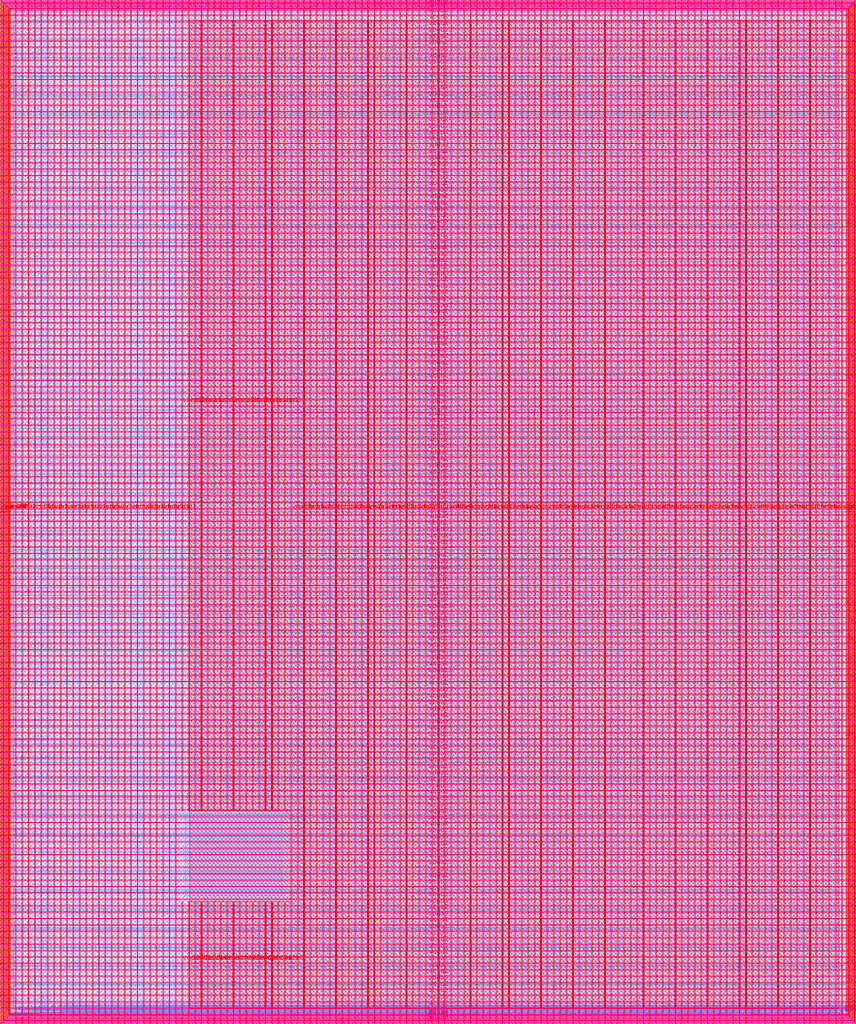
<source format=lef>
VERSION 5.7 ;
  NOWIREEXTENSIONATPIN ON ;
  DIVIDERCHAR "/" ;
  BUSBITCHARS "[]" ;
MACRO user_project_wrapper
  CLASS BLOCK ;
  FOREIGN user_project_wrapper ;
  ORIGIN 0.000 0.000 ;
  SIZE 2920.000 BY 3520.000 ;
  PIN analog_io[0]
    DIRECTION INOUT ;
    USE SIGNAL ;
    PORT
      LAYER met3 ;
        RECT 2917.600 1426.380 2924.800 1427.580 ;
    END
  END analog_io[0]
  PIN analog_io[10]
    DIRECTION INOUT ;
    USE SIGNAL ;
    PORT
      LAYER met2 ;
        RECT 2230.490 3517.600 2231.050 3524.800 ;
    END
  END analog_io[10]
  PIN analog_io[11]
    DIRECTION INOUT ;
    USE SIGNAL ;
    PORT
      LAYER met2 ;
        RECT 1905.730 3517.600 1906.290 3524.800 ;
    END
  END analog_io[11]
  PIN analog_io[12]
    DIRECTION INOUT ;
    USE SIGNAL ;
    PORT
      LAYER met2 ;
        RECT 1581.430 3517.600 1581.990 3524.800 ;
    END
  END analog_io[12]
  PIN analog_io[13]
    DIRECTION INOUT ;
    USE SIGNAL ;
    PORT
      LAYER met2 ;
        RECT 1257.130 3517.600 1257.690 3524.800 ;
    END
  END analog_io[13]
  PIN analog_io[14]
    DIRECTION INOUT ;
    USE SIGNAL ;
    PORT
      LAYER met2 ;
        RECT 932.370 3517.600 932.930 3524.800 ;
    END
  END analog_io[14]
  PIN analog_io[15]
    DIRECTION INOUT ;
    USE SIGNAL ;
    PORT
      LAYER met2 ;
        RECT 608.070 3517.600 608.630 3524.800 ;
    END
  END analog_io[15]
  PIN analog_io[16]
    DIRECTION INOUT ;
    USE SIGNAL ;
    PORT
      LAYER met2 ;
        RECT 283.770 3517.600 284.330 3524.800 ;
    END
  END analog_io[16]
  PIN analog_io[17]
    DIRECTION INOUT ;
    USE SIGNAL ;
    PORT
      LAYER met3 ;
        RECT -4.800 3486.100 2.400 3487.300 ;
    END
  END analog_io[17]
  PIN analog_io[18]
    DIRECTION INOUT ;
    USE SIGNAL ;
    PORT
      LAYER met3 ;
        RECT -4.800 3224.980 2.400 3226.180 ;
    END
  END analog_io[18]
  PIN analog_io[19]
    DIRECTION INOUT ;
    USE SIGNAL ;
    PORT
      LAYER met3 ;
        RECT -4.800 2964.540 2.400 2965.740 ;
    END
  END analog_io[19]
  PIN analog_io[1]
    DIRECTION INOUT ;
    USE SIGNAL ;
    PORT
      LAYER met3 ;
        RECT 2917.600 1692.260 2924.800 1693.460 ;
    END
  END analog_io[1]
  PIN analog_io[20]
    DIRECTION INOUT ;
    USE SIGNAL ;
    PORT
      LAYER met3 ;
        RECT -4.800 2703.420 2.400 2704.620 ;
    END
  END analog_io[20]
  PIN analog_io[21]
    DIRECTION INOUT ;
    USE SIGNAL ;
    PORT
      LAYER met3 ;
        RECT -4.800 2442.980 2.400 2444.180 ;
    END
  END analog_io[21]
  PIN analog_io[22]
    DIRECTION INOUT ;
    USE SIGNAL ;
    PORT
      LAYER met3 ;
        RECT -4.800 2182.540 2.400 2183.740 ;
    END
  END analog_io[22]
  PIN analog_io[23]
    DIRECTION INOUT ;
    USE SIGNAL ;
    PORT
      LAYER met3 ;
        RECT -4.800 1921.420 2.400 1922.620 ;
    END
  END analog_io[23]
  PIN analog_io[24]
    DIRECTION INOUT ;
    USE SIGNAL ;
    PORT
      LAYER met3 ;
        RECT -4.800 1660.980 2.400 1662.180 ;
    END
  END analog_io[24]
  PIN analog_io[25]
    DIRECTION INOUT ;
    USE SIGNAL ;
    PORT
      LAYER met3 ;
        RECT -4.800 1399.860 2.400 1401.060 ;
    END
  END analog_io[25]
  PIN analog_io[26]
    DIRECTION INOUT ;
    USE SIGNAL ;
    PORT
      LAYER met3 ;
        RECT -4.800 1139.420 2.400 1140.620 ;
    END
  END analog_io[26]
  PIN analog_io[27]
    DIRECTION INOUT ;
    USE SIGNAL ;
    PORT
      LAYER met3 ;
        RECT -4.800 878.980 2.400 880.180 ;
    END
  END analog_io[27]
  PIN analog_io[28]
    DIRECTION INOUT ;
    USE SIGNAL ;
    PORT
      LAYER met3 ;
        RECT -4.800 617.860 2.400 619.060 ;
    END
  END analog_io[28]
  PIN analog_io[2]
    DIRECTION INOUT ;
    USE SIGNAL ;
    PORT
      LAYER met3 ;
        RECT 2917.600 1958.140 2924.800 1959.340 ;
    END
  END analog_io[2]
  PIN analog_io[3]
    DIRECTION INOUT ;
    USE SIGNAL ;
    PORT
      LAYER met3 ;
        RECT 2917.600 2223.340 2924.800 2224.540 ;
    END
  END analog_io[3]
  PIN analog_io[4]
    DIRECTION INOUT ;
    USE SIGNAL ;
    PORT
      LAYER met3 ;
        RECT 2917.600 2489.220 2924.800 2490.420 ;
    END
  END analog_io[4]
  PIN analog_io[5]
    DIRECTION INOUT ;
    USE SIGNAL ;
    PORT
      LAYER met3 ;
        RECT 2917.600 2755.100 2924.800 2756.300 ;
    END
  END analog_io[5]
  PIN analog_io[6]
    DIRECTION INOUT ;
    USE SIGNAL ;
    PORT
      LAYER met3 ;
        RECT 2917.600 3020.300 2924.800 3021.500 ;
    END
  END analog_io[6]
  PIN analog_io[7]
    DIRECTION INOUT ;
    USE SIGNAL ;
    PORT
      LAYER met3 ;
        RECT 2917.600 3286.180 2924.800 3287.380 ;
    END
  END analog_io[7]
  PIN analog_io[8]
    DIRECTION INOUT ;
    USE SIGNAL ;
    PORT
      LAYER met2 ;
        RECT 2879.090 3517.600 2879.650 3524.800 ;
    END
  END analog_io[8]
  PIN analog_io[9]
    DIRECTION INOUT ;
    USE SIGNAL ;
    PORT
      LAYER met2 ;
        RECT 2554.790 3517.600 2555.350 3524.800 ;
    END
  END analog_io[9]
  PIN io_in[0]
    DIRECTION INPUT ;
    USE SIGNAL ;
    PORT
      LAYER met3 ;
        RECT 2917.600 32.380 2924.800 33.580 ;
    END
  END io_in[0]
  PIN io_in[10]
    DIRECTION INPUT ;
    USE SIGNAL ;
    PORT
      LAYER met3 ;
        RECT 2917.600 2289.980 2924.800 2291.180 ;
    END
  END io_in[10]
  PIN io_in[11]
    DIRECTION INPUT ;
    USE SIGNAL ;
    PORT
      LAYER met3 ;
        RECT 2917.600 2555.860 2924.800 2557.060 ;
    END
  END io_in[11]
  PIN io_in[12]
    DIRECTION INPUT ;
    USE SIGNAL ;
    PORT
      LAYER met3 ;
        RECT 2917.600 2821.060 2924.800 2822.260 ;
    END
  END io_in[12]
  PIN io_in[13]
    DIRECTION INPUT ;
    USE SIGNAL ;
    PORT
      LAYER met3 ;
        RECT 2917.600 3086.940 2924.800 3088.140 ;
    END
  END io_in[13]
  PIN io_in[14]
    DIRECTION INPUT ;
    USE SIGNAL ;
    PORT
      LAYER met3 ;
        RECT 2917.600 3352.820 2924.800 3354.020 ;
    END
  END io_in[14]
  PIN io_in[15]
    DIRECTION INPUT ;
    USE SIGNAL ;
    PORT
      LAYER met2 ;
        RECT 2798.130 3517.600 2798.690 3524.800 ;
    END
  END io_in[15]
  PIN io_in[16]
    DIRECTION INPUT ;
    USE SIGNAL ;
    PORT
      LAYER met2 ;
        RECT 2473.830 3517.600 2474.390 3524.800 ;
    END
  END io_in[16]
  PIN io_in[17]
    DIRECTION INPUT ;
    USE SIGNAL ;
    PORT
      LAYER met2 ;
        RECT 2149.070 3517.600 2149.630 3524.800 ;
    END
  END io_in[17]
  PIN io_in[18]
    DIRECTION INPUT ;
    USE SIGNAL ;
    PORT
      LAYER met2 ;
        RECT 1824.770 3517.600 1825.330 3524.800 ;
    END
  END io_in[18]
  PIN io_in[19]
    DIRECTION INPUT ;
    USE SIGNAL ;
    PORT
      LAYER met2 ;
        RECT 1500.470 3517.600 1501.030 3524.800 ;
    END
  END io_in[19]
  PIN io_in[1]
    DIRECTION INPUT ;
    USE SIGNAL ;
    PORT
      LAYER met3 ;
        RECT 2917.600 230.940 2924.800 232.140 ;
    END
  END io_in[1]
  PIN io_in[20]
    DIRECTION INPUT ;
    USE SIGNAL ;
    PORT
      LAYER met2 ;
        RECT 1175.710 3517.600 1176.270 3524.800 ;
    END
  END io_in[20]
  PIN io_in[21]
    DIRECTION INPUT ;
    USE SIGNAL ;
    PORT
      LAYER met2 ;
        RECT 851.410 3517.600 851.970 3524.800 ;
    END
  END io_in[21]
  PIN io_in[22]
    DIRECTION INPUT ;
    USE SIGNAL ;
    PORT
      LAYER met2 ;
        RECT 527.110 3517.600 527.670 3524.800 ;
    END
  END io_in[22]
  PIN io_in[23]
    DIRECTION INPUT ;
    USE SIGNAL ;
    PORT
      LAYER met2 ;
        RECT 202.350 3517.600 202.910 3524.800 ;
    END
  END io_in[23]
  PIN io_in[24]
    DIRECTION INPUT ;
    USE SIGNAL ;
    PORT
      LAYER met3 ;
        RECT -4.800 3420.820 2.400 3422.020 ;
    END
  END io_in[24]
  PIN io_in[25]
    DIRECTION INPUT ;
    USE SIGNAL ;
    PORT
      LAYER met3 ;
        RECT -4.800 3159.700 2.400 3160.900 ;
    END
  END io_in[25]
  PIN io_in[26]
    DIRECTION INPUT ;
    USE SIGNAL ;
    PORT
      LAYER met3 ;
        RECT -4.800 2899.260 2.400 2900.460 ;
    END
  END io_in[26]
  PIN io_in[27]
    DIRECTION INPUT ;
    USE SIGNAL ;
    PORT
      LAYER met3 ;
        RECT -4.800 2638.820 2.400 2640.020 ;
    END
  END io_in[27]
  PIN io_in[28]
    DIRECTION INPUT ;
    USE SIGNAL ;
    PORT
      LAYER met3 ;
        RECT -4.800 2377.700 2.400 2378.900 ;
    END
  END io_in[28]
  PIN io_in[29]
    DIRECTION INPUT ;
    USE SIGNAL ;
    PORT
      LAYER met3 ;
        RECT -4.800 2117.260 2.400 2118.460 ;
    END
  END io_in[29]
  PIN io_in[2]
    DIRECTION INPUT ;
    USE SIGNAL ;
    PORT
      LAYER met3 ;
        RECT 2917.600 430.180 2924.800 431.380 ;
    END
  END io_in[2]
  PIN io_in[30]
    DIRECTION INPUT ;
    USE SIGNAL ;
    PORT
      LAYER met3 ;
        RECT -4.800 1856.140 2.400 1857.340 ;
    END
  END io_in[30]
  PIN io_in[31]
    DIRECTION INPUT ;
    USE SIGNAL ;
    PORT
      LAYER met3 ;
        RECT -4.800 1595.700 2.400 1596.900 ;
    END
  END io_in[31]
  PIN io_in[32]
    DIRECTION INPUT ;
    USE SIGNAL ;
    PORT
      LAYER met3 ;
        RECT -4.800 1335.260 2.400 1336.460 ;
    END
  END io_in[32]
  PIN io_in[33]
    DIRECTION INPUT ;
    USE SIGNAL ;
    PORT
      LAYER met3 ;
        RECT -4.800 1074.140 2.400 1075.340 ;
    END
  END io_in[33]
  PIN io_in[34]
    DIRECTION INPUT ;
    USE SIGNAL ;
    PORT
      LAYER met3 ;
        RECT -4.800 813.700 2.400 814.900 ;
    END
  END io_in[34]
  PIN io_in[35]
    DIRECTION INPUT ;
    USE SIGNAL ;
    PORT
      LAYER met3 ;
        RECT -4.800 552.580 2.400 553.780 ;
    END
  END io_in[35]
  PIN io_in[36]
    DIRECTION INPUT ;
    USE SIGNAL ;
    PORT
      LAYER met3 ;
        RECT -4.800 357.420 2.400 358.620 ;
    END
  END io_in[36]
  PIN io_in[37]
    DIRECTION INPUT ;
    USE SIGNAL ;
    PORT
      LAYER met3 ;
        RECT -4.800 161.580 2.400 162.780 ;
    END
  END io_in[37]
  PIN io_in[3]
    DIRECTION INPUT ;
    USE SIGNAL ;
    PORT
      LAYER met3 ;
        RECT 2917.600 629.420 2924.800 630.620 ;
    END
  END io_in[3]
  PIN io_in[4]
    DIRECTION INPUT ;
    USE SIGNAL ;
    PORT
      LAYER met3 ;
        RECT 2917.600 828.660 2924.800 829.860 ;
    END
  END io_in[4]
  PIN io_in[5]
    DIRECTION INPUT ;
    USE SIGNAL ;
    PORT
      LAYER met3 ;
        RECT 2917.600 1027.900 2924.800 1029.100 ;
    END
  END io_in[5]
  PIN io_in[6]
    DIRECTION INPUT ;
    USE SIGNAL ;
    PORT
      LAYER met3 ;
        RECT 2917.600 1227.140 2924.800 1228.340 ;
    END
  END io_in[6]
  PIN io_in[7]
    DIRECTION INPUT ;
    USE SIGNAL ;
    PORT
      LAYER met3 ;
        RECT 2917.600 1493.020 2924.800 1494.220 ;
    END
  END io_in[7]
  PIN io_in[8]
    DIRECTION INPUT ;
    USE SIGNAL ;
    PORT
      LAYER met3 ;
        RECT 2917.600 1758.900 2924.800 1760.100 ;
    END
  END io_in[8]
  PIN io_in[9]
    DIRECTION INPUT ;
    USE SIGNAL ;
    PORT
      LAYER met3 ;
        RECT 2917.600 2024.100 2924.800 2025.300 ;
    END
  END io_in[9]
  PIN io_oeb[0]
    DIRECTION OUTPUT TRISTATE ;
    USE SIGNAL ;
    PORT
      LAYER met3 ;
        RECT 2917.600 164.980 2924.800 166.180 ;
    END
  END io_oeb[0]
  PIN io_oeb[10]
    DIRECTION OUTPUT TRISTATE ;
    USE SIGNAL ;
    PORT
      LAYER met3 ;
        RECT 2917.600 2422.580 2924.800 2423.780 ;
    END
  END io_oeb[10]
  PIN io_oeb[11]
    DIRECTION OUTPUT TRISTATE ;
    USE SIGNAL ;
    PORT
      LAYER met3 ;
        RECT 2917.600 2688.460 2924.800 2689.660 ;
    END
  END io_oeb[11]
  PIN io_oeb[12]
    DIRECTION OUTPUT TRISTATE ;
    USE SIGNAL ;
    PORT
      LAYER met3 ;
        RECT 2917.600 2954.340 2924.800 2955.540 ;
    END
  END io_oeb[12]
  PIN io_oeb[13]
    DIRECTION OUTPUT TRISTATE ;
    USE SIGNAL ;
    PORT
      LAYER met3 ;
        RECT 2917.600 3219.540 2924.800 3220.740 ;
    END
  END io_oeb[13]
  PIN io_oeb[14]
    DIRECTION OUTPUT TRISTATE ;
    USE SIGNAL ;
    PORT
      LAYER met3 ;
        RECT 2917.600 3485.420 2924.800 3486.620 ;
    END
  END io_oeb[14]
  PIN io_oeb[15]
    DIRECTION OUTPUT TRISTATE ;
    USE SIGNAL ;
    PORT
      LAYER met2 ;
        RECT 2635.750 3517.600 2636.310 3524.800 ;
    END
  END io_oeb[15]
  PIN io_oeb[16]
    DIRECTION OUTPUT TRISTATE ;
    USE SIGNAL ;
    PORT
      LAYER met2 ;
        RECT 2311.450 3517.600 2312.010 3524.800 ;
    END
  END io_oeb[16]
  PIN io_oeb[17]
    DIRECTION OUTPUT TRISTATE ;
    USE SIGNAL ;
    PORT
      LAYER met2 ;
        RECT 1987.150 3517.600 1987.710 3524.800 ;
    END
  END io_oeb[17]
  PIN io_oeb[18]
    DIRECTION OUTPUT TRISTATE ;
    USE SIGNAL ;
    PORT
      LAYER met2 ;
        RECT 1662.390 3517.600 1662.950 3524.800 ;
    END
  END io_oeb[18]
  PIN io_oeb[19]
    DIRECTION OUTPUT TRISTATE ;
    USE SIGNAL ;
    PORT
      LAYER met2 ;
        RECT 1338.090 3517.600 1338.650 3524.800 ;
    END
  END io_oeb[19]
  PIN io_oeb[1]
    DIRECTION OUTPUT TRISTATE ;
    USE SIGNAL ;
    PORT
      LAYER met3 ;
        RECT 2917.600 364.220 2924.800 365.420 ;
    END
  END io_oeb[1]
  PIN io_oeb[20]
    DIRECTION OUTPUT TRISTATE ;
    USE SIGNAL ;
    PORT
      LAYER met2 ;
        RECT 1013.790 3517.600 1014.350 3524.800 ;
    END
  END io_oeb[20]
  PIN io_oeb[21]
    DIRECTION OUTPUT TRISTATE ;
    USE SIGNAL ;
    PORT
      LAYER met2 ;
        RECT 689.030 3517.600 689.590 3524.800 ;
    END
  END io_oeb[21]
  PIN io_oeb[22]
    DIRECTION OUTPUT TRISTATE ;
    USE SIGNAL ;
    PORT
      LAYER met2 ;
        RECT 364.730 3517.600 365.290 3524.800 ;
    END
  END io_oeb[22]
  PIN io_oeb[23]
    DIRECTION OUTPUT TRISTATE ;
    USE SIGNAL ;
    PORT
      LAYER met2 ;
        RECT 40.430 3517.600 40.990 3524.800 ;
    END
  END io_oeb[23]
  PIN io_oeb[24]
    DIRECTION OUTPUT TRISTATE ;
    USE SIGNAL ;
    PORT
      LAYER met3 ;
        RECT -4.800 3290.260 2.400 3291.460 ;
    END
  END io_oeb[24]
  PIN io_oeb[25]
    DIRECTION OUTPUT TRISTATE ;
    USE SIGNAL ;
    PORT
      LAYER met3 ;
        RECT -4.800 3029.820 2.400 3031.020 ;
    END
  END io_oeb[25]
  PIN io_oeb[26]
    DIRECTION OUTPUT TRISTATE ;
    USE SIGNAL ;
    PORT
      LAYER met3 ;
        RECT -4.800 2768.700 2.400 2769.900 ;
    END
  END io_oeb[26]
  PIN io_oeb[27]
    DIRECTION OUTPUT TRISTATE ;
    USE SIGNAL ;
    PORT
      LAYER met3 ;
        RECT -4.800 2508.260 2.400 2509.460 ;
    END
  END io_oeb[27]
  PIN io_oeb[28]
    DIRECTION OUTPUT TRISTATE ;
    USE SIGNAL ;
    PORT
      LAYER met3 ;
        RECT -4.800 2247.140 2.400 2248.340 ;
    END
  END io_oeb[28]
  PIN io_oeb[29]
    DIRECTION OUTPUT TRISTATE ;
    USE SIGNAL ;
    PORT
      LAYER met3 ;
        RECT -4.800 1986.700 2.400 1987.900 ;
    END
  END io_oeb[29]
  PIN io_oeb[2]
    DIRECTION OUTPUT TRISTATE ;
    USE SIGNAL ;
    PORT
      LAYER met3 ;
        RECT 2917.600 563.460 2924.800 564.660 ;
    END
  END io_oeb[2]
  PIN io_oeb[30]
    DIRECTION OUTPUT TRISTATE ;
    USE SIGNAL ;
    PORT
      LAYER met3 ;
        RECT -4.800 1726.260 2.400 1727.460 ;
    END
  END io_oeb[30]
  PIN io_oeb[31]
    DIRECTION OUTPUT TRISTATE ;
    USE SIGNAL ;
    PORT
      LAYER met3 ;
        RECT -4.800 1465.140 2.400 1466.340 ;
    END
  END io_oeb[31]
  PIN io_oeb[32]
    DIRECTION OUTPUT TRISTATE ;
    USE SIGNAL ;
    PORT
      LAYER met3 ;
        RECT -4.800 1204.700 2.400 1205.900 ;
    END
  END io_oeb[32]
  PIN io_oeb[33]
    DIRECTION OUTPUT TRISTATE ;
    USE SIGNAL ;
    PORT
      LAYER met3 ;
        RECT -4.800 943.580 2.400 944.780 ;
    END
  END io_oeb[33]
  PIN io_oeb[34]
    DIRECTION OUTPUT TRISTATE ;
    USE SIGNAL ;
    PORT
      LAYER met3 ;
        RECT -4.800 683.140 2.400 684.340 ;
    END
  END io_oeb[34]
  PIN io_oeb[35]
    DIRECTION OUTPUT TRISTATE ;
    USE SIGNAL ;
    PORT
      LAYER met3 ;
        RECT -4.800 422.700 2.400 423.900 ;
    END
  END io_oeb[35]
  PIN io_oeb[36]
    DIRECTION OUTPUT TRISTATE ;
    USE SIGNAL ;
    PORT
      LAYER met3 ;
        RECT -4.800 226.860 2.400 228.060 ;
    END
  END io_oeb[36]
  PIN io_oeb[37]
    DIRECTION OUTPUT TRISTATE ;
    USE SIGNAL ;
    PORT
      LAYER met3 ;
        RECT -4.800 31.700 2.400 32.900 ;
    END
  END io_oeb[37]
  PIN io_oeb[3]
    DIRECTION OUTPUT TRISTATE ;
    USE SIGNAL ;
    PORT
      LAYER met3 ;
        RECT 2917.600 762.700 2924.800 763.900 ;
    END
  END io_oeb[3]
  PIN io_oeb[4]
    DIRECTION OUTPUT TRISTATE ;
    USE SIGNAL ;
    PORT
      LAYER met3 ;
        RECT 2917.600 961.940 2924.800 963.140 ;
    END
  END io_oeb[4]
  PIN io_oeb[5]
    DIRECTION OUTPUT TRISTATE ;
    USE SIGNAL ;
    PORT
      LAYER met3 ;
        RECT 2917.600 1161.180 2924.800 1162.380 ;
    END
  END io_oeb[5]
  PIN io_oeb[6]
    DIRECTION OUTPUT TRISTATE ;
    USE SIGNAL ;
    PORT
      LAYER met3 ;
        RECT 2917.600 1360.420 2924.800 1361.620 ;
    END
  END io_oeb[6]
  PIN io_oeb[7]
    DIRECTION OUTPUT TRISTATE ;
    USE SIGNAL ;
    PORT
      LAYER met3 ;
        RECT 2917.600 1625.620 2924.800 1626.820 ;
    END
  END io_oeb[7]
  PIN io_oeb[8]
    DIRECTION OUTPUT TRISTATE ;
    USE SIGNAL ;
    PORT
      LAYER met3 ;
        RECT 2917.600 1891.500 2924.800 1892.700 ;
    END
  END io_oeb[8]
  PIN io_oeb[9]
    DIRECTION OUTPUT TRISTATE ;
    USE SIGNAL ;
    PORT
      LAYER met3 ;
        RECT 2917.600 2157.380 2924.800 2158.580 ;
    END
  END io_oeb[9]
  PIN io_out[0]
    DIRECTION OUTPUT TRISTATE ;
    USE SIGNAL ;
    PORT
      LAYER met3 ;
        RECT 2917.600 98.340 2924.800 99.540 ;
    END
  END io_out[0]
  PIN io_out[10]
    DIRECTION OUTPUT TRISTATE ;
    USE SIGNAL ;
    PORT
      LAYER met3 ;
        RECT 2917.600 2356.620 2924.800 2357.820 ;
    END
  END io_out[10]
  PIN io_out[11]
    DIRECTION OUTPUT TRISTATE ;
    USE SIGNAL ;
    PORT
      LAYER met3 ;
        RECT 2917.600 2621.820 2924.800 2623.020 ;
    END
  END io_out[11]
  PIN io_out[12]
    DIRECTION OUTPUT TRISTATE ;
    USE SIGNAL ;
    PORT
      LAYER met3 ;
        RECT 2917.600 2887.700 2924.800 2888.900 ;
    END
  END io_out[12]
  PIN io_out[13]
    DIRECTION OUTPUT TRISTATE ;
    USE SIGNAL ;
    PORT
      LAYER met3 ;
        RECT 2917.600 3153.580 2924.800 3154.780 ;
    END
  END io_out[13]
  PIN io_out[14]
    DIRECTION OUTPUT TRISTATE ;
    USE SIGNAL ;
    PORT
      LAYER met3 ;
        RECT 2917.600 3418.780 2924.800 3419.980 ;
    END
  END io_out[14]
  PIN io_out[15]
    DIRECTION OUTPUT TRISTATE ;
    USE SIGNAL ;
    PORT
      LAYER met2 ;
        RECT 2717.170 3517.600 2717.730 3524.800 ;
    END
  END io_out[15]
  PIN io_out[16]
    DIRECTION OUTPUT TRISTATE ;
    USE SIGNAL ;
    PORT
      LAYER met2 ;
        RECT 2392.410 3517.600 2392.970 3524.800 ;
    END
  END io_out[16]
  PIN io_out[17]
    DIRECTION OUTPUT TRISTATE ;
    USE SIGNAL ;
    PORT
      LAYER met2 ;
        RECT 2068.110 3517.600 2068.670 3524.800 ;
    END
  END io_out[17]
  PIN io_out[18]
    DIRECTION OUTPUT TRISTATE ;
    USE SIGNAL ;
    PORT
      LAYER met2 ;
        RECT 1743.810 3517.600 1744.370 3524.800 ;
    END
  END io_out[18]
  PIN io_out[19]
    DIRECTION OUTPUT TRISTATE ;
    USE SIGNAL ;
    PORT
      LAYER met2 ;
        RECT 1419.050 3517.600 1419.610 3524.800 ;
    END
  END io_out[19]
  PIN io_out[1]
    DIRECTION OUTPUT TRISTATE ;
    USE SIGNAL ;
    PORT
      LAYER met3 ;
        RECT 2917.600 297.580 2924.800 298.780 ;
    END
  END io_out[1]
  PIN io_out[20]
    DIRECTION OUTPUT TRISTATE ;
    USE SIGNAL ;
    PORT
      LAYER met2 ;
        RECT 1094.750 3517.600 1095.310 3524.800 ;
    END
  END io_out[20]
  PIN io_out[21]
    DIRECTION OUTPUT TRISTATE ;
    USE SIGNAL ;
    PORT
      LAYER met2 ;
        RECT 770.450 3517.600 771.010 3524.800 ;
    END
  END io_out[21]
  PIN io_out[22]
    DIRECTION OUTPUT TRISTATE ;
    USE SIGNAL ;
    PORT
      LAYER met2 ;
        RECT 445.690 3517.600 446.250 3524.800 ;
    END
  END io_out[22]
  PIN io_out[23]
    DIRECTION OUTPUT TRISTATE ;
    USE SIGNAL ;
    PORT
      LAYER met2 ;
        RECT 121.390 3517.600 121.950 3524.800 ;
    END
  END io_out[23]
  PIN io_out[24]
    DIRECTION OUTPUT TRISTATE ;
    USE SIGNAL ;
    PORT
      LAYER met3 ;
        RECT -4.800 3355.540 2.400 3356.740 ;
    END
  END io_out[24]
  PIN io_out[25]
    DIRECTION OUTPUT TRISTATE ;
    USE SIGNAL ;
    PORT
      LAYER met3 ;
        RECT -4.800 3095.100 2.400 3096.300 ;
    END
  END io_out[25]
  PIN io_out[26]
    DIRECTION OUTPUT TRISTATE ;
    USE SIGNAL ;
    PORT
      LAYER met3 ;
        RECT -4.800 2833.980 2.400 2835.180 ;
    END
  END io_out[26]
  PIN io_out[27]
    DIRECTION OUTPUT TRISTATE ;
    USE SIGNAL ;
    PORT
      LAYER met3 ;
        RECT -4.800 2573.540 2.400 2574.740 ;
    END
  END io_out[27]
  PIN io_out[28]
    DIRECTION OUTPUT TRISTATE ;
    USE SIGNAL ;
    PORT
      LAYER met3 ;
        RECT -4.800 2312.420 2.400 2313.620 ;
    END
  END io_out[28]
  PIN io_out[29]
    DIRECTION OUTPUT TRISTATE ;
    USE SIGNAL ;
    PORT
      LAYER met3 ;
        RECT -4.800 2051.980 2.400 2053.180 ;
    END
  END io_out[29]
  PIN io_out[2]
    DIRECTION OUTPUT TRISTATE ;
    USE SIGNAL ;
    PORT
      LAYER met3 ;
        RECT 2917.600 496.820 2924.800 498.020 ;
    END
  END io_out[2]
  PIN io_out[30]
    DIRECTION OUTPUT TRISTATE ;
    USE SIGNAL ;
    PORT
      LAYER met3 ;
        RECT -4.800 1791.540 2.400 1792.740 ;
    END
  END io_out[30]
  PIN io_out[31]
    DIRECTION OUTPUT TRISTATE ;
    USE SIGNAL ;
    PORT
      LAYER met3 ;
        RECT -4.800 1530.420 2.400 1531.620 ;
    END
  END io_out[31]
  PIN io_out[32]
    DIRECTION OUTPUT TRISTATE ;
    USE SIGNAL ;
    PORT
      LAYER met3 ;
        RECT -4.800 1269.980 2.400 1271.180 ;
    END
  END io_out[32]
  PIN io_out[33]
    DIRECTION OUTPUT TRISTATE ;
    USE SIGNAL ;
    PORT
      LAYER met3 ;
        RECT -4.800 1008.860 2.400 1010.060 ;
    END
  END io_out[33]
  PIN io_out[34]
    DIRECTION OUTPUT TRISTATE ;
    USE SIGNAL ;
    PORT
      LAYER met3 ;
        RECT -4.800 748.420 2.400 749.620 ;
    END
  END io_out[34]
  PIN io_out[35]
    DIRECTION OUTPUT TRISTATE ;
    USE SIGNAL ;
    PORT
      LAYER met3 ;
        RECT -4.800 487.300 2.400 488.500 ;
    END
  END io_out[35]
  PIN io_out[36]
    DIRECTION OUTPUT TRISTATE ;
    USE SIGNAL ;
    PORT
      LAYER met3 ;
        RECT -4.800 292.140 2.400 293.340 ;
    END
  END io_out[36]
  PIN io_out[37]
    DIRECTION OUTPUT TRISTATE ;
    USE SIGNAL ;
    PORT
      LAYER met3 ;
        RECT -4.800 96.300 2.400 97.500 ;
    END
  END io_out[37]
  PIN io_out[3]
    DIRECTION OUTPUT TRISTATE ;
    USE SIGNAL ;
    PORT
      LAYER met3 ;
        RECT 2917.600 696.060 2924.800 697.260 ;
    END
  END io_out[3]
  PIN io_out[4]
    DIRECTION OUTPUT TRISTATE ;
    USE SIGNAL ;
    PORT
      LAYER met3 ;
        RECT 2917.600 895.300 2924.800 896.500 ;
    END
  END io_out[4]
  PIN io_out[5]
    DIRECTION OUTPUT TRISTATE ;
    USE SIGNAL ;
    PORT
      LAYER met3 ;
        RECT 2917.600 1094.540 2924.800 1095.740 ;
    END
  END io_out[5]
  PIN io_out[6]
    DIRECTION OUTPUT TRISTATE ;
    USE SIGNAL ;
    PORT
      LAYER met3 ;
        RECT 2917.600 1293.780 2924.800 1294.980 ;
    END
  END io_out[6]
  PIN io_out[7]
    DIRECTION OUTPUT TRISTATE ;
    USE SIGNAL ;
    PORT
      LAYER met3 ;
        RECT 2917.600 1559.660 2924.800 1560.860 ;
    END
  END io_out[7]
  PIN io_out[8]
    DIRECTION OUTPUT TRISTATE ;
    USE SIGNAL ;
    PORT
      LAYER met3 ;
        RECT 2917.600 1824.860 2924.800 1826.060 ;
    END
  END io_out[8]
  PIN io_out[9]
    DIRECTION OUTPUT TRISTATE ;
    USE SIGNAL ;
    PORT
      LAYER met3 ;
        RECT 2917.600 2090.740 2924.800 2091.940 ;
    END
  END io_out[9]
  PIN la_data_in[0]
    DIRECTION INPUT ;
    USE SIGNAL ;
    PORT
      LAYER met2 ;
        RECT 629.230 -4.800 629.790 2.400 ;
    END
  END la_data_in[0]
  PIN la_data_in[100]
    DIRECTION INPUT ;
    USE SIGNAL ;
    PORT
      LAYER met2 ;
        RECT 2402.530 -4.800 2403.090 2.400 ;
    END
  END la_data_in[100]
  PIN la_data_in[101]
    DIRECTION INPUT ;
    USE SIGNAL ;
    PORT
      LAYER met2 ;
        RECT 2420.010 -4.800 2420.570 2.400 ;
    END
  END la_data_in[101]
  PIN la_data_in[102]
    DIRECTION INPUT ;
    USE SIGNAL ;
    PORT
      LAYER met2 ;
        RECT 2437.950 -4.800 2438.510 2.400 ;
    END
  END la_data_in[102]
  PIN la_data_in[103]
    DIRECTION INPUT ;
    USE SIGNAL ;
    PORT
      LAYER met2 ;
        RECT 2455.430 -4.800 2455.990 2.400 ;
    END
  END la_data_in[103]
  PIN la_data_in[104]
    DIRECTION INPUT ;
    USE SIGNAL ;
    PORT
      LAYER met2 ;
        RECT 2473.370 -4.800 2473.930 2.400 ;
    END
  END la_data_in[104]
  PIN la_data_in[105]
    DIRECTION INPUT ;
    USE SIGNAL ;
    PORT
      LAYER met2 ;
        RECT 2490.850 -4.800 2491.410 2.400 ;
    END
  END la_data_in[105]
  PIN la_data_in[106]
    DIRECTION INPUT ;
    USE SIGNAL ;
    PORT
      LAYER met2 ;
        RECT 2508.790 -4.800 2509.350 2.400 ;
    END
  END la_data_in[106]
  PIN la_data_in[107]
    DIRECTION INPUT ;
    USE SIGNAL ;
    PORT
      LAYER met2 ;
        RECT 2526.730 -4.800 2527.290 2.400 ;
    END
  END la_data_in[107]
  PIN la_data_in[108]
    DIRECTION INPUT ;
    USE SIGNAL ;
    PORT
      LAYER met2 ;
        RECT 2544.210 -4.800 2544.770 2.400 ;
    END
  END la_data_in[108]
  PIN la_data_in[109]
    DIRECTION INPUT ;
    USE SIGNAL ;
    PORT
      LAYER met2 ;
        RECT 2562.150 -4.800 2562.710 2.400 ;
    END
  END la_data_in[109]
  PIN la_data_in[10]
    DIRECTION INPUT ;
    USE SIGNAL ;
    PORT
      LAYER met2 ;
        RECT 806.330 -4.800 806.890 2.400 ;
    END
  END la_data_in[10]
  PIN la_data_in[110]
    DIRECTION INPUT ;
    USE SIGNAL ;
    PORT
      LAYER met2 ;
        RECT 2579.630 -4.800 2580.190 2.400 ;
    END
  END la_data_in[110]
  PIN la_data_in[111]
    DIRECTION INPUT ;
    USE SIGNAL ;
    PORT
      LAYER met2 ;
        RECT 2597.570 -4.800 2598.130 2.400 ;
    END
  END la_data_in[111]
  PIN la_data_in[112]
    DIRECTION INPUT ;
    USE SIGNAL ;
    PORT
      LAYER met2 ;
        RECT 2615.050 -4.800 2615.610 2.400 ;
    END
  END la_data_in[112]
  PIN la_data_in[113]
    DIRECTION INPUT ;
    USE SIGNAL ;
    PORT
      LAYER met2 ;
        RECT 2632.990 -4.800 2633.550 2.400 ;
    END
  END la_data_in[113]
  PIN la_data_in[114]
    DIRECTION INPUT ;
    USE SIGNAL ;
    PORT
      LAYER met2 ;
        RECT 2650.470 -4.800 2651.030 2.400 ;
    END
  END la_data_in[114]
  PIN la_data_in[115]
    DIRECTION INPUT ;
    USE SIGNAL ;
    PORT
      LAYER met2 ;
        RECT 2668.410 -4.800 2668.970 2.400 ;
    END
  END la_data_in[115]
  PIN la_data_in[116]
    DIRECTION INPUT ;
    USE SIGNAL ;
    PORT
      LAYER met2 ;
        RECT 2685.890 -4.800 2686.450 2.400 ;
    END
  END la_data_in[116]
  PIN la_data_in[117]
    DIRECTION INPUT ;
    USE SIGNAL ;
    PORT
      LAYER met2 ;
        RECT 2703.830 -4.800 2704.390 2.400 ;
    END
  END la_data_in[117]
  PIN la_data_in[118]
    DIRECTION INPUT ;
    USE SIGNAL ;
    PORT
      LAYER met2 ;
        RECT 2721.770 -4.800 2722.330 2.400 ;
    END
  END la_data_in[118]
  PIN la_data_in[119]
    DIRECTION INPUT ;
    USE SIGNAL ;
    PORT
      LAYER met2 ;
        RECT 2739.250 -4.800 2739.810 2.400 ;
    END
  END la_data_in[119]
  PIN la_data_in[11]
    DIRECTION INPUT ;
    USE SIGNAL ;
    PORT
      LAYER met2 ;
        RECT 824.270 -4.800 824.830 2.400 ;
    END
  END la_data_in[11]
  PIN la_data_in[120]
    DIRECTION INPUT ;
    USE SIGNAL ;
    PORT
      LAYER met2 ;
        RECT 2757.190 -4.800 2757.750 2.400 ;
    END
  END la_data_in[120]
  PIN la_data_in[121]
    DIRECTION INPUT ;
    USE SIGNAL ;
    PORT
      LAYER met2 ;
        RECT 2774.670 -4.800 2775.230 2.400 ;
    END
  END la_data_in[121]
  PIN la_data_in[122]
    DIRECTION INPUT ;
    USE SIGNAL ;
    PORT
      LAYER met2 ;
        RECT 2792.610 -4.800 2793.170 2.400 ;
    END
  END la_data_in[122]
  PIN la_data_in[123]
    DIRECTION INPUT ;
    USE SIGNAL ;
    PORT
      LAYER met2 ;
        RECT 2810.090 -4.800 2810.650 2.400 ;
    END
  END la_data_in[123]
  PIN la_data_in[124]
    DIRECTION INPUT ;
    USE SIGNAL ;
    PORT
      LAYER met2 ;
        RECT 2828.030 -4.800 2828.590 2.400 ;
    END
  END la_data_in[124]
  PIN la_data_in[125]
    DIRECTION INPUT ;
    USE SIGNAL ;
    PORT
      LAYER met2 ;
        RECT 2845.510 -4.800 2846.070 2.400 ;
    END
  END la_data_in[125]
  PIN la_data_in[126]
    DIRECTION INPUT ;
    USE SIGNAL ;
    PORT
      LAYER met2 ;
        RECT 2863.450 -4.800 2864.010 2.400 ;
    END
  END la_data_in[126]
  PIN la_data_in[127]
    DIRECTION INPUT ;
    USE SIGNAL ;
    PORT
      LAYER met2 ;
        RECT 2881.390 -4.800 2881.950 2.400 ;
    END
  END la_data_in[127]
  PIN la_data_in[12]
    DIRECTION INPUT ;
    USE SIGNAL ;
    PORT
      LAYER met2 ;
        RECT 841.750 -4.800 842.310 2.400 ;
    END
  END la_data_in[12]
  PIN la_data_in[13]
    DIRECTION INPUT ;
    USE SIGNAL ;
    PORT
      LAYER met2 ;
        RECT 859.690 -4.800 860.250 2.400 ;
    END
  END la_data_in[13]
  PIN la_data_in[14]
    DIRECTION INPUT ;
    USE SIGNAL ;
    PORT
      LAYER met2 ;
        RECT 877.170 -4.800 877.730 2.400 ;
    END
  END la_data_in[14]
  PIN la_data_in[15]
    DIRECTION INPUT ;
    USE SIGNAL ;
    PORT
      LAYER met2 ;
        RECT 895.110 -4.800 895.670 2.400 ;
    END
  END la_data_in[15]
  PIN la_data_in[16]
    DIRECTION INPUT ;
    USE SIGNAL ;
    PORT
      LAYER met2 ;
        RECT 912.590 -4.800 913.150 2.400 ;
    END
  END la_data_in[16]
  PIN la_data_in[17]
    DIRECTION INPUT ;
    USE SIGNAL ;
    PORT
      LAYER met2 ;
        RECT 930.530 -4.800 931.090 2.400 ;
    END
  END la_data_in[17]
  PIN la_data_in[18]
    DIRECTION INPUT ;
    USE SIGNAL ;
    PORT
      LAYER met2 ;
        RECT 948.470 -4.800 949.030 2.400 ;
    END
  END la_data_in[18]
  PIN la_data_in[19]
    DIRECTION INPUT ;
    USE SIGNAL ;
    PORT
      LAYER met2 ;
        RECT 965.950 -4.800 966.510 2.400 ;
    END
  END la_data_in[19]
  PIN la_data_in[1]
    DIRECTION INPUT ;
    USE SIGNAL ;
    PORT
      LAYER met2 ;
        RECT 646.710 -4.800 647.270 2.400 ;
    END
  END la_data_in[1]
  PIN la_data_in[20]
    DIRECTION INPUT ;
    USE SIGNAL ;
    PORT
      LAYER met2 ;
        RECT 983.890 -4.800 984.450 2.400 ;
    END
  END la_data_in[20]
  PIN la_data_in[21]
    DIRECTION INPUT ;
    USE SIGNAL ;
    PORT
      LAYER met2 ;
        RECT 1001.370 -4.800 1001.930 2.400 ;
    END
  END la_data_in[21]
  PIN la_data_in[22]
    DIRECTION INPUT ;
    USE SIGNAL ;
    PORT
      LAYER met2 ;
        RECT 1019.310 -4.800 1019.870 2.400 ;
    END
  END la_data_in[22]
  PIN la_data_in[23]
    DIRECTION INPUT ;
    USE SIGNAL ;
    PORT
      LAYER met2 ;
        RECT 1036.790 -4.800 1037.350 2.400 ;
    END
  END la_data_in[23]
  PIN la_data_in[24]
    DIRECTION INPUT ;
    USE SIGNAL ;
    PORT
      LAYER met2 ;
        RECT 1054.730 -4.800 1055.290 2.400 ;
    END
  END la_data_in[24]
  PIN la_data_in[25]
    DIRECTION INPUT ;
    USE SIGNAL ;
    PORT
      LAYER met2 ;
        RECT 1072.210 -4.800 1072.770 2.400 ;
    END
  END la_data_in[25]
  PIN la_data_in[26]
    DIRECTION INPUT ;
    USE SIGNAL ;
    PORT
      LAYER met2 ;
        RECT 1090.150 -4.800 1090.710 2.400 ;
    END
  END la_data_in[26]
  PIN la_data_in[27]
    DIRECTION INPUT ;
    USE SIGNAL ;
    PORT
      LAYER met2 ;
        RECT 1107.630 -4.800 1108.190 2.400 ;
    END
  END la_data_in[27]
  PIN la_data_in[28]
    DIRECTION INPUT ;
    USE SIGNAL ;
    PORT
      LAYER met2 ;
        RECT 1125.570 -4.800 1126.130 2.400 ;
    END
  END la_data_in[28]
  PIN la_data_in[29]
    DIRECTION INPUT ;
    USE SIGNAL ;
    PORT
      LAYER met2 ;
        RECT 1143.510 -4.800 1144.070 2.400 ;
    END
  END la_data_in[29]
  PIN la_data_in[2]
    DIRECTION INPUT ;
    USE SIGNAL ;
    PORT
      LAYER met2 ;
        RECT 664.650 -4.800 665.210 2.400 ;
    END
  END la_data_in[2]
  PIN la_data_in[30]
    DIRECTION INPUT ;
    USE SIGNAL ;
    PORT
      LAYER met2 ;
        RECT 1160.990 -4.800 1161.550 2.400 ;
    END
  END la_data_in[30]
  PIN la_data_in[31]
    DIRECTION INPUT ;
    USE SIGNAL ;
    PORT
      LAYER met2 ;
        RECT 1178.930 -4.800 1179.490 2.400 ;
    END
  END la_data_in[31]
  PIN la_data_in[32]
    DIRECTION INPUT ;
    USE SIGNAL ;
    PORT
      LAYER met2 ;
        RECT 1196.410 -4.800 1196.970 2.400 ;
    END
  END la_data_in[32]
  PIN la_data_in[33]
    DIRECTION INPUT ;
    USE SIGNAL ;
    PORT
      LAYER met2 ;
        RECT 1214.350 -4.800 1214.910 2.400 ;
    END
  END la_data_in[33]
  PIN la_data_in[34]
    DIRECTION INPUT ;
    USE SIGNAL ;
    PORT
      LAYER met2 ;
        RECT 1231.830 -4.800 1232.390 2.400 ;
    END
  END la_data_in[34]
  PIN la_data_in[35]
    DIRECTION INPUT ;
    USE SIGNAL ;
    PORT
      LAYER met2 ;
        RECT 1249.770 -4.800 1250.330 2.400 ;
    END
  END la_data_in[35]
  PIN la_data_in[36]
    DIRECTION INPUT ;
    USE SIGNAL ;
    PORT
      LAYER met2 ;
        RECT 1267.250 -4.800 1267.810 2.400 ;
    END
  END la_data_in[36]
  PIN la_data_in[37]
    DIRECTION INPUT ;
    USE SIGNAL ;
    PORT
      LAYER met2 ;
        RECT 1285.190 -4.800 1285.750 2.400 ;
    END
  END la_data_in[37]
  PIN la_data_in[38]
    DIRECTION INPUT ;
    USE SIGNAL ;
    PORT
      LAYER met2 ;
        RECT 1303.130 -4.800 1303.690 2.400 ;
    END
  END la_data_in[38]
  PIN la_data_in[39]
    DIRECTION INPUT ;
    USE SIGNAL ;
    PORT
      LAYER met2 ;
        RECT 1320.610 -4.800 1321.170 2.400 ;
    END
  END la_data_in[39]
  PIN la_data_in[3]
    DIRECTION INPUT ;
    USE SIGNAL ;
    PORT
      LAYER met2 ;
        RECT 682.130 -4.800 682.690 2.400 ;
    END
  END la_data_in[3]
  PIN la_data_in[40]
    DIRECTION INPUT ;
    USE SIGNAL ;
    PORT
      LAYER met2 ;
        RECT 1338.550 -4.800 1339.110 2.400 ;
    END
  END la_data_in[40]
  PIN la_data_in[41]
    DIRECTION INPUT ;
    USE SIGNAL ;
    PORT
      LAYER met2 ;
        RECT 1356.030 -4.800 1356.590 2.400 ;
    END
  END la_data_in[41]
  PIN la_data_in[42]
    DIRECTION INPUT ;
    USE SIGNAL ;
    PORT
      LAYER met2 ;
        RECT 1373.970 -4.800 1374.530 2.400 ;
    END
  END la_data_in[42]
  PIN la_data_in[43]
    DIRECTION INPUT ;
    USE SIGNAL ;
    PORT
      LAYER met2 ;
        RECT 1391.450 -4.800 1392.010 2.400 ;
    END
  END la_data_in[43]
  PIN la_data_in[44]
    DIRECTION INPUT ;
    USE SIGNAL ;
    PORT
      LAYER met2 ;
        RECT 1409.390 -4.800 1409.950 2.400 ;
    END
  END la_data_in[44]
  PIN la_data_in[45]
    DIRECTION INPUT ;
    USE SIGNAL ;
    PORT
      LAYER met2 ;
        RECT 1426.870 -4.800 1427.430 2.400 ;
    END
  END la_data_in[45]
  PIN la_data_in[46]
    DIRECTION INPUT ;
    USE SIGNAL ;
    PORT
      LAYER met2 ;
        RECT 1444.810 -4.800 1445.370 2.400 ;
    END
  END la_data_in[46]
  PIN la_data_in[47]
    DIRECTION INPUT ;
    USE SIGNAL ;
    PORT
      LAYER met2 ;
        RECT 1462.750 -4.800 1463.310 2.400 ;
    END
  END la_data_in[47]
  PIN la_data_in[48]
    DIRECTION INPUT ;
    USE SIGNAL ;
    PORT
      LAYER met2 ;
        RECT 1480.230 -4.800 1480.790 2.400 ;
    END
  END la_data_in[48]
  PIN la_data_in[49]
    DIRECTION INPUT ;
    USE SIGNAL ;
    PORT
      LAYER met2 ;
        RECT 1498.170 -4.800 1498.730 2.400 ;
    END
  END la_data_in[49]
  PIN la_data_in[4]
    DIRECTION INPUT ;
    USE SIGNAL ;
    PORT
      LAYER met2 ;
        RECT 700.070 -4.800 700.630 2.400 ;
    END
  END la_data_in[4]
  PIN la_data_in[50]
    DIRECTION INPUT ;
    USE SIGNAL ;
    PORT
      LAYER met2 ;
        RECT 1515.650 -4.800 1516.210 2.400 ;
    END
  END la_data_in[50]
  PIN la_data_in[51]
    DIRECTION INPUT ;
    USE SIGNAL ;
    PORT
      LAYER met2 ;
        RECT 1533.590 -4.800 1534.150 2.400 ;
    END
  END la_data_in[51]
  PIN la_data_in[52]
    DIRECTION INPUT ;
    USE SIGNAL ;
    PORT
      LAYER met2 ;
        RECT 1551.070 -4.800 1551.630 2.400 ;
    END
  END la_data_in[52]
  PIN la_data_in[53]
    DIRECTION INPUT ;
    USE SIGNAL ;
    PORT
      LAYER met2 ;
        RECT 1569.010 -4.800 1569.570 2.400 ;
    END
  END la_data_in[53]
  PIN la_data_in[54]
    DIRECTION INPUT ;
    USE SIGNAL ;
    PORT
      LAYER met2 ;
        RECT 1586.490 -4.800 1587.050 2.400 ;
    END
  END la_data_in[54]
  PIN la_data_in[55]
    DIRECTION INPUT ;
    USE SIGNAL ;
    PORT
      LAYER met2 ;
        RECT 1604.430 -4.800 1604.990 2.400 ;
    END
  END la_data_in[55]
  PIN la_data_in[56]
    DIRECTION INPUT ;
    USE SIGNAL ;
    PORT
      LAYER met2 ;
        RECT 1621.910 -4.800 1622.470 2.400 ;
    END
  END la_data_in[56]
  PIN la_data_in[57]
    DIRECTION INPUT ;
    USE SIGNAL ;
    PORT
      LAYER met2 ;
        RECT 1639.850 -4.800 1640.410 2.400 ;
    END
  END la_data_in[57]
  PIN la_data_in[58]
    DIRECTION INPUT ;
    USE SIGNAL ;
    PORT
      LAYER met2 ;
        RECT 1657.790 -4.800 1658.350 2.400 ;
    END
  END la_data_in[58]
  PIN la_data_in[59]
    DIRECTION INPUT ;
    USE SIGNAL ;
    PORT
      LAYER met2 ;
        RECT 1675.270 -4.800 1675.830 2.400 ;
    END
  END la_data_in[59]
  PIN la_data_in[5]
    DIRECTION INPUT ;
    USE SIGNAL ;
    PORT
      LAYER met2 ;
        RECT 717.550 -4.800 718.110 2.400 ;
    END
  END la_data_in[5]
  PIN la_data_in[60]
    DIRECTION INPUT ;
    USE SIGNAL ;
    PORT
      LAYER met2 ;
        RECT 1693.210 -4.800 1693.770 2.400 ;
    END
  END la_data_in[60]
  PIN la_data_in[61]
    DIRECTION INPUT ;
    USE SIGNAL ;
    PORT
      LAYER met2 ;
        RECT 1710.690 -4.800 1711.250 2.400 ;
    END
  END la_data_in[61]
  PIN la_data_in[62]
    DIRECTION INPUT ;
    USE SIGNAL ;
    PORT
      LAYER met2 ;
        RECT 1728.630 -4.800 1729.190 2.400 ;
    END
  END la_data_in[62]
  PIN la_data_in[63]
    DIRECTION INPUT ;
    USE SIGNAL ;
    PORT
      LAYER met2 ;
        RECT 1746.110 -4.800 1746.670 2.400 ;
    END
  END la_data_in[63]
  PIN la_data_in[64]
    DIRECTION INPUT ;
    USE SIGNAL ;
    PORT
      LAYER met2 ;
        RECT 1764.050 -4.800 1764.610 2.400 ;
    END
  END la_data_in[64]
  PIN la_data_in[65]
    DIRECTION INPUT ;
    USE SIGNAL ;
    PORT
      LAYER met2 ;
        RECT 1781.530 -4.800 1782.090 2.400 ;
    END
  END la_data_in[65]
  PIN la_data_in[66]
    DIRECTION INPUT ;
    USE SIGNAL ;
    PORT
      LAYER met2 ;
        RECT 1799.470 -4.800 1800.030 2.400 ;
    END
  END la_data_in[66]
  PIN la_data_in[67]
    DIRECTION INPUT ;
    USE SIGNAL ;
    PORT
      LAYER met2 ;
        RECT 1817.410 -4.800 1817.970 2.400 ;
    END
  END la_data_in[67]
  PIN la_data_in[68]
    DIRECTION INPUT ;
    USE SIGNAL ;
    PORT
      LAYER met2 ;
        RECT 1834.890 -4.800 1835.450 2.400 ;
    END
  END la_data_in[68]
  PIN la_data_in[69]
    DIRECTION INPUT ;
    USE SIGNAL ;
    PORT
      LAYER met2 ;
        RECT 1852.830 -4.800 1853.390 2.400 ;
    END
  END la_data_in[69]
  PIN la_data_in[6]
    DIRECTION INPUT ;
    USE SIGNAL ;
    PORT
      LAYER met2 ;
        RECT 735.490 -4.800 736.050 2.400 ;
    END
  END la_data_in[6]
  PIN la_data_in[70]
    DIRECTION INPUT ;
    USE SIGNAL ;
    PORT
      LAYER met2 ;
        RECT 1870.310 -4.800 1870.870 2.400 ;
    END
  END la_data_in[70]
  PIN la_data_in[71]
    DIRECTION INPUT ;
    USE SIGNAL ;
    PORT
      LAYER met2 ;
        RECT 1888.250 -4.800 1888.810 2.400 ;
    END
  END la_data_in[71]
  PIN la_data_in[72]
    DIRECTION INPUT ;
    USE SIGNAL ;
    PORT
      LAYER met2 ;
        RECT 1905.730 -4.800 1906.290 2.400 ;
    END
  END la_data_in[72]
  PIN la_data_in[73]
    DIRECTION INPUT ;
    USE SIGNAL ;
    PORT
      LAYER met2 ;
        RECT 1923.670 -4.800 1924.230 2.400 ;
    END
  END la_data_in[73]
  PIN la_data_in[74]
    DIRECTION INPUT ;
    USE SIGNAL ;
    PORT
      LAYER met2 ;
        RECT 1941.150 -4.800 1941.710 2.400 ;
    END
  END la_data_in[74]
  PIN la_data_in[75]
    DIRECTION INPUT ;
    USE SIGNAL ;
    PORT
      LAYER met2 ;
        RECT 1959.090 -4.800 1959.650 2.400 ;
    END
  END la_data_in[75]
  PIN la_data_in[76]
    DIRECTION INPUT ;
    USE SIGNAL ;
    PORT
      LAYER met2 ;
        RECT 1976.570 -4.800 1977.130 2.400 ;
    END
  END la_data_in[76]
  PIN la_data_in[77]
    DIRECTION INPUT ;
    USE SIGNAL ;
    PORT
      LAYER met2 ;
        RECT 1994.510 -4.800 1995.070 2.400 ;
    END
  END la_data_in[77]
  PIN la_data_in[78]
    DIRECTION INPUT ;
    USE SIGNAL ;
    PORT
      LAYER met2 ;
        RECT 2012.450 -4.800 2013.010 2.400 ;
    END
  END la_data_in[78]
  PIN la_data_in[79]
    DIRECTION INPUT ;
    USE SIGNAL ;
    PORT
      LAYER met2 ;
        RECT 2029.930 -4.800 2030.490 2.400 ;
    END
  END la_data_in[79]
  PIN la_data_in[7]
    DIRECTION INPUT ;
    USE SIGNAL ;
    PORT
      LAYER met2 ;
        RECT 752.970 -4.800 753.530 2.400 ;
    END
  END la_data_in[7]
  PIN la_data_in[80]
    DIRECTION INPUT ;
    USE SIGNAL ;
    PORT
      LAYER met2 ;
        RECT 2047.870 -4.800 2048.430 2.400 ;
    END
  END la_data_in[80]
  PIN la_data_in[81]
    DIRECTION INPUT ;
    USE SIGNAL ;
    PORT
      LAYER met2 ;
        RECT 2065.350 -4.800 2065.910 2.400 ;
    END
  END la_data_in[81]
  PIN la_data_in[82]
    DIRECTION INPUT ;
    USE SIGNAL ;
    PORT
      LAYER met2 ;
        RECT 2083.290 -4.800 2083.850 2.400 ;
    END
  END la_data_in[82]
  PIN la_data_in[83]
    DIRECTION INPUT ;
    USE SIGNAL ;
    PORT
      LAYER met2 ;
        RECT 2100.770 -4.800 2101.330 2.400 ;
    END
  END la_data_in[83]
  PIN la_data_in[84]
    DIRECTION INPUT ;
    USE SIGNAL ;
    PORT
      LAYER met2 ;
        RECT 2118.710 -4.800 2119.270 2.400 ;
    END
  END la_data_in[84]
  PIN la_data_in[85]
    DIRECTION INPUT ;
    USE SIGNAL ;
    PORT
      LAYER met2 ;
        RECT 2136.190 -4.800 2136.750 2.400 ;
    END
  END la_data_in[85]
  PIN la_data_in[86]
    DIRECTION INPUT ;
    USE SIGNAL ;
    PORT
      LAYER met2 ;
        RECT 2154.130 -4.800 2154.690 2.400 ;
    END
  END la_data_in[86]
  PIN la_data_in[87]
    DIRECTION INPUT ;
    USE SIGNAL ;
    PORT
      LAYER met2 ;
        RECT 2172.070 -4.800 2172.630 2.400 ;
    END
  END la_data_in[87]
  PIN la_data_in[88]
    DIRECTION INPUT ;
    USE SIGNAL ;
    PORT
      LAYER met2 ;
        RECT 2189.550 -4.800 2190.110 2.400 ;
    END
  END la_data_in[88]
  PIN la_data_in[89]
    DIRECTION INPUT ;
    USE SIGNAL ;
    PORT
      LAYER met2 ;
        RECT 2207.490 -4.800 2208.050 2.400 ;
    END
  END la_data_in[89]
  PIN la_data_in[8]
    DIRECTION INPUT ;
    USE SIGNAL ;
    PORT
      LAYER met2 ;
        RECT 770.910 -4.800 771.470 2.400 ;
    END
  END la_data_in[8]
  PIN la_data_in[90]
    DIRECTION INPUT ;
    USE SIGNAL ;
    PORT
      LAYER met2 ;
        RECT 2224.970 -4.800 2225.530 2.400 ;
    END
  END la_data_in[90]
  PIN la_data_in[91]
    DIRECTION INPUT ;
    USE SIGNAL ;
    PORT
      LAYER met2 ;
        RECT 2242.910 -4.800 2243.470 2.400 ;
    END
  END la_data_in[91]
  PIN la_data_in[92]
    DIRECTION INPUT ;
    USE SIGNAL ;
    PORT
      LAYER met2 ;
        RECT 2260.390 -4.800 2260.950 2.400 ;
    END
  END la_data_in[92]
  PIN la_data_in[93]
    DIRECTION INPUT ;
    USE SIGNAL ;
    PORT
      LAYER met2 ;
        RECT 2278.330 -4.800 2278.890 2.400 ;
    END
  END la_data_in[93]
  PIN la_data_in[94]
    DIRECTION INPUT ;
    USE SIGNAL ;
    PORT
      LAYER met2 ;
        RECT 2295.810 -4.800 2296.370 2.400 ;
    END
  END la_data_in[94]
  PIN la_data_in[95]
    DIRECTION INPUT ;
    USE SIGNAL ;
    PORT
      LAYER met2 ;
        RECT 2313.750 -4.800 2314.310 2.400 ;
    END
  END la_data_in[95]
  PIN la_data_in[96]
    DIRECTION INPUT ;
    USE SIGNAL ;
    PORT
      LAYER met2 ;
        RECT 2331.230 -4.800 2331.790 2.400 ;
    END
  END la_data_in[96]
  PIN la_data_in[97]
    DIRECTION INPUT ;
    USE SIGNAL ;
    PORT
      LAYER met2 ;
        RECT 2349.170 -4.800 2349.730 2.400 ;
    END
  END la_data_in[97]
  PIN la_data_in[98]
    DIRECTION INPUT ;
    USE SIGNAL ;
    PORT
      LAYER met2 ;
        RECT 2367.110 -4.800 2367.670 2.400 ;
    END
  END la_data_in[98]
  PIN la_data_in[99]
    DIRECTION INPUT ;
    USE SIGNAL ;
    PORT
      LAYER met2 ;
        RECT 2384.590 -4.800 2385.150 2.400 ;
    END
  END la_data_in[99]
  PIN la_data_in[9]
    DIRECTION INPUT ;
    USE SIGNAL ;
    PORT
      LAYER met2 ;
        RECT 788.850 -4.800 789.410 2.400 ;
    END
  END la_data_in[9]
  PIN la_data_out[0]
    DIRECTION OUTPUT TRISTATE ;
    USE SIGNAL ;
    PORT
      LAYER met2 ;
        RECT 634.750 -4.800 635.310 2.400 ;
    END
  END la_data_out[0]
  PIN la_data_out[100]
    DIRECTION OUTPUT TRISTATE ;
    USE SIGNAL ;
    PORT
      LAYER met2 ;
        RECT 2408.510 -4.800 2409.070 2.400 ;
    END
  END la_data_out[100]
  PIN la_data_out[101]
    DIRECTION OUTPUT TRISTATE ;
    USE SIGNAL ;
    PORT
      LAYER met2 ;
        RECT 2425.990 -4.800 2426.550 2.400 ;
    END
  END la_data_out[101]
  PIN la_data_out[102]
    DIRECTION OUTPUT TRISTATE ;
    USE SIGNAL ;
    PORT
      LAYER met2 ;
        RECT 2443.930 -4.800 2444.490 2.400 ;
    END
  END la_data_out[102]
  PIN la_data_out[103]
    DIRECTION OUTPUT TRISTATE ;
    USE SIGNAL ;
    PORT
      LAYER met2 ;
        RECT 2461.410 -4.800 2461.970 2.400 ;
    END
  END la_data_out[103]
  PIN la_data_out[104]
    DIRECTION OUTPUT TRISTATE ;
    USE SIGNAL ;
    PORT
      LAYER met2 ;
        RECT 2479.350 -4.800 2479.910 2.400 ;
    END
  END la_data_out[104]
  PIN la_data_out[105]
    DIRECTION OUTPUT TRISTATE ;
    USE SIGNAL ;
    PORT
      LAYER met2 ;
        RECT 2496.830 -4.800 2497.390 2.400 ;
    END
  END la_data_out[105]
  PIN la_data_out[106]
    DIRECTION OUTPUT TRISTATE ;
    USE SIGNAL ;
    PORT
      LAYER met2 ;
        RECT 2514.770 -4.800 2515.330 2.400 ;
    END
  END la_data_out[106]
  PIN la_data_out[107]
    DIRECTION OUTPUT TRISTATE ;
    USE SIGNAL ;
    PORT
      LAYER met2 ;
        RECT 2532.250 -4.800 2532.810 2.400 ;
    END
  END la_data_out[107]
  PIN la_data_out[108]
    DIRECTION OUTPUT TRISTATE ;
    USE SIGNAL ;
    PORT
      LAYER met2 ;
        RECT 2550.190 -4.800 2550.750 2.400 ;
    END
  END la_data_out[108]
  PIN la_data_out[109]
    DIRECTION OUTPUT TRISTATE ;
    USE SIGNAL ;
    PORT
      LAYER met2 ;
        RECT 2567.670 -4.800 2568.230 2.400 ;
    END
  END la_data_out[109]
  PIN la_data_out[10]
    DIRECTION OUTPUT TRISTATE ;
    USE SIGNAL ;
    PORT
      LAYER met2 ;
        RECT 812.310 -4.800 812.870 2.400 ;
    END
  END la_data_out[10]
  PIN la_data_out[110]
    DIRECTION OUTPUT TRISTATE ;
    USE SIGNAL ;
    PORT
      LAYER met2 ;
        RECT 2585.610 -4.800 2586.170 2.400 ;
    END
  END la_data_out[110]
  PIN la_data_out[111]
    DIRECTION OUTPUT TRISTATE ;
    USE SIGNAL ;
    PORT
      LAYER met2 ;
        RECT 2603.550 -4.800 2604.110 2.400 ;
    END
  END la_data_out[111]
  PIN la_data_out[112]
    DIRECTION OUTPUT TRISTATE ;
    USE SIGNAL ;
    PORT
      LAYER met2 ;
        RECT 2621.030 -4.800 2621.590 2.400 ;
    END
  END la_data_out[112]
  PIN la_data_out[113]
    DIRECTION OUTPUT TRISTATE ;
    USE SIGNAL ;
    PORT
      LAYER met2 ;
        RECT 2638.970 -4.800 2639.530 2.400 ;
    END
  END la_data_out[113]
  PIN la_data_out[114]
    DIRECTION OUTPUT TRISTATE ;
    USE SIGNAL ;
    PORT
      LAYER met2 ;
        RECT 2656.450 -4.800 2657.010 2.400 ;
    END
  END la_data_out[114]
  PIN la_data_out[115]
    DIRECTION OUTPUT TRISTATE ;
    USE SIGNAL ;
    PORT
      LAYER met2 ;
        RECT 2674.390 -4.800 2674.950 2.400 ;
    END
  END la_data_out[115]
  PIN la_data_out[116]
    DIRECTION OUTPUT TRISTATE ;
    USE SIGNAL ;
    PORT
      LAYER met2 ;
        RECT 2691.870 -4.800 2692.430 2.400 ;
    END
  END la_data_out[116]
  PIN la_data_out[117]
    DIRECTION OUTPUT TRISTATE ;
    USE SIGNAL ;
    PORT
      LAYER met2 ;
        RECT 2709.810 -4.800 2710.370 2.400 ;
    END
  END la_data_out[117]
  PIN la_data_out[118]
    DIRECTION OUTPUT TRISTATE ;
    USE SIGNAL ;
    PORT
      LAYER met2 ;
        RECT 2727.290 -4.800 2727.850 2.400 ;
    END
  END la_data_out[118]
  PIN la_data_out[119]
    DIRECTION OUTPUT TRISTATE ;
    USE SIGNAL ;
    PORT
      LAYER met2 ;
        RECT 2745.230 -4.800 2745.790 2.400 ;
    END
  END la_data_out[119]
  PIN la_data_out[11]
    DIRECTION OUTPUT TRISTATE ;
    USE SIGNAL ;
    PORT
      LAYER met2 ;
        RECT 830.250 -4.800 830.810 2.400 ;
    END
  END la_data_out[11]
  PIN la_data_out[120]
    DIRECTION OUTPUT TRISTATE ;
    USE SIGNAL ;
    PORT
      LAYER met2 ;
        RECT 2763.170 -4.800 2763.730 2.400 ;
    END
  END la_data_out[120]
  PIN la_data_out[121]
    DIRECTION OUTPUT TRISTATE ;
    USE SIGNAL ;
    PORT
      LAYER met2 ;
        RECT 2780.650 -4.800 2781.210 2.400 ;
    END
  END la_data_out[121]
  PIN la_data_out[122]
    DIRECTION OUTPUT TRISTATE ;
    USE SIGNAL ;
    PORT
      LAYER met2 ;
        RECT 2798.590 -4.800 2799.150 2.400 ;
    END
  END la_data_out[122]
  PIN la_data_out[123]
    DIRECTION OUTPUT TRISTATE ;
    USE SIGNAL ;
    PORT
      LAYER met2 ;
        RECT 2816.070 -4.800 2816.630 2.400 ;
    END
  END la_data_out[123]
  PIN la_data_out[124]
    DIRECTION OUTPUT TRISTATE ;
    USE SIGNAL ;
    PORT
      LAYER met2 ;
        RECT 2834.010 -4.800 2834.570 2.400 ;
    END
  END la_data_out[124]
  PIN la_data_out[125]
    DIRECTION OUTPUT TRISTATE ;
    USE SIGNAL ;
    PORT
      LAYER met2 ;
        RECT 2851.490 -4.800 2852.050 2.400 ;
    END
  END la_data_out[125]
  PIN la_data_out[126]
    DIRECTION OUTPUT TRISTATE ;
    USE SIGNAL ;
    PORT
      LAYER met2 ;
        RECT 2869.430 -4.800 2869.990 2.400 ;
    END
  END la_data_out[126]
  PIN la_data_out[127]
    DIRECTION OUTPUT TRISTATE ;
    USE SIGNAL ;
    PORT
      LAYER met2 ;
        RECT 2886.910 -4.800 2887.470 2.400 ;
    END
  END la_data_out[127]
  PIN la_data_out[12]
    DIRECTION OUTPUT TRISTATE ;
    USE SIGNAL ;
    PORT
      LAYER met2 ;
        RECT 847.730 -4.800 848.290 2.400 ;
    END
  END la_data_out[12]
  PIN la_data_out[13]
    DIRECTION OUTPUT TRISTATE ;
    USE SIGNAL ;
    PORT
      LAYER met2 ;
        RECT 865.670 -4.800 866.230 2.400 ;
    END
  END la_data_out[13]
  PIN la_data_out[14]
    DIRECTION OUTPUT TRISTATE ;
    USE SIGNAL ;
    PORT
      LAYER met2 ;
        RECT 883.150 -4.800 883.710 2.400 ;
    END
  END la_data_out[14]
  PIN la_data_out[15]
    DIRECTION OUTPUT TRISTATE ;
    USE SIGNAL ;
    PORT
      LAYER met2 ;
        RECT 901.090 -4.800 901.650 2.400 ;
    END
  END la_data_out[15]
  PIN la_data_out[16]
    DIRECTION OUTPUT TRISTATE ;
    USE SIGNAL ;
    PORT
      LAYER met2 ;
        RECT 918.570 -4.800 919.130 2.400 ;
    END
  END la_data_out[16]
  PIN la_data_out[17]
    DIRECTION OUTPUT TRISTATE ;
    USE SIGNAL ;
    PORT
      LAYER met2 ;
        RECT 936.510 -4.800 937.070 2.400 ;
    END
  END la_data_out[17]
  PIN la_data_out[18]
    DIRECTION OUTPUT TRISTATE ;
    USE SIGNAL ;
    PORT
      LAYER met2 ;
        RECT 953.990 -4.800 954.550 2.400 ;
    END
  END la_data_out[18]
  PIN la_data_out[19]
    DIRECTION OUTPUT TRISTATE ;
    USE SIGNAL ;
    PORT
      LAYER met2 ;
        RECT 971.930 -4.800 972.490 2.400 ;
    END
  END la_data_out[19]
  PIN la_data_out[1]
    DIRECTION OUTPUT TRISTATE ;
    USE SIGNAL ;
    PORT
      LAYER met2 ;
        RECT 652.690 -4.800 653.250 2.400 ;
    END
  END la_data_out[1]
  PIN la_data_out[20]
    DIRECTION OUTPUT TRISTATE ;
    USE SIGNAL ;
    PORT
      LAYER met2 ;
        RECT 989.410 -4.800 989.970 2.400 ;
    END
  END la_data_out[20]
  PIN la_data_out[21]
    DIRECTION OUTPUT TRISTATE ;
    USE SIGNAL ;
    PORT
      LAYER met2 ;
        RECT 1007.350 -4.800 1007.910 2.400 ;
    END
  END la_data_out[21]
  PIN la_data_out[22]
    DIRECTION OUTPUT TRISTATE ;
    USE SIGNAL ;
    PORT
      LAYER met2 ;
        RECT 1025.290 -4.800 1025.850 2.400 ;
    END
  END la_data_out[22]
  PIN la_data_out[23]
    DIRECTION OUTPUT TRISTATE ;
    USE SIGNAL ;
    PORT
      LAYER met2 ;
        RECT 1042.770 -4.800 1043.330 2.400 ;
    END
  END la_data_out[23]
  PIN la_data_out[24]
    DIRECTION OUTPUT TRISTATE ;
    USE SIGNAL ;
    PORT
      LAYER met2 ;
        RECT 1060.710 -4.800 1061.270 2.400 ;
    END
  END la_data_out[24]
  PIN la_data_out[25]
    DIRECTION OUTPUT TRISTATE ;
    USE SIGNAL ;
    PORT
      LAYER met2 ;
        RECT 1078.190 -4.800 1078.750 2.400 ;
    END
  END la_data_out[25]
  PIN la_data_out[26]
    DIRECTION OUTPUT TRISTATE ;
    USE SIGNAL ;
    PORT
      LAYER met2 ;
        RECT 1096.130 -4.800 1096.690 2.400 ;
    END
  END la_data_out[26]
  PIN la_data_out[27]
    DIRECTION OUTPUT TRISTATE ;
    USE SIGNAL ;
    PORT
      LAYER met2 ;
        RECT 1113.610 -4.800 1114.170 2.400 ;
    END
  END la_data_out[27]
  PIN la_data_out[28]
    DIRECTION OUTPUT TRISTATE ;
    USE SIGNAL ;
    PORT
      LAYER met2 ;
        RECT 1131.550 -4.800 1132.110 2.400 ;
    END
  END la_data_out[28]
  PIN la_data_out[29]
    DIRECTION OUTPUT TRISTATE ;
    USE SIGNAL ;
    PORT
      LAYER met2 ;
        RECT 1149.030 -4.800 1149.590 2.400 ;
    END
  END la_data_out[29]
  PIN la_data_out[2]
    DIRECTION OUTPUT TRISTATE ;
    USE SIGNAL ;
    PORT
      LAYER met2 ;
        RECT 670.630 -4.800 671.190 2.400 ;
    END
  END la_data_out[2]
  PIN la_data_out[30]
    DIRECTION OUTPUT TRISTATE ;
    USE SIGNAL ;
    PORT
      LAYER met2 ;
        RECT 1166.970 -4.800 1167.530 2.400 ;
    END
  END la_data_out[30]
  PIN la_data_out[31]
    DIRECTION OUTPUT TRISTATE ;
    USE SIGNAL ;
    PORT
      LAYER met2 ;
        RECT 1184.910 -4.800 1185.470 2.400 ;
    END
  END la_data_out[31]
  PIN la_data_out[32]
    DIRECTION OUTPUT TRISTATE ;
    USE SIGNAL ;
    PORT
      LAYER met2 ;
        RECT 1202.390 -4.800 1202.950 2.400 ;
    END
  END la_data_out[32]
  PIN la_data_out[33]
    DIRECTION OUTPUT TRISTATE ;
    USE SIGNAL ;
    PORT
      LAYER met2 ;
        RECT 1220.330 -4.800 1220.890 2.400 ;
    END
  END la_data_out[33]
  PIN la_data_out[34]
    DIRECTION OUTPUT TRISTATE ;
    USE SIGNAL ;
    PORT
      LAYER met2 ;
        RECT 1237.810 -4.800 1238.370 2.400 ;
    END
  END la_data_out[34]
  PIN la_data_out[35]
    DIRECTION OUTPUT TRISTATE ;
    USE SIGNAL ;
    PORT
      LAYER met2 ;
        RECT 1255.750 -4.800 1256.310 2.400 ;
    END
  END la_data_out[35]
  PIN la_data_out[36]
    DIRECTION OUTPUT TRISTATE ;
    USE SIGNAL ;
    PORT
      LAYER met2 ;
        RECT 1273.230 -4.800 1273.790 2.400 ;
    END
  END la_data_out[36]
  PIN la_data_out[37]
    DIRECTION OUTPUT TRISTATE ;
    USE SIGNAL ;
    PORT
      LAYER met2 ;
        RECT 1291.170 -4.800 1291.730 2.400 ;
    END
  END la_data_out[37]
  PIN la_data_out[38]
    DIRECTION OUTPUT TRISTATE ;
    USE SIGNAL ;
    PORT
      LAYER met2 ;
        RECT 1308.650 -4.800 1309.210 2.400 ;
    END
  END la_data_out[38]
  PIN la_data_out[39]
    DIRECTION OUTPUT TRISTATE ;
    USE SIGNAL ;
    PORT
      LAYER met2 ;
        RECT 1326.590 -4.800 1327.150 2.400 ;
    END
  END la_data_out[39]
  PIN la_data_out[3]
    DIRECTION OUTPUT TRISTATE ;
    USE SIGNAL ;
    PORT
      LAYER met2 ;
        RECT 688.110 -4.800 688.670 2.400 ;
    END
  END la_data_out[3]
  PIN la_data_out[40]
    DIRECTION OUTPUT TRISTATE ;
    USE SIGNAL ;
    PORT
      LAYER met2 ;
        RECT 1344.070 -4.800 1344.630 2.400 ;
    END
  END la_data_out[40]
  PIN la_data_out[41]
    DIRECTION OUTPUT TRISTATE ;
    USE SIGNAL ;
    PORT
      LAYER met2 ;
        RECT 1362.010 -4.800 1362.570 2.400 ;
    END
  END la_data_out[41]
  PIN la_data_out[42]
    DIRECTION OUTPUT TRISTATE ;
    USE SIGNAL ;
    PORT
      LAYER met2 ;
        RECT 1379.950 -4.800 1380.510 2.400 ;
    END
  END la_data_out[42]
  PIN la_data_out[43]
    DIRECTION OUTPUT TRISTATE ;
    USE SIGNAL ;
    PORT
      LAYER met2 ;
        RECT 1397.430 -4.800 1397.990 2.400 ;
    END
  END la_data_out[43]
  PIN la_data_out[44]
    DIRECTION OUTPUT TRISTATE ;
    USE SIGNAL ;
    PORT
      LAYER met2 ;
        RECT 1415.370 -4.800 1415.930 2.400 ;
    END
  END la_data_out[44]
  PIN la_data_out[45]
    DIRECTION OUTPUT TRISTATE ;
    USE SIGNAL ;
    PORT
      LAYER met2 ;
        RECT 1432.850 -4.800 1433.410 2.400 ;
    END
  END la_data_out[45]
  PIN la_data_out[46]
    DIRECTION OUTPUT TRISTATE ;
    USE SIGNAL ;
    PORT
      LAYER met2 ;
        RECT 1450.790 -4.800 1451.350 2.400 ;
    END
  END la_data_out[46]
  PIN la_data_out[47]
    DIRECTION OUTPUT TRISTATE ;
    USE SIGNAL ;
    PORT
      LAYER met2 ;
        RECT 1468.270 -4.800 1468.830 2.400 ;
    END
  END la_data_out[47]
  PIN la_data_out[48]
    DIRECTION OUTPUT TRISTATE ;
    USE SIGNAL ;
    PORT
      LAYER met2 ;
        RECT 1486.210 -4.800 1486.770 2.400 ;
    END
  END la_data_out[48]
  PIN la_data_out[49]
    DIRECTION OUTPUT TRISTATE ;
    USE SIGNAL ;
    PORT
      LAYER met2 ;
        RECT 1503.690 -4.800 1504.250 2.400 ;
    END
  END la_data_out[49]
  PIN la_data_out[4]
    DIRECTION OUTPUT TRISTATE ;
    USE SIGNAL ;
    PORT
      LAYER met2 ;
        RECT 706.050 -4.800 706.610 2.400 ;
    END
  END la_data_out[4]
  PIN la_data_out[50]
    DIRECTION OUTPUT TRISTATE ;
    USE SIGNAL ;
    PORT
      LAYER met2 ;
        RECT 1521.630 -4.800 1522.190 2.400 ;
    END
  END la_data_out[50]
  PIN la_data_out[51]
    DIRECTION OUTPUT TRISTATE ;
    USE SIGNAL ;
    PORT
      LAYER met2 ;
        RECT 1539.570 -4.800 1540.130 2.400 ;
    END
  END la_data_out[51]
  PIN la_data_out[52]
    DIRECTION OUTPUT TRISTATE ;
    USE SIGNAL ;
    PORT
      LAYER met2 ;
        RECT 1557.050 -4.800 1557.610 2.400 ;
    END
  END la_data_out[52]
  PIN la_data_out[53]
    DIRECTION OUTPUT TRISTATE ;
    USE SIGNAL ;
    PORT
      LAYER met2 ;
        RECT 1574.990 -4.800 1575.550 2.400 ;
    END
  END la_data_out[53]
  PIN la_data_out[54]
    DIRECTION OUTPUT TRISTATE ;
    USE SIGNAL ;
    PORT
      LAYER met2 ;
        RECT 1592.470 -4.800 1593.030 2.400 ;
    END
  END la_data_out[54]
  PIN la_data_out[55]
    DIRECTION OUTPUT TRISTATE ;
    USE SIGNAL ;
    PORT
      LAYER met2 ;
        RECT 1610.410 -4.800 1610.970 2.400 ;
    END
  END la_data_out[55]
  PIN la_data_out[56]
    DIRECTION OUTPUT TRISTATE ;
    USE SIGNAL ;
    PORT
      LAYER met2 ;
        RECT 1627.890 -4.800 1628.450 2.400 ;
    END
  END la_data_out[56]
  PIN la_data_out[57]
    DIRECTION OUTPUT TRISTATE ;
    USE SIGNAL ;
    PORT
      LAYER met2 ;
        RECT 1645.830 -4.800 1646.390 2.400 ;
    END
  END la_data_out[57]
  PIN la_data_out[58]
    DIRECTION OUTPUT TRISTATE ;
    USE SIGNAL ;
    PORT
      LAYER met2 ;
        RECT 1663.310 -4.800 1663.870 2.400 ;
    END
  END la_data_out[58]
  PIN la_data_out[59]
    DIRECTION OUTPUT TRISTATE ;
    USE SIGNAL ;
    PORT
      LAYER met2 ;
        RECT 1681.250 -4.800 1681.810 2.400 ;
    END
  END la_data_out[59]
  PIN la_data_out[5]
    DIRECTION OUTPUT TRISTATE ;
    USE SIGNAL ;
    PORT
      LAYER met2 ;
        RECT 723.530 -4.800 724.090 2.400 ;
    END
  END la_data_out[5]
  PIN la_data_out[60]
    DIRECTION OUTPUT TRISTATE ;
    USE SIGNAL ;
    PORT
      LAYER met2 ;
        RECT 1699.190 -4.800 1699.750 2.400 ;
    END
  END la_data_out[60]
  PIN la_data_out[61]
    DIRECTION OUTPUT TRISTATE ;
    USE SIGNAL ;
    PORT
      LAYER met2 ;
        RECT 1716.670 -4.800 1717.230 2.400 ;
    END
  END la_data_out[61]
  PIN la_data_out[62]
    DIRECTION OUTPUT TRISTATE ;
    USE SIGNAL ;
    PORT
      LAYER met2 ;
        RECT 1734.610 -4.800 1735.170 2.400 ;
    END
  END la_data_out[62]
  PIN la_data_out[63]
    DIRECTION OUTPUT TRISTATE ;
    USE SIGNAL ;
    PORT
      LAYER met2 ;
        RECT 1752.090 -4.800 1752.650 2.400 ;
    END
  END la_data_out[63]
  PIN la_data_out[64]
    DIRECTION OUTPUT TRISTATE ;
    USE SIGNAL ;
    PORT
      LAYER met2 ;
        RECT 1770.030 -4.800 1770.590 2.400 ;
    END
  END la_data_out[64]
  PIN la_data_out[65]
    DIRECTION OUTPUT TRISTATE ;
    USE SIGNAL ;
    PORT
      LAYER met2 ;
        RECT 1787.510 -4.800 1788.070 2.400 ;
    END
  END la_data_out[65]
  PIN la_data_out[66]
    DIRECTION OUTPUT TRISTATE ;
    USE SIGNAL ;
    PORT
      LAYER met2 ;
        RECT 1805.450 -4.800 1806.010 2.400 ;
    END
  END la_data_out[66]
  PIN la_data_out[67]
    DIRECTION OUTPUT TRISTATE ;
    USE SIGNAL ;
    PORT
      LAYER met2 ;
        RECT 1822.930 -4.800 1823.490 2.400 ;
    END
  END la_data_out[67]
  PIN la_data_out[68]
    DIRECTION OUTPUT TRISTATE ;
    USE SIGNAL ;
    PORT
      LAYER met2 ;
        RECT 1840.870 -4.800 1841.430 2.400 ;
    END
  END la_data_out[68]
  PIN la_data_out[69]
    DIRECTION OUTPUT TRISTATE ;
    USE SIGNAL ;
    PORT
      LAYER met2 ;
        RECT 1858.350 -4.800 1858.910 2.400 ;
    END
  END la_data_out[69]
  PIN la_data_out[6]
    DIRECTION OUTPUT TRISTATE ;
    USE SIGNAL ;
    PORT
      LAYER met2 ;
        RECT 741.470 -4.800 742.030 2.400 ;
    END
  END la_data_out[6]
  PIN la_data_out[70]
    DIRECTION OUTPUT TRISTATE ;
    USE SIGNAL ;
    PORT
      LAYER met2 ;
        RECT 1876.290 -4.800 1876.850 2.400 ;
    END
  END la_data_out[70]
  PIN la_data_out[71]
    DIRECTION OUTPUT TRISTATE ;
    USE SIGNAL ;
    PORT
      LAYER met2 ;
        RECT 1894.230 -4.800 1894.790 2.400 ;
    END
  END la_data_out[71]
  PIN la_data_out[72]
    DIRECTION OUTPUT TRISTATE ;
    USE SIGNAL ;
    PORT
      LAYER met2 ;
        RECT 1911.710 -4.800 1912.270 2.400 ;
    END
  END la_data_out[72]
  PIN la_data_out[73]
    DIRECTION OUTPUT TRISTATE ;
    USE SIGNAL ;
    PORT
      LAYER met2 ;
        RECT 1929.650 -4.800 1930.210 2.400 ;
    END
  END la_data_out[73]
  PIN la_data_out[74]
    DIRECTION OUTPUT TRISTATE ;
    USE SIGNAL ;
    PORT
      LAYER met2 ;
        RECT 1947.130 -4.800 1947.690 2.400 ;
    END
  END la_data_out[74]
  PIN la_data_out[75]
    DIRECTION OUTPUT TRISTATE ;
    USE SIGNAL ;
    PORT
      LAYER met2 ;
        RECT 1965.070 -4.800 1965.630 2.400 ;
    END
  END la_data_out[75]
  PIN la_data_out[76]
    DIRECTION OUTPUT TRISTATE ;
    USE SIGNAL ;
    PORT
      LAYER met2 ;
        RECT 1982.550 -4.800 1983.110 2.400 ;
    END
  END la_data_out[76]
  PIN la_data_out[77]
    DIRECTION OUTPUT TRISTATE ;
    USE SIGNAL ;
    PORT
      LAYER met2 ;
        RECT 2000.490 -4.800 2001.050 2.400 ;
    END
  END la_data_out[77]
  PIN la_data_out[78]
    DIRECTION OUTPUT TRISTATE ;
    USE SIGNAL ;
    PORT
      LAYER met2 ;
        RECT 2017.970 -4.800 2018.530 2.400 ;
    END
  END la_data_out[78]
  PIN la_data_out[79]
    DIRECTION OUTPUT TRISTATE ;
    USE SIGNAL ;
    PORT
      LAYER met2 ;
        RECT 2035.910 -4.800 2036.470 2.400 ;
    END
  END la_data_out[79]
  PIN la_data_out[7]
    DIRECTION OUTPUT TRISTATE ;
    USE SIGNAL ;
    PORT
      LAYER met2 ;
        RECT 758.950 -4.800 759.510 2.400 ;
    END
  END la_data_out[7]
  PIN la_data_out[80]
    DIRECTION OUTPUT TRISTATE ;
    USE SIGNAL ;
    PORT
      LAYER met2 ;
        RECT 2053.850 -4.800 2054.410 2.400 ;
    END
  END la_data_out[80]
  PIN la_data_out[81]
    DIRECTION OUTPUT TRISTATE ;
    USE SIGNAL ;
    PORT
      LAYER met2 ;
        RECT 2071.330 -4.800 2071.890 2.400 ;
    END
  END la_data_out[81]
  PIN la_data_out[82]
    DIRECTION OUTPUT TRISTATE ;
    USE SIGNAL ;
    PORT
      LAYER met2 ;
        RECT 2089.270 -4.800 2089.830 2.400 ;
    END
  END la_data_out[82]
  PIN la_data_out[83]
    DIRECTION OUTPUT TRISTATE ;
    USE SIGNAL ;
    PORT
      LAYER met2 ;
        RECT 2106.750 -4.800 2107.310 2.400 ;
    END
  END la_data_out[83]
  PIN la_data_out[84]
    DIRECTION OUTPUT TRISTATE ;
    USE SIGNAL ;
    PORT
      LAYER met2 ;
        RECT 2124.690 -4.800 2125.250 2.400 ;
    END
  END la_data_out[84]
  PIN la_data_out[85]
    DIRECTION OUTPUT TRISTATE ;
    USE SIGNAL ;
    PORT
      LAYER met2 ;
        RECT 2142.170 -4.800 2142.730 2.400 ;
    END
  END la_data_out[85]
  PIN la_data_out[86]
    DIRECTION OUTPUT TRISTATE ;
    USE SIGNAL ;
    PORT
      LAYER met2 ;
        RECT 2160.110 -4.800 2160.670 2.400 ;
    END
  END la_data_out[86]
  PIN la_data_out[87]
    DIRECTION OUTPUT TRISTATE ;
    USE SIGNAL ;
    PORT
      LAYER met2 ;
        RECT 2177.590 -4.800 2178.150 2.400 ;
    END
  END la_data_out[87]
  PIN la_data_out[88]
    DIRECTION OUTPUT TRISTATE ;
    USE SIGNAL ;
    PORT
      LAYER met2 ;
        RECT 2195.530 -4.800 2196.090 2.400 ;
    END
  END la_data_out[88]
  PIN la_data_out[89]
    DIRECTION OUTPUT TRISTATE ;
    USE SIGNAL ;
    PORT
      LAYER met2 ;
        RECT 2213.010 -4.800 2213.570 2.400 ;
    END
  END la_data_out[89]
  PIN la_data_out[8]
    DIRECTION OUTPUT TRISTATE ;
    USE SIGNAL ;
    PORT
      LAYER met2 ;
        RECT 776.890 -4.800 777.450 2.400 ;
    END
  END la_data_out[8]
  PIN la_data_out[90]
    DIRECTION OUTPUT TRISTATE ;
    USE SIGNAL ;
    PORT
      LAYER met2 ;
        RECT 2230.950 -4.800 2231.510 2.400 ;
    END
  END la_data_out[90]
  PIN la_data_out[91]
    DIRECTION OUTPUT TRISTATE ;
    USE SIGNAL ;
    PORT
      LAYER met2 ;
        RECT 2248.890 -4.800 2249.450 2.400 ;
    END
  END la_data_out[91]
  PIN la_data_out[92]
    DIRECTION OUTPUT TRISTATE ;
    USE SIGNAL ;
    PORT
      LAYER met2 ;
        RECT 2266.370 -4.800 2266.930 2.400 ;
    END
  END la_data_out[92]
  PIN la_data_out[93]
    DIRECTION OUTPUT TRISTATE ;
    USE SIGNAL ;
    PORT
      LAYER met2 ;
        RECT 2284.310 -4.800 2284.870 2.400 ;
    END
  END la_data_out[93]
  PIN la_data_out[94]
    DIRECTION OUTPUT TRISTATE ;
    USE SIGNAL ;
    PORT
      LAYER met2 ;
        RECT 2301.790 -4.800 2302.350 2.400 ;
    END
  END la_data_out[94]
  PIN la_data_out[95]
    DIRECTION OUTPUT TRISTATE ;
    USE SIGNAL ;
    PORT
      LAYER met2 ;
        RECT 2319.730 -4.800 2320.290 2.400 ;
    END
  END la_data_out[95]
  PIN la_data_out[96]
    DIRECTION OUTPUT TRISTATE ;
    USE SIGNAL ;
    PORT
      LAYER met2 ;
        RECT 2337.210 -4.800 2337.770 2.400 ;
    END
  END la_data_out[96]
  PIN la_data_out[97]
    DIRECTION OUTPUT TRISTATE ;
    USE SIGNAL ;
    PORT
      LAYER met2 ;
        RECT 2355.150 -4.800 2355.710 2.400 ;
    END
  END la_data_out[97]
  PIN la_data_out[98]
    DIRECTION OUTPUT TRISTATE ;
    USE SIGNAL ;
    PORT
      LAYER met2 ;
        RECT 2372.630 -4.800 2373.190 2.400 ;
    END
  END la_data_out[98]
  PIN la_data_out[99]
    DIRECTION OUTPUT TRISTATE ;
    USE SIGNAL ;
    PORT
      LAYER met2 ;
        RECT 2390.570 -4.800 2391.130 2.400 ;
    END
  END la_data_out[99]
  PIN la_data_out[9]
    DIRECTION OUTPUT TRISTATE ;
    USE SIGNAL ;
    PORT
      LAYER met2 ;
        RECT 794.370 -4.800 794.930 2.400 ;
    END
  END la_data_out[9]
  PIN la_oenb[0]
    DIRECTION INPUT ;
    USE SIGNAL ;
    PORT
      LAYER met2 ;
        RECT 640.730 -4.800 641.290 2.400 ;
    END
  END la_oenb[0]
  PIN la_oenb[100]
    DIRECTION INPUT ;
    USE SIGNAL ;
    PORT
      LAYER met2 ;
        RECT 2414.030 -4.800 2414.590 2.400 ;
    END
  END la_oenb[100]
  PIN la_oenb[101]
    DIRECTION INPUT ;
    USE SIGNAL ;
    PORT
      LAYER met2 ;
        RECT 2431.970 -4.800 2432.530 2.400 ;
    END
  END la_oenb[101]
  PIN la_oenb[102]
    DIRECTION INPUT ;
    USE SIGNAL ;
    PORT
      LAYER met2 ;
        RECT 2449.450 -4.800 2450.010 2.400 ;
    END
  END la_oenb[102]
  PIN la_oenb[103]
    DIRECTION INPUT ;
    USE SIGNAL ;
    PORT
      LAYER met2 ;
        RECT 2467.390 -4.800 2467.950 2.400 ;
    END
  END la_oenb[103]
  PIN la_oenb[104]
    DIRECTION INPUT ;
    USE SIGNAL ;
    PORT
      LAYER met2 ;
        RECT 2485.330 -4.800 2485.890 2.400 ;
    END
  END la_oenb[104]
  PIN la_oenb[105]
    DIRECTION INPUT ;
    USE SIGNAL ;
    PORT
      LAYER met2 ;
        RECT 2502.810 -4.800 2503.370 2.400 ;
    END
  END la_oenb[105]
  PIN la_oenb[106]
    DIRECTION INPUT ;
    USE SIGNAL ;
    PORT
      LAYER met2 ;
        RECT 2520.750 -4.800 2521.310 2.400 ;
    END
  END la_oenb[106]
  PIN la_oenb[107]
    DIRECTION INPUT ;
    USE SIGNAL ;
    PORT
      LAYER met2 ;
        RECT 2538.230 -4.800 2538.790 2.400 ;
    END
  END la_oenb[107]
  PIN la_oenb[108]
    DIRECTION INPUT ;
    USE SIGNAL ;
    PORT
      LAYER met2 ;
        RECT 2556.170 -4.800 2556.730 2.400 ;
    END
  END la_oenb[108]
  PIN la_oenb[109]
    DIRECTION INPUT ;
    USE SIGNAL ;
    PORT
      LAYER met2 ;
        RECT 2573.650 -4.800 2574.210 2.400 ;
    END
  END la_oenb[109]
  PIN la_oenb[10]
    DIRECTION INPUT ;
    USE SIGNAL ;
    PORT
      LAYER met2 ;
        RECT 818.290 -4.800 818.850 2.400 ;
    END
  END la_oenb[10]
  PIN la_oenb[110]
    DIRECTION INPUT ;
    USE SIGNAL ;
    PORT
      LAYER met2 ;
        RECT 2591.590 -4.800 2592.150 2.400 ;
    END
  END la_oenb[110]
  PIN la_oenb[111]
    DIRECTION INPUT ;
    USE SIGNAL ;
    PORT
      LAYER met2 ;
        RECT 2609.070 -4.800 2609.630 2.400 ;
    END
  END la_oenb[111]
  PIN la_oenb[112]
    DIRECTION INPUT ;
    USE SIGNAL ;
    PORT
      LAYER met2 ;
        RECT 2627.010 -4.800 2627.570 2.400 ;
    END
  END la_oenb[112]
  PIN la_oenb[113]
    DIRECTION INPUT ;
    USE SIGNAL ;
    PORT
      LAYER met2 ;
        RECT 2644.950 -4.800 2645.510 2.400 ;
    END
  END la_oenb[113]
  PIN la_oenb[114]
    DIRECTION INPUT ;
    USE SIGNAL ;
    PORT
      LAYER met2 ;
        RECT 2662.430 -4.800 2662.990 2.400 ;
    END
  END la_oenb[114]
  PIN la_oenb[115]
    DIRECTION INPUT ;
    USE SIGNAL ;
    PORT
      LAYER met2 ;
        RECT 2680.370 -4.800 2680.930 2.400 ;
    END
  END la_oenb[115]
  PIN la_oenb[116]
    DIRECTION INPUT ;
    USE SIGNAL ;
    PORT
      LAYER met2 ;
        RECT 2697.850 -4.800 2698.410 2.400 ;
    END
  END la_oenb[116]
  PIN la_oenb[117]
    DIRECTION INPUT ;
    USE SIGNAL ;
    PORT
      LAYER met2 ;
        RECT 2715.790 -4.800 2716.350 2.400 ;
    END
  END la_oenb[117]
  PIN la_oenb[118]
    DIRECTION INPUT ;
    USE SIGNAL ;
    PORT
      LAYER met2 ;
        RECT 2733.270 -4.800 2733.830 2.400 ;
    END
  END la_oenb[118]
  PIN la_oenb[119]
    DIRECTION INPUT ;
    USE SIGNAL ;
    PORT
      LAYER met2 ;
        RECT 2751.210 -4.800 2751.770 2.400 ;
    END
  END la_oenb[119]
  PIN la_oenb[11]
    DIRECTION INPUT ;
    USE SIGNAL ;
    PORT
      LAYER met2 ;
        RECT 835.770 -4.800 836.330 2.400 ;
    END
  END la_oenb[11]
  PIN la_oenb[120]
    DIRECTION INPUT ;
    USE SIGNAL ;
    PORT
      LAYER met2 ;
        RECT 2768.690 -4.800 2769.250 2.400 ;
    END
  END la_oenb[120]
  PIN la_oenb[121]
    DIRECTION INPUT ;
    USE SIGNAL ;
    PORT
      LAYER met2 ;
        RECT 2786.630 -4.800 2787.190 2.400 ;
    END
  END la_oenb[121]
  PIN la_oenb[122]
    DIRECTION INPUT ;
    USE SIGNAL ;
    PORT
      LAYER met2 ;
        RECT 2804.110 -4.800 2804.670 2.400 ;
    END
  END la_oenb[122]
  PIN la_oenb[123]
    DIRECTION INPUT ;
    USE SIGNAL ;
    PORT
      LAYER met2 ;
        RECT 2822.050 -4.800 2822.610 2.400 ;
    END
  END la_oenb[123]
  PIN la_oenb[124]
    DIRECTION INPUT ;
    USE SIGNAL ;
    PORT
      LAYER met2 ;
        RECT 2839.990 -4.800 2840.550 2.400 ;
    END
  END la_oenb[124]
  PIN la_oenb[125]
    DIRECTION INPUT ;
    USE SIGNAL ;
    PORT
      LAYER met2 ;
        RECT 2857.470 -4.800 2858.030 2.400 ;
    END
  END la_oenb[125]
  PIN la_oenb[126]
    DIRECTION INPUT ;
    USE SIGNAL ;
    PORT
      LAYER met2 ;
        RECT 2875.410 -4.800 2875.970 2.400 ;
    END
  END la_oenb[126]
  PIN la_oenb[127]
    DIRECTION INPUT ;
    USE SIGNAL ;
    PORT
      LAYER met2 ;
        RECT 2892.890 -4.800 2893.450 2.400 ;
    END
  END la_oenb[127]
  PIN la_oenb[12]
    DIRECTION INPUT ;
    USE SIGNAL ;
    PORT
      LAYER met2 ;
        RECT 853.710 -4.800 854.270 2.400 ;
    END
  END la_oenb[12]
  PIN la_oenb[13]
    DIRECTION INPUT ;
    USE SIGNAL ;
    PORT
      LAYER met2 ;
        RECT 871.190 -4.800 871.750 2.400 ;
    END
  END la_oenb[13]
  PIN la_oenb[14]
    DIRECTION INPUT ;
    USE SIGNAL ;
    PORT
      LAYER met2 ;
        RECT 889.130 -4.800 889.690 2.400 ;
    END
  END la_oenb[14]
  PIN la_oenb[15]
    DIRECTION INPUT ;
    USE SIGNAL ;
    PORT
      LAYER met2 ;
        RECT 907.070 -4.800 907.630 2.400 ;
    END
  END la_oenb[15]
  PIN la_oenb[16]
    DIRECTION INPUT ;
    USE SIGNAL ;
    PORT
      LAYER met2 ;
        RECT 924.550 -4.800 925.110 2.400 ;
    END
  END la_oenb[16]
  PIN la_oenb[17]
    DIRECTION INPUT ;
    USE SIGNAL ;
    PORT
      LAYER met2 ;
        RECT 942.490 -4.800 943.050 2.400 ;
    END
  END la_oenb[17]
  PIN la_oenb[18]
    DIRECTION INPUT ;
    USE SIGNAL ;
    PORT
      LAYER met2 ;
        RECT 959.970 -4.800 960.530 2.400 ;
    END
  END la_oenb[18]
  PIN la_oenb[19]
    DIRECTION INPUT ;
    USE SIGNAL ;
    PORT
      LAYER met2 ;
        RECT 977.910 -4.800 978.470 2.400 ;
    END
  END la_oenb[19]
  PIN la_oenb[1]
    DIRECTION INPUT ;
    USE SIGNAL ;
    PORT
      LAYER met2 ;
        RECT 658.670 -4.800 659.230 2.400 ;
    END
  END la_oenb[1]
  PIN la_oenb[20]
    DIRECTION INPUT ;
    USE SIGNAL ;
    PORT
      LAYER met2 ;
        RECT 995.390 -4.800 995.950 2.400 ;
    END
  END la_oenb[20]
  PIN la_oenb[21]
    DIRECTION INPUT ;
    USE SIGNAL ;
    PORT
      LAYER met2 ;
        RECT 1013.330 -4.800 1013.890 2.400 ;
    END
  END la_oenb[21]
  PIN la_oenb[22]
    DIRECTION INPUT ;
    USE SIGNAL ;
    PORT
      LAYER met2 ;
        RECT 1030.810 -4.800 1031.370 2.400 ;
    END
  END la_oenb[22]
  PIN la_oenb[23]
    DIRECTION INPUT ;
    USE SIGNAL ;
    PORT
      LAYER met2 ;
        RECT 1048.750 -4.800 1049.310 2.400 ;
    END
  END la_oenb[23]
  PIN la_oenb[24]
    DIRECTION INPUT ;
    USE SIGNAL ;
    PORT
      LAYER met2 ;
        RECT 1066.690 -4.800 1067.250 2.400 ;
    END
  END la_oenb[24]
  PIN la_oenb[25]
    DIRECTION INPUT ;
    USE SIGNAL ;
    PORT
      LAYER met2 ;
        RECT 1084.170 -4.800 1084.730 2.400 ;
    END
  END la_oenb[25]
  PIN la_oenb[26]
    DIRECTION INPUT ;
    USE SIGNAL ;
    PORT
      LAYER met2 ;
        RECT 1102.110 -4.800 1102.670 2.400 ;
    END
  END la_oenb[26]
  PIN la_oenb[27]
    DIRECTION INPUT ;
    USE SIGNAL ;
    PORT
      LAYER met2 ;
        RECT 1119.590 -4.800 1120.150 2.400 ;
    END
  END la_oenb[27]
  PIN la_oenb[28]
    DIRECTION INPUT ;
    USE SIGNAL ;
    PORT
      LAYER met2 ;
        RECT 1137.530 -4.800 1138.090 2.400 ;
    END
  END la_oenb[28]
  PIN la_oenb[29]
    DIRECTION INPUT ;
    USE SIGNAL ;
    PORT
      LAYER met2 ;
        RECT 1155.010 -4.800 1155.570 2.400 ;
    END
  END la_oenb[29]
  PIN la_oenb[2]
    DIRECTION INPUT ;
    USE SIGNAL ;
    PORT
      LAYER met2 ;
        RECT 676.150 -4.800 676.710 2.400 ;
    END
  END la_oenb[2]
  PIN la_oenb[30]
    DIRECTION INPUT ;
    USE SIGNAL ;
    PORT
      LAYER met2 ;
        RECT 1172.950 -4.800 1173.510 2.400 ;
    END
  END la_oenb[30]
  PIN la_oenb[31]
    DIRECTION INPUT ;
    USE SIGNAL ;
    PORT
      LAYER met2 ;
        RECT 1190.430 -4.800 1190.990 2.400 ;
    END
  END la_oenb[31]
  PIN la_oenb[32]
    DIRECTION INPUT ;
    USE SIGNAL ;
    PORT
      LAYER met2 ;
        RECT 1208.370 -4.800 1208.930 2.400 ;
    END
  END la_oenb[32]
  PIN la_oenb[33]
    DIRECTION INPUT ;
    USE SIGNAL ;
    PORT
      LAYER met2 ;
        RECT 1225.850 -4.800 1226.410 2.400 ;
    END
  END la_oenb[33]
  PIN la_oenb[34]
    DIRECTION INPUT ;
    USE SIGNAL ;
    PORT
      LAYER met2 ;
        RECT 1243.790 -4.800 1244.350 2.400 ;
    END
  END la_oenb[34]
  PIN la_oenb[35]
    DIRECTION INPUT ;
    USE SIGNAL ;
    PORT
      LAYER met2 ;
        RECT 1261.730 -4.800 1262.290 2.400 ;
    END
  END la_oenb[35]
  PIN la_oenb[36]
    DIRECTION INPUT ;
    USE SIGNAL ;
    PORT
      LAYER met2 ;
        RECT 1279.210 -4.800 1279.770 2.400 ;
    END
  END la_oenb[36]
  PIN la_oenb[37]
    DIRECTION INPUT ;
    USE SIGNAL ;
    PORT
      LAYER met2 ;
        RECT 1297.150 -4.800 1297.710 2.400 ;
    END
  END la_oenb[37]
  PIN la_oenb[38]
    DIRECTION INPUT ;
    USE SIGNAL ;
    PORT
      LAYER met2 ;
        RECT 1314.630 -4.800 1315.190 2.400 ;
    END
  END la_oenb[38]
  PIN la_oenb[39]
    DIRECTION INPUT ;
    USE SIGNAL ;
    PORT
      LAYER met2 ;
        RECT 1332.570 -4.800 1333.130 2.400 ;
    END
  END la_oenb[39]
  PIN la_oenb[3]
    DIRECTION INPUT ;
    USE SIGNAL ;
    PORT
      LAYER met2 ;
        RECT 694.090 -4.800 694.650 2.400 ;
    END
  END la_oenb[3]
  PIN la_oenb[40]
    DIRECTION INPUT ;
    USE SIGNAL ;
    PORT
      LAYER met2 ;
        RECT 1350.050 -4.800 1350.610 2.400 ;
    END
  END la_oenb[40]
  PIN la_oenb[41]
    DIRECTION INPUT ;
    USE SIGNAL ;
    PORT
      LAYER met2 ;
        RECT 1367.990 -4.800 1368.550 2.400 ;
    END
  END la_oenb[41]
  PIN la_oenb[42]
    DIRECTION INPUT ;
    USE SIGNAL ;
    PORT
      LAYER met2 ;
        RECT 1385.470 -4.800 1386.030 2.400 ;
    END
  END la_oenb[42]
  PIN la_oenb[43]
    DIRECTION INPUT ;
    USE SIGNAL ;
    PORT
      LAYER met2 ;
        RECT 1403.410 -4.800 1403.970 2.400 ;
    END
  END la_oenb[43]
  PIN la_oenb[44]
    DIRECTION INPUT ;
    USE SIGNAL ;
    PORT
      LAYER met2 ;
        RECT 1421.350 -4.800 1421.910 2.400 ;
    END
  END la_oenb[44]
  PIN la_oenb[45]
    DIRECTION INPUT ;
    USE SIGNAL ;
    PORT
      LAYER met2 ;
        RECT 1438.830 -4.800 1439.390 2.400 ;
    END
  END la_oenb[45]
  PIN la_oenb[46]
    DIRECTION INPUT ;
    USE SIGNAL ;
    PORT
      LAYER met2 ;
        RECT 1456.770 -4.800 1457.330 2.400 ;
    END
  END la_oenb[46]
  PIN la_oenb[47]
    DIRECTION INPUT ;
    USE SIGNAL ;
    PORT
      LAYER met2 ;
        RECT 1474.250 -4.800 1474.810 2.400 ;
    END
  END la_oenb[47]
  PIN la_oenb[48]
    DIRECTION INPUT ;
    USE SIGNAL ;
    PORT
      LAYER met2 ;
        RECT 1492.190 -4.800 1492.750 2.400 ;
    END
  END la_oenb[48]
  PIN la_oenb[49]
    DIRECTION INPUT ;
    USE SIGNAL ;
    PORT
      LAYER met2 ;
        RECT 1509.670 -4.800 1510.230 2.400 ;
    END
  END la_oenb[49]
  PIN la_oenb[4]
    DIRECTION INPUT ;
    USE SIGNAL ;
    PORT
      LAYER met2 ;
        RECT 712.030 -4.800 712.590 2.400 ;
    END
  END la_oenb[4]
  PIN la_oenb[50]
    DIRECTION INPUT ;
    USE SIGNAL ;
    PORT
      LAYER met2 ;
        RECT 1527.610 -4.800 1528.170 2.400 ;
    END
  END la_oenb[50]
  PIN la_oenb[51]
    DIRECTION INPUT ;
    USE SIGNAL ;
    PORT
      LAYER met2 ;
        RECT 1545.090 -4.800 1545.650 2.400 ;
    END
  END la_oenb[51]
  PIN la_oenb[52]
    DIRECTION INPUT ;
    USE SIGNAL ;
    PORT
      LAYER met2 ;
        RECT 1563.030 -4.800 1563.590 2.400 ;
    END
  END la_oenb[52]
  PIN la_oenb[53]
    DIRECTION INPUT ;
    USE SIGNAL ;
    PORT
      LAYER met2 ;
        RECT 1580.970 -4.800 1581.530 2.400 ;
    END
  END la_oenb[53]
  PIN la_oenb[54]
    DIRECTION INPUT ;
    USE SIGNAL ;
    PORT
      LAYER met2 ;
        RECT 1598.450 -4.800 1599.010 2.400 ;
    END
  END la_oenb[54]
  PIN la_oenb[55]
    DIRECTION INPUT ;
    USE SIGNAL ;
    PORT
      LAYER met2 ;
        RECT 1616.390 -4.800 1616.950 2.400 ;
    END
  END la_oenb[55]
  PIN la_oenb[56]
    DIRECTION INPUT ;
    USE SIGNAL ;
    PORT
      LAYER met2 ;
        RECT 1633.870 -4.800 1634.430 2.400 ;
    END
  END la_oenb[56]
  PIN la_oenb[57]
    DIRECTION INPUT ;
    USE SIGNAL ;
    PORT
      LAYER met2 ;
        RECT 1651.810 -4.800 1652.370 2.400 ;
    END
  END la_oenb[57]
  PIN la_oenb[58]
    DIRECTION INPUT ;
    USE SIGNAL ;
    PORT
      LAYER met2 ;
        RECT 1669.290 -4.800 1669.850 2.400 ;
    END
  END la_oenb[58]
  PIN la_oenb[59]
    DIRECTION INPUT ;
    USE SIGNAL ;
    PORT
      LAYER met2 ;
        RECT 1687.230 -4.800 1687.790 2.400 ;
    END
  END la_oenb[59]
  PIN la_oenb[5]
    DIRECTION INPUT ;
    USE SIGNAL ;
    PORT
      LAYER met2 ;
        RECT 729.510 -4.800 730.070 2.400 ;
    END
  END la_oenb[5]
  PIN la_oenb[60]
    DIRECTION INPUT ;
    USE SIGNAL ;
    PORT
      LAYER met2 ;
        RECT 1704.710 -4.800 1705.270 2.400 ;
    END
  END la_oenb[60]
  PIN la_oenb[61]
    DIRECTION INPUT ;
    USE SIGNAL ;
    PORT
      LAYER met2 ;
        RECT 1722.650 -4.800 1723.210 2.400 ;
    END
  END la_oenb[61]
  PIN la_oenb[62]
    DIRECTION INPUT ;
    USE SIGNAL ;
    PORT
      LAYER met2 ;
        RECT 1740.130 -4.800 1740.690 2.400 ;
    END
  END la_oenb[62]
  PIN la_oenb[63]
    DIRECTION INPUT ;
    USE SIGNAL ;
    PORT
      LAYER met2 ;
        RECT 1758.070 -4.800 1758.630 2.400 ;
    END
  END la_oenb[63]
  PIN la_oenb[64]
    DIRECTION INPUT ;
    USE SIGNAL ;
    PORT
      LAYER met2 ;
        RECT 1776.010 -4.800 1776.570 2.400 ;
    END
  END la_oenb[64]
  PIN la_oenb[65]
    DIRECTION INPUT ;
    USE SIGNAL ;
    PORT
      LAYER met2 ;
        RECT 1793.490 -4.800 1794.050 2.400 ;
    END
  END la_oenb[65]
  PIN la_oenb[66]
    DIRECTION INPUT ;
    USE SIGNAL ;
    PORT
      LAYER met2 ;
        RECT 1811.430 -4.800 1811.990 2.400 ;
    END
  END la_oenb[66]
  PIN la_oenb[67]
    DIRECTION INPUT ;
    USE SIGNAL ;
    PORT
      LAYER met2 ;
        RECT 1828.910 -4.800 1829.470 2.400 ;
    END
  END la_oenb[67]
  PIN la_oenb[68]
    DIRECTION INPUT ;
    USE SIGNAL ;
    PORT
      LAYER met2 ;
        RECT 1846.850 -4.800 1847.410 2.400 ;
    END
  END la_oenb[68]
  PIN la_oenb[69]
    DIRECTION INPUT ;
    USE SIGNAL ;
    PORT
      LAYER met2 ;
        RECT 1864.330 -4.800 1864.890 2.400 ;
    END
  END la_oenb[69]
  PIN la_oenb[6]
    DIRECTION INPUT ;
    USE SIGNAL ;
    PORT
      LAYER met2 ;
        RECT 747.450 -4.800 748.010 2.400 ;
    END
  END la_oenb[6]
  PIN la_oenb[70]
    DIRECTION INPUT ;
    USE SIGNAL ;
    PORT
      LAYER met2 ;
        RECT 1882.270 -4.800 1882.830 2.400 ;
    END
  END la_oenb[70]
  PIN la_oenb[71]
    DIRECTION INPUT ;
    USE SIGNAL ;
    PORT
      LAYER met2 ;
        RECT 1899.750 -4.800 1900.310 2.400 ;
    END
  END la_oenb[71]
  PIN la_oenb[72]
    DIRECTION INPUT ;
    USE SIGNAL ;
    PORT
      LAYER met2 ;
        RECT 1917.690 -4.800 1918.250 2.400 ;
    END
  END la_oenb[72]
  PIN la_oenb[73]
    DIRECTION INPUT ;
    USE SIGNAL ;
    PORT
      LAYER met2 ;
        RECT 1935.630 -4.800 1936.190 2.400 ;
    END
  END la_oenb[73]
  PIN la_oenb[74]
    DIRECTION INPUT ;
    USE SIGNAL ;
    PORT
      LAYER met2 ;
        RECT 1953.110 -4.800 1953.670 2.400 ;
    END
  END la_oenb[74]
  PIN la_oenb[75]
    DIRECTION INPUT ;
    USE SIGNAL ;
    PORT
      LAYER met2 ;
        RECT 1971.050 -4.800 1971.610 2.400 ;
    END
  END la_oenb[75]
  PIN la_oenb[76]
    DIRECTION INPUT ;
    USE SIGNAL ;
    PORT
      LAYER met2 ;
        RECT 1988.530 -4.800 1989.090 2.400 ;
    END
  END la_oenb[76]
  PIN la_oenb[77]
    DIRECTION INPUT ;
    USE SIGNAL ;
    PORT
      LAYER met2 ;
        RECT 2006.470 -4.800 2007.030 2.400 ;
    END
  END la_oenb[77]
  PIN la_oenb[78]
    DIRECTION INPUT ;
    USE SIGNAL ;
    PORT
      LAYER met2 ;
        RECT 2023.950 -4.800 2024.510 2.400 ;
    END
  END la_oenb[78]
  PIN la_oenb[79]
    DIRECTION INPUT ;
    USE SIGNAL ;
    PORT
      LAYER met2 ;
        RECT 2041.890 -4.800 2042.450 2.400 ;
    END
  END la_oenb[79]
  PIN la_oenb[7]
    DIRECTION INPUT ;
    USE SIGNAL ;
    PORT
      LAYER met2 ;
        RECT 764.930 -4.800 765.490 2.400 ;
    END
  END la_oenb[7]
  PIN la_oenb[80]
    DIRECTION INPUT ;
    USE SIGNAL ;
    PORT
      LAYER met2 ;
        RECT 2059.370 -4.800 2059.930 2.400 ;
    END
  END la_oenb[80]
  PIN la_oenb[81]
    DIRECTION INPUT ;
    USE SIGNAL ;
    PORT
      LAYER met2 ;
        RECT 2077.310 -4.800 2077.870 2.400 ;
    END
  END la_oenb[81]
  PIN la_oenb[82]
    DIRECTION INPUT ;
    USE SIGNAL ;
    PORT
      LAYER met2 ;
        RECT 2094.790 -4.800 2095.350 2.400 ;
    END
  END la_oenb[82]
  PIN la_oenb[83]
    DIRECTION INPUT ;
    USE SIGNAL ;
    PORT
      LAYER met2 ;
        RECT 2112.730 -4.800 2113.290 2.400 ;
    END
  END la_oenb[83]
  PIN la_oenb[84]
    DIRECTION INPUT ;
    USE SIGNAL ;
    PORT
      LAYER met2 ;
        RECT 2130.670 -4.800 2131.230 2.400 ;
    END
  END la_oenb[84]
  PIN la_oenb[85]
    DIRECTION INPUT ;
    USE SIGNAL ;
    PORT
      LAYER met2 ;
        RECT 2148.150 -4.800 2148.710 2.400 ;
    END
  END la_oenb[85]
  PIN la_oenb[86]
    DIRECTION INPUT ;
    USE SIGNAL ;
    PORT
      LAYER met2 ;
        RECT 2166.090 -4.800 2166.650 2.400 ;
    END
  END la_oenb[86]
  PIN la_oenb[87]
    DIRECTION INPUT ;
    USE SIGNAL ;
    PORT
      LAYER met2 ;
        RECT 2183.570 -4.800 2184.130 2.400 ;
    END
  END la_oenb[87]
  PIN la_oenb[88]
    DIRECTION INPUT ;
    USE SIGNAL ;
    PORT
      LAYER met2 ;
        RECT 2201.510 -4.800 2202.070 2.400 ;
    END
  END la_oenb[88]
  PIN la_oenb[89]
    DIRECTION INPUT ;
    USE SIGNAL ;
    PORT
      LAYER met2 ;
        RECT 2218.990 -4.800 2219.550 2.400 ;
    END
  END la_oenb[89]
  PIN la_oenb[8]
    DIRECTION INPUT ;
    USE SIGNAL ;
    PORT
      LAYER met2 ;
        RECT 782.870 -4.800 783.430 2.400 ;
    END
  END la_oenb[8]
  PIN la_oenb[90]
    DIRECTION INPUT ;
    USE SIGNAL ;
    PORT
      LAYER met2 ;
        RECT 2236.930 -4.800 2237.490 2.400 ;
    END
  END la_oenb[90]
  PIN la_oenb[91]
    DIRECTION INPUT ;
    USE SIGNAL ;
    PORT
      LAYER met2 ;
        RECT 2254.410 -4.800 2254.970 2.400 ;
    END
  END la_oenb[91]
  PIN la_oenb[92]
    DIRECTION INPUT ;
    USE SIGNAL ;
    PORT
      LAYER met2 ;
        RECT 2272.350 -4.800 2272.910 2.400 ;
    END
  END la_oenb[92]
  PIN la_oenb[93]
    DIRECTION INPUT ;
    USE SIGNAL ;
    PORT
      LAYER met2 ;
        RECT 2290.290 -4.800 2290.850 2.400 ;
    END
  END la_oenb[93]
  PIN la_oenb[94]
    DIRECTION INPUT ;
    USE SIGNAL ;
    PORT
      LAYER met2 ;
        RECT 2307.770 -4.800 2308.330 2.400 ;
    END
  END la_oenb[94]
  PIN la_oenb[95]
    DIRECTION INPUT ;
    USE SIGNAL ;
    PORT
      LAYER met2 ;
        RECT 2325.710 -4.800 2326.270 2.400 ;
    END
  END la_oenb[95]
  PIN la_oenb[96]
    DIRECTION INPUT ;
    USE SIGNAL ;
    PORT
      LAYER met2 ;
        RECT 2343.190 -4.800 2343.750 2.400 ;
    END
  END la_oenb[96]
  PIN la_oenb[97]
    DIRECTION INPUT ;
    USE SIGNAL ;
    PORT
      LAYER met2 ;
        RECT 2361.130 -4.800 2361.690 2.400 ;
    END
  END la_oenb[97]
  PIN la_oenb[98]
    DIRECTION INPUT ;
    USE SIGNAL ;
    PORT
      LAYER met2 ;
        RECT 2378.610 -4.800 2379.170 2.400 ;
    END
  END la_oenb[98]
  PIN la_oenb[99]
    DIRECTION INPUT ;
    USE SIGNAL ;
    PORT
      LAYER met2 ;
        RECT 2396.550 -4.800 2397.110 2.400 ;
    END
  END la_oenb[99]
  PIN la_oenb[9]
    DIRECTION INPUT ;
    USE SIGNAL ;
    PORT
      LAYER met2 ;
        RECT 800.350 -4.800 800.910 2.400 ;
    END
  END la_oenb[9]
  PIN user_clock2
    DIRECTION INPUT ;
    USE SIGNAL ;
    PORT
      LAYER met2 ;
        RECT 2898.870 -4.800 2899.430 2.400 ;
    END
  END user_clock2
  PIN user_irq[0]
    DIRECTION OUTPUT TRISTATE ;
    USE SIGNAL ;
    PORT
      LAYER met2 ;
        RECT 2904.850 -4.800 2905.410 2.400 ;
    END
  END user_irq[0]
  PIN user_irq[1]
    DIRECTION OUTPUT TRISTATE ;
    USE SIGNAL ;
    PORT
      LAYER met2 ;
        RECT 2910.830 -4.800 2911.390 2.400 ;
    END
  END user_irq[1]
  PIN user_irq[2]
    DIRECTION OUTPUT TRISTATE ;
    USE SIGNAL ;
    PORT
      LAYER met2 ;
        RECT 2916.810 -4.800 2917.370 2.400 ;
    END
  END user_irq[2]
  PIN vccd1
    DIRECTION INOUT ;
    USE POWER ;
    PORT
      LAYER met4 ;
        RECT -10.030 -4.670 -6.930 3524.350 ;
    END
    PORT
      LAYER met5 ;
        RECT -10.030 -4.670 2929.650 -1.570 ;
    END
    PORT
      LAYER met5 ;
        RECT -10.030 3521.250 2929.650 3524.350 ;
    END
    PORT
      LAYER met4 ;
        RECT 2926.550 -4.670 2929.650 3524.350 ;
    END
    PORT
      LAYER met4 ;
        RECT 8.970 -38.270 12.070 3557.950 ;
    END
    PORT
      LAYER met4 ;
        RECT 188.970 -38.270 192.070 3557.950 ;
    END
    PORT
      LAYER met4 ;
        RECT 368.970 -38.270 372.070 3557.950 ;
    END
    PORT
      LAYER met4 ;
        RECT 548.970 -38.270 552.070 3557.950 ;
    END
    PORT
      LAYER met4 ;
        RECT 728.970 -38.270 732.070 390.000 ;
    END
    PORT
      LAYER met4 ;
        RECT 728.970 710.000 732.070 3557.950 ;
    END
    PORT
      LAYER met4 ;
        RECT 908.970 -38.270 912.070 390.000 ;
    END
    PORT
      LAYER met4 ;
        RECT 908.970 710.000 912.070 3557.950 ;
    END
    PORT
      LAYER met4 ;
        RECT 1088.970 -38.270 1092.070 3557.950 ;
    END
    PORT
      LAYER met4 ;
        RECT 1268.970 -38.270 1272.070 3557.950 ;
    END
    PORT
      LAYER met4 ;
        RECT 1448.970 -38.270 1452.070 3557.950 ;
    END
    PORT
      LAYER met4 ;
        RECT 1628.970 -38.270 1632.070 3557.950 ;
    END
    PORT
      LAYER met4 ;
        RECT 1808.970 -38.270 1812.070 3557.950 ;
    END
    PORT
      LAYER met4 ;
        RECT 1988.970 -38.270 1992.070 3557.950 ;
    END
    PORT
      LAYER met4 ;
        RECT 2168.970 -38.270 2172.070 3557.950 ;
    END
    PORT
      LAYER met4 ;
        RECT 2348.970 -38.270 2352.070 3557.950 ;
    END
    PORT
      LAYER met4 ;
        RECT 2528.970 -38.270 2532.070 3557.950 ;
    END
    PORT
      LAYER met4 ;
        RECT 2708.970 -38.270 2712.070 3557.950 ;
    END
    PORT
      LAYER met4 ;
        RECT 2888.970 -38.270 2892.070 3557.950 ;
    END
    PORT
      LAYER met5 ;
        RECT -43.630 14.330 2963.250 17.430 ;
    END
    PORT
      LAYER met5 ;
        RECT -43.630 194.330 2963.250 197.430 ;
    END
    PORT
      LAYER met5 ;
        RECT -43.630 374.330 2963.250 377.430 ;
    END
    PORT
      LAYER met5 ;
        RECT -43.630 554.330 2963.250 557.430 ;
    END
    PORT
      LAYER met5 ;
        RECT -43.630 734.330 2963.250 737.430 ;
    END
    PORT
      LAYER met5 ;
        RECT -43.630 914.330 2963.250 917.430 ;
    END
    PORT
      LAYER met5 ;
        RECT -43.630 1094.330 2963.250 1097.430 ;
    END
    PORT
      LAYER met5 ;
        RECT -43.630 1274.330 2963.250 1277.430 ;
    END
    PORT
      LAYER met5 ;
        RECT -43.630 1454.330 2963.250 1457.430 ;
    END
    PORT
      LAYER met5 ;
        RECT -43.630 1634.330 2963.250 1637.430 ;
    END
    PORT
      LAYER met5 ;
        RECT -43.630 1814.330 2963.250 1817.430 ;
    END
    PORT
      LAYER met5 ;
        RECT -43.630 1994.330 2963.250 1997.430 ;
    END
    PORT
      LAYER met5 ;
        RECT -43.630 2174.330 2963.250 2177.430 ;
    END
    PORT
      LAYER met5 ;
        RECT -43.630 2354.330 2963.250 2357.430 ;
    END
    PORT
      LAYER met5 ;
        RECT -43.630 2534.330 2963.250 2537.430 ;
    END
    PORT
      LAYER met5 ;
        RECT -43.630 2714.330 2963.250 2717.430 ;
    END
    PORT
      LAYER met5 ;
        RECT -43.630 2894.330 2963.250 2897.430 ;
    END
    PORT
      LAYER met5 ;
        RECT -43.630 3074.330 2963.250 3077.430 ;
    END
    PORT
      LAYER met5 ;
        RECT -43.630 3254.330 2963.250 3257.430 ;
    END
    PORT
      LAYER met5 ;
        RECT -43.630 3434.330 2963.250 3437.430 ;
    END
  END vccd1
  PIN vccd2
    DIRECTION INOUT ;
    USE POWER ;
    PORT
      LAYER met4 ;
        RECT -19.630 -14.270 -16.530 3533.950 ;
    END
    PORT
      LAYER met5 ;
        RECT -19.630 -14.270 2939.250 -11.170 ;
    END
    PORT
      LAYER met5 ;
        RECT -19.630 3530.850 2939.250 3533.950 ;
    END
    PORT
      LAYER met4 ;
        RECT 2936.150 -14.270 2939.250 3533.950 ;
    END
    PORT
      LAYER met4 ;
        RECT 53.970 -38.270 57.070 3557.950 ;
    END
    PORT
      LAYER met4 ;
        RECT 233.970 -38.270 237.070 3557.950 ;
    END
    PORT
      LAYER met4 ;
        RECT 413.970 -38.270 417.070 3557.950 ;
    END
    PORT
      LAYER met4 ;
        RECT 593.970 -38.270 597.070 390.000 ;
    END
    PORT
      LAYER met4 ;
        RECT 593.970 710.000 597.070 3557.950 ;
    END
    PORT
      LAYER met4 ;
        RECT 773.970 -38.270 777.070 390.000 ;
    END
    PORT
      LAYER met4 ;
        RECT 773.970 710.000 777.070 3557.950 ;
    END
    PORT
      LAYER met4 ;
        RECT 953.970 -38.270 957.070 390.000 ;
    END
    PORT
      LAYER met4 ;
        RECT 953.970 710.000 957.070 3557.950 ;
    END
    PORT
      LAYER met4 ;
        RECT 1133.970 -38.270 1137.070 3557.950 ;
    END
    PORT
      LAYER met4 ;
        RECT 1313.970 -38.270 1317.070 3557.950 ;
    END
    PORT
      LAYER met4 ;
        RECT 1493.970 -38.270 1497.070 3557.950 ;
    END
    PORT
      LAYER met4 ;
        RECT 1673.970 -38.270 1677.070 3557.950 ;
    END
    PORT
      LAYER met4 ;
        RECT 1853.970 -38.270 1857.070 3557.950 ;
    END
    PORT
      LAYER met4 ;
        RECT 2033.970 -38.270 2037.070 3557.950 ;
    END
    PORT
      LAYER met4 ;
        RECT 2213.970 -38.270 2217.070 3557.950 ;
    END
    PORT
      LAYER met4 ;
        RECT 2393.970 -38.270 2397.070 3557.950 ;
    END
    PORT
      LAYER met4 ;
        RECT 2573.970 -38.270 2577.070 3557.950 ;
    END
    PORT
      LAYER met4 ;
        RECT 2753.970 -38.270 2757.070 3557.950 ;
    END
    PORT
      LAYER met5 ;
        RECT -43.630 59.330 2963.250 62.430 ;
    END
    PORT
      LAYER met5 ;
        RECT -43.630 239.330 2963.250 242.430 ;
    END
    PORT
      LAYER met5 ;
        RECT -43.630 419.330 2963.250 422.430 ;
    END
    PORT
      LAYER met5 ;
        RECT -43.630 599.330 2963.250 602.430 ;
    END
    PORT
      LAYER met5 ;
        RECT -43.630 779.330 2963.250 782.430 ;
    END
    PORT
      LAYER met5 ;
        RECT -43.630 959.330 2963.250 962.430 ;
    END
    PORT
      LAYER met5 ;
        RECT -43.630 1139.330 2963.250 1142.430 ;
    END
    PORT
      LAYER met5 ;
        RECT -43.630 1319.330 2963.250 1322.430 ;
    END
    PORT
      LAYER met5 ;
        RECT -43.630 1499.330 2963.250 1502.430 ;
    END
    PORT
      LAYER met5 ;
        RECT -43.630 1679.330 2963.250 1682.430 ;
    END
    PORT
      LAYER met5 ;
        RECT -43.630 1859.330 2963.250 1862.430 ;
    END
    PORT
      LAYER met5 ;
        RECT -43.630 2039.330 2963.250 2042.430 ;
    END
    PORT
      LAYER met5 ;
        RECT -43.630 2219.330 2963.250 2222.430 ;
    END
    PORT
      LAYER met5 ;
        RECT -43.630 2399.330 2963.250 2402.430 ;
    END
    PORT
      LAYER met5 ;
        RECT -43.630 2579.330 2963.250 2582.430 ;
    END
    PORT
      LAYER met5 ;
        RECT -43.630 2759.330 2963.250 2762.430 ;
    END
    PORT
      LAYER met5 ;
        RECT -43.630 2939.330 2963.250 2942.430 ;
    END
    PORT
      LAYER met5 ;
        RECT -43.630 3119.330 2963.250 3122.430 ;
    END
    PORT
      LAYER met5 ;
        RECT -43.630 3299.330 2963.250 3302.430 ;
    END
    PORT
      LAYER met5 ;
        RECT -43.630 3479.330 2963.250 3482.430 ;
    END
  END vccd2
  PIN vdda1
    DIRECTION INOUT ;
    USE POWER ;
    PORT
      LAYER met4 ;
        RECT -29.230 -23.870 -26.130 3543.550 ;
    END
    PORT
      LAYER met5 ;
        RECT -29.230 -23.870 2948.850 -20.770 ;
    END
    PORT
      LAYER met5 ;
        RECT -29.230 3540.450 2948.850 3543.550 ;
    END
    PORT
      LAYER met4 ;
        RECT 2945.750 -23.870 2948.850 3543.550 ;
    END
    PORT
      LAYER met4 ;
        RECT 98.970 -38.270 102.070 3557.950 ;
    END
    PORT
      LAYER met4 ;
        RECT 278.970 -38.270 282.070 3557.950 ;
    END
    PORT
      LAYER met4 ;
        RECT 458.970 -38.270 462.070 3557.950 ;
    END
    PORT
      LAYER met4 ;
        RECT 638.970 -38.270 642.070 390.000 ;
    END
    PORT
      LAYER met4 ;
        RECT 638.970 710.000 642.070 3557.950 ;
    END
    PORT
      LAYER met4 ;
        RECT 818.970 -38.270 822.070 390.000 ;
    END
    PORT
      LAYER met4 ;
        RECT 818.970 710.000 822.070 3557.950 ;
    END
    PORT
      LAYER met4 ;
        RECT 998.970 -38.270 1002.070 3557.950 ;
    END
    PORT
      LAYER met4 ;
        RECT 1178.970 -38.270 1182.070 3557.950 ;
    END
    PORT
      LAYER met4 ;
        RECT 1358.970 -38.270 1362.070 3557.950 ;
    END
    PORT
      LAYER met4 ;
        RECT 1538.970 -38.270 1542.070 3557.950 ;
    END
    PORT
      LAYER met4 ;
        RECT 1718.970 -38.270 1722.070 3557.950 ;
    END
    PORT
      LAYER met4 ;
        RECT 1898.970 -38.270 1902.070 3557.950 ;
    END
    PORT
      LAYER met4 ;
        RECT 2078.970 -38.270 2082.070 3557.950 ;
    END
    PORT
      LAYER met4 ;
        RECT 2258.970 -38.270 2262.070 3557.950 ;
    END
    PORT
      LAYER met4 ;
        RECT 2438.970 -38.270 2442.070 3557.950 ;
    END
    PORT
      LAYER met4 ;
        RECT 2618.970 -38.270 2622.070 3557.950 ;
    END
    PORT
      LAYER met4 ;
        RECT 2798.970 -38.270 2802.070 3557.950 ;
    END
    PORT
      LAYER met5 ;
        RECT -43.630 104.330 2963.250 107.430 ;
    END
    PORT
      LAYER met5 ;
        RECT -43.630 284.330 2963.250 287.430 ;
    END
    PORT
      LAYER met5 ;
        RECT -43.630 464.330 2963.250 467.430 ;
    END
    PORT
      LAYER met5 ;
        RECT -43.630 644.330 2963.250 647.430 ;
    END
    PORT
      LAYER met5 ;
        RECT -43.630 824.330 2963.250 827.430 ;
    END
    PORT
      LAYER met5 ;
        RECT -43.630 1004.330 2963.250 1007.430 ;
    END
    PORT
      LAYER met5 ;
        RECT -43.630 1184.330 2963.250 1187.430 ;
    END
    PORT
      LAYER met5 ;
        RECT -43.630 1364.330 2963.250 1367.430 ;
    END
    PORT
      LAYER met5 ;
        RECT -43.630 1544.330 2963.250 1547.430 ;
    END
    PORT
      LAYER met5 ;
        RECT -43.630 1724.330 2963.250 1727.430 ;
    END
    PORT
      LAYER met5 ;
        RECT -43.630 1904.330 2963.250 1907.430 ;
    END
    PORT
      LAYER met5 ;
        RECT -43.630 2084.330 2963.250 2087.430 ;
    END
    PORT
      LAYER met5 ;
        RECT -43.630 2264.330 2963.250 2267.430 ;
    END
    PORT
      LAYER met5 ;
        RECT -43.630 2444.330 2963.250 2447.430 ;
    END
    PORT
      LAYER met5 ;
        RECT -43.630 2624.330 2963.250 2627.430 ;
    END
    PORT
      LAYER met5 ;
        RECT -43.630 2804.330 2963.250 2807.430 ;
    END
    PORT
      LAYER met5 ;
        RECT -43.630 2984.330 2963.250 2987.430 ;
    END
    PORT
      LAYER met5 ;
        RECT -43.630 3164.330 2963.250 3167.430 ;
    END
    PORT
      LAYER met5 ;
        RECT -43.630 3344.330 2963.250 3347.430 ;
    END
  END vdda1
  PIN vdda2
    DIRECTION INOUT ;
    USE POWER ;
    PORT
      LAYER met4 ;
        RECT -38.830 -33.470 -35.730 3553.150 ;
    END
    PORT
      LAYER met5 ;
        RECT -38.830 -33.470 2958.450 -30.370 ;
    END
    PORT
      LAYER met5 ;
        RECT -38.830 3550.050 2958.450 3553.150 ;
    END
    PORT
      LAYER met4 ;
        RECT 2955.350 -33.470 2958.450 3553.150 ;
    END
    PORT
      LAYER met4 ;
        RECT 143.970 -38.270 147.070 3557.950 ;
    END
    PORT
      LAYER met4 ;
        RECT 323.970 -38.270 327.070 3557.950 ;
    END
    PORT
      LAYER met4 ;
        RECT 503.970 -38.270 507.070 3557.950 ;
    END
    PORT
      LAYER met4 ;
        RECT 683.970 -38.270 687.070 390.000 ;
    END
    PORT
      LAYER met4 ;
        RECT 683.970 710.000 687.070 3557.950 ;
    END
    PORT
      LAYER met4 ;
        RECT 863.970 -38.270 867.070 390.000 ;
    END
    PORT
      LAYER met4 ;
        RECT 863.970 710.000 867.070 3557.950 ;
    END
    PORT
      LAYER met4 ;
        RECT 1043.970 -38.270 1047.070 3557.950 ;
    END
    PORT
      LAYER met4 ;
        RECT 1223.970 -38.270 1227.070 3557.950 ;
    END
    PORT
      LAYER met4 ;
        RECT 1403.970 -38.270 1407.070 3557.950 ;
    END
    PORT
      LAYER met4 ;
        RECT 1583.970 -38.270 1587.070 3557.950 ;
    END
    PORT
      LAYER met4 ;
        RECT 1763.970 -38.270 1767.070 3557.950 ;
    END
    PORT
      LAYER met4 ;
        RECT 1943.970 -38.270 1947.070 3557.950 ;
    END
    PORT
      LAYER met4 ;
        RECT 2123.970 -38.270 2127.070 3557.950 ;
    END
    PORT
      LAYER met4 ;
        RECT 2303.970 -38.270 2307.070 3557.950 ;
    END
    PORT
      LAYER met4 ;
        RECT 2483.970 -38.270 2487.070 3557.950 ;
    END
    PORT
      LAYER met4 ;
        RECT 2663.970 -38.270 2667.070 3557.950 ;
    END
    PORT
      LAYER met4 ;
        RECT 2843.970 -38.270 2847.070 3557.950 ;
    END
    PORT
      LAYER met5 ;
        RECT -43.630 149.330 2963.250 152.430 ;
    END
    PORT
      LAYER met5 ;
        RECT -43.630 329.330 2963.250 332.430 ;
    END
    PORT
      LAYER met5 ;
        RECT -43.630 509.330 2963.250 512.430 ;
    END
    PORT
      LAYER met5 ;
        RECT -43.630 689.330 2963.250 692.430 ;
    END
    PORT
      LAYER met5 ;
        RECT -43.630 869.330 2963.250 872.430 ;
    END
    PORT
      LAYER met5 ;
        RECT -43.630 1049.330 2963.250 1052.430 ;
    END
    PORT
      LAYER met5 ;
        RECT -43.630 1229.330 2963.250 1232.430 ;
    END
    PORT
      LAYER met5 ;
        RECT -43.630 1409.330 2963.250 1412.430 ;
    END
    PORT
      LAYER met5 ;
        RECT -43.630 1589.330 2963.250 1592.430 ;
    END
    PORT
      LAYER met5 ;
        RECT -43.630 1769.330 2963.250 1772.430 ;
    END
    PORT
      LAYER met5 ;
        RECT -43.630 1949.330 2963.250 1952.430 ;
    END
    PORT
      LAYER met5 ;
        RECT -43.630 2129.330 2963.250 2132.430 ;
    END
    PORT
      LAYER met5 ;
        RECT -43.630 2309.330 2963.250 2312.430 ;
    END
    PORT
      LAYER met5 ;
        RECT -43.630 2489.330 2963.250 2492.430 ;
    END
    PORT
      LAYER met5 ;
        RECT -43.630 2669.330 2963.250 2672.430 ;
    END
    PORT
      LAYER met5 ;
        RECT -43.630 2849.330 2963.250 2852.430 ;
    END
    PORT
      LAYER met5 ;
        RECT -43.630 3029.330 2963.250 3032.430 ;
    END
    PORT
      LAYER met5 ;
        RECT -43.630 3209.330 2963.250 3212.430 ;
    END
    PORT
      LAYER met5 ;
        RECT -43.630 3389.330 2963.250 3392.430 ;
    END
  END vdda2
  PIN vssa1
    DIRECTION INOUT ;
    USE GROUND ;
    PORT
      LAYER met4 ;
        RECT -34.030 -28.670 -30.930 3548.350 ;
    END
    PORT
      LAYER met5 ;
        RECT -34.030 -28.670 2953.650 -25.570 ;
    END
    PORT
      LAYER met5 ;
        RECT -34.030 3545.250 2953.650 3548.350 ;
    END
    PORT
      LAYER met4 ;
        RECT 2950.550 -28.670 2953.650 3548.350 ;
    END
    PORT
      LAYER met4 ;
        RECT 121.470 -38.270 124.570 3557.950 ;
    END
    PORT
      LAYER met4 ;
        RECT 301.470 -38.270 304.570 3557.950 ;
    END
    PORT
      LAYER met4 ;
        RECT 481.470 -38.270 484.570 3557.950 ;
    END
    PORT
      LAYER met4 ;
        RECT 661.470 -38.270 664.570 390.000 ;
    END
    PORT
      LAYER met4 ;
        RECT 661.470 710.000 664.570 3557.950 ;
    END
    PORT
      LAYER met4 ;
        RECT 841.470 -38.270 844.570 390.000 ;
    END
    PORT
      LAYER met4 ;
        RECT 841.470 710.000 844.570 3557.950 ;
    END
    PORT
      LAYER met4 ;
        RECT 1021.470 -38.270 1024.570 3557.950 ;
    END
    PORT
      LAYER met4 ;
        RECT 1201.470 -38.270 1204.570 3557.950 ;
    END
    PORT
      LAYER met4 ;
        RECT 1381.470 -38.270 1384.570 3557.950 ;
    END
    PORT
      LAYER met4 ;
        RECT 1561.470 -38.270 1564.570 3557.950 ;
    END
    PORT
      LAYER met4 ;
        RECT 1741.470 -38.270 1744.570 3557.950 ;
    END
    PORT
      LAYER met4 ;
        RECT 1921.470 -38.270 1924.570 3557.950 ;
    END
    PORT
      LAYER met4 ;
        RECT 2101.470 -38.270 2104.570 3557.950 ;
    END
    PORT
      LAYER met4 ;
        RECT 2281.470 -38.270 2284.570 3557.950 ;
    END
    PORT
      LAYER met4 ;
        RECT 2461.470 -38.270 2464.570 3557.950 ;
    END
    PORT
      LAYER met4 ;
        RECT 2641.470 -38.270 2644.570 3557.950 ;
    END
    PORT
      LAYER met4 ;
        RECT 2821.470 -38.270 2824.570 3557.950 ;
    END
    PORT
      LAYER met5 ;
        RECT -43.630 126.830 2963.250 129.930 ;
    END
    PORT
      LAYER met5 ;
        RECT -43.630 306.830 2963.250 309.930 ;
    END
    PORT
      LAYER met5 ;
        RECT -43.630 486.830 2963.250 489.930 ;
    END
    PORT
      LAYER met5 ;
        RECT -43.630 666.830 2963.250 669.930 ;
    END
    PORT
      LAYER met5 ;
        RECT -43.630 846.830 2963.250 849.930 ;
    END
    PORT
      LAYER met5 ;
        RECT -43.630 1026.830 2963.250 1029.930 ;
    END
    PORT
      LAYER met5 ;
        RECT -43.630 1206.830 2963.250 1209.930 ;
    END
    PORT
      LAYER met5 ;
        RECT -43.630 1386.830 2963.250 1389.930 ;
    END
    PORT
      LAYER met5 ;
        RECT -43.630 1566.830 2963.250 1569.930 ;
    END
    PORT
      LAYER met5 ;
        RECT -43.630 1746.830 2963.250 1749.930 ;
    END
    PORT
      LAYER met5 ;
        RECT -43.630 1926.830 2963.250 1929.930 ;
    END
    PORT
      LAYER met5 ;
        RECT -43.630 2106.830 2963.250 2109.930 ;
    END
    PORT
      LAYER met5 ;
        RECT -43.630 2286.830 2963.250 2289.930 ;
    END
    PORT
      LAYER met5 ;
        RECT -43.630 2466.830 2963.250 2469.930 ;
    END
    PORT
      LAYER met5 ;
        RECT -43.630 2646.830 2963.250 2649.930 ;
    END
    PORT
      LAYER met5 ;
        RECT -43.630 2826.830 2963.250 2829.930 ;
    END
    PORT
      LAYER met5 ;
        RECT -43.630 3006.830 2963.250 3009.930 ;
    END
    PORT
      LAYER met5 ;
        RECT -43.630 3186.830 2963.250 3189.930 ;
    END
    PORT
      LAYER met5 ;
        RECT -43.630 3366.830 2963.250 3369.930 ;
    END
  END vssa1
  PIN vssa2
    DIRECTION INOUT ;
    USE GROUND ;
    PORT
      LAYER met4 ;
        RECT -43.630 -38.270 -40.530 3557.950 ;
    END
    PORT
      LAYER met5 ;
        RECT -43.630 -38.270 2963.250 -35.170 ;
    END
    PORT
      LAYER met5 ;
        RECT -43.630 3554.850 2963.250 3557.950 ;
    END
    PORT
      LAYER met4 ;
        RECT 2960.150 -38.270 2963.250 3557.950 ;
    END
    PORT
      LAYER met4 ;
        RECT 166.470 -38.270 169.570 3557.950 ;
    END
    PORT
      LAYER met4 ;
        RECT 346.470 -38.270 349.570 3557.950 ;
    END
    PORT
      LAYER met4 ;
        RECT 526.470 -38.270 529.570 3557.950 ;
    END
    PORT
      LAYER met4 ;
        RECT 706.470 -38.270 709.570 390.000 ;
    END
    PORT
      LAYER met4 ;
        RECT 706.470 710.000 709.570 3557.950 ;
    END
    PORT
      LAYER met4 ;
        RECT 886.470 -38.270 889.570 390.000 ;
    END
    PORT
      LAYER met4 ;
        RECT 886.470 710.000 889.570 3557.950 ;
    END
    PORT
      LAYER met4 ;
        RECT 1066.470 -38.270 1069.570 3557.950 ;
    END
    PORT
      LAYER met4 ;
        RECT 1246.470 -38.270 1249.570 3557.950 ;
    END
    PORT
      LAYER met4 ;
        RECT 1426.470 -38.270 1429.570 3557.950 ;
    END
    PORT
      LAYER met4 ;
        RECT 1606.470 -38.270 1609.570 3557.950 ;
    END
    PORT
      LAYER met4 ;
        RECT 1786.470 -38.270 1789.570 3557.950 ;
    END
    PORT
      LAYER met4 ;
        RECT 1966.470 -38.270 1969.570 3557.950 ;
    END
    PORT
      LAYER met4 ;
        RECT 2146.470 -38.270 2149.570 3557.950 ;
    END
    PORT
      LAYER met4 ;
        RECT 2326.470 -38.270 2329.570 3557.950 ;
    END
    PORT
      LAYER met4 ;
        RECT 2506.470 -38.270 2509.570 3557.950 ;
    END
    PORT
      LAYER met4 ;
        RECT 2686.470 -38.270 2689.570 3557.950 ;
    END
    PORT
      LAYER met4 ;
        RECT 2866.470 -38.270 2869.570 3557.950 ;
    END
    PORT
      LAYER met5 ;
        RECT -43.630 171.830 2963.250 174.930 ;
    END
    PORT
      LAYER met5 ;
        RECT -43.630 351.830 2963.250 354.930 ;
    END
    PORT
      LAYER met5 ;
        RECT -43.630 531.830 2963.250 534.930 ;
    END
    PORT
      LAYER met5 ;
        RECT -43.630 711.830 2963.250 714.930 ;
    END
    PORT
      LAYER met5 ;
        RECT -43.630 891.830 2963.250 894.930 ;
    END
    PORT
      LAYER met5 ;
        RECT -43.630 1071.830 2963.250 1074.930 ;
    END
    PORT
      LAYER met5 ;
        RECT -43.630 1251.830 2963.250 1254.930 ;
    END
    PORT
      LAYER met5 ;
        RECT -43.630 1431.830 2963.250 1434.930 ;
    END
    PORT
      LAYER met5 ;
        RECT -43.630 1611.830 2963.250 1614.930 ;
    END
    PORT
      LAYER met5 ;
        RECT -43.630 1791.830 2963.250 1794.930 ;
    END
    PORT
      LAYER met5 ;
        RECT -43.630 1971.830 2963.250 1974.930 ;
    END
    PORT
      LAYER met5 ;
        RECT -43.630 2151.830 2963.250 2154.930 ;
    END
    PORT
      LAYER met5 ;
        RECT -43.630 2331.830 2963.250 2334.930 ;
    END
    PORT
      LAYER met5 ;
        RECT -43.630 2511.830 2963.250 2514.930 ;
    END
    PORT
      LAYER met5 ;
        RECT -43.630 2691.830 2963.250 2694.930 ;
    END
    PORT
      LAYER met5 ;
        RECT -43.630 2871.830 2963.250 2874.930 ;
    END
    PORT
      LAYER met5 ;
        RECT -43.630 3051.830 2963.250 3054.930 ;
    END
    PORT
      LAYER met5 ;
        RECT -43.630 3231.830 2963.250 3234.930 ;
    END
    PORT
      LAYER met5 ;
        RECT -43.630 3411.830 2963.250 3414.930 ;
    END
  END vssa2
  PIN vssd1
    DIRECTION INOUT ;
    USE GROUND ;
    PORT
      LAYER met4 ;
        RECT -14.830 -9.470 -11.730 3529.150 ;
    END
    PORT
      LAYER met5 ;
        RECT -14.830 -9.470 2934.450 -6.370 ;
    END
    PORT
      LAYER met5 ;
        RECT -14.830 3526.050 2934.450 3529.150 ;
    END
    PORT
      LAYER met4 ;
        RECT 2931.350 -9.470 2934.450 3529.150 ;
    END
    PORT
      LAYER met4 ;
        RECT 31.470 -38.270 34.570 3557.950 ;
    END
    PORT
      LAYER met4 ;
        RECT 211.470 -38.270 214.570 3557.950 ;
    END
    PORT
      LAYER met4 ;
        RECT 391.470 -38.270 394.570 3557.950 ;
    END
    PORT
      LAYER met4 ;
        RECT 571.470 -38.270 574.570 3557.950 ;
    END
    PORT
      LAYER met4 ;
        RECT 751.470 -38.270 754.570 390.000 ;
    END
    PORT
      LAYER met4 ;
        RECT 751.470 710.000 754.570 3557.950 ;
    END
    PORT
      LAYER met4 ;
        RECT 931.470 -38.270 934.570 390.000 ;
    END
    PORT
      LAYER met4 ;
        RECT 931.470 710.000 934.570 3557.950 ;
    END
    PORT
      LAYER met4 ;
        RECT 1111.470 -38.270 1114.570 3557.950 ;
    END
    PORT
      LAYER met4 ;
        RECT 1291.470 -38.270 1294.570 3557.950 ;
    END
    PORT
      LAYER met4 ;
        RECT 1471.470 -38.270 1474.570 3557.950 ;
    END
    PORT
      LAYER met4 ;
        RECT 1651.470 -38.270 1654.570 3557.950 ;
    END
    PORT
      LAYER met4 ;
        RECT 1831.470 -38.270 1834.570 3557.950 ;
    END
    PORT
      LAYER met4 ;
        RECT 2011.470 -38.270 2014.570 3557.950 ;
    END
    PORT
      LAYER met4 ;
        RECT 2191.470 -38.270 2194.570 3557.950 ;
    END
    PORT
      LAYER met4 ;
        RECT 2371.470 -38.270 2374.570 3557.950 ;
    END
    PORT
      LAYER met4 ;
        RECT 2551.470 -38.270 2554.570 3557.950 ;
    END
    PORT
      LAYER met4 ;
        RECT 2731.470 -38.270 2734.570 3557.950 ;
    END
    PORT
      LAYER met4 ;
        RECT 2911.470 -38.270 2914.570 3557.950 ;
    END
    PORT
      LAYER met5 ;
        RECT -43.630 36.830 2963.250 39.930 ;
    END
    PORT
      LAYER met5 ;
        RECT -43.630 216.830 2963.250 219.930 ;
    END
    PORT
      LAYER met5 ;
        RECT -43.630 396.830 2963.250 399.930 ;
    END
    PORT
      LAYER met5 ;
        RECT -43.630 576.830 2963.250 579.930 ;
    END
    PORT
      LAYER met5 ;
        RECT -43.630 756.830 2963.250 759.930 ;
    END
    PORT
      LAYER met5 ;
        RECT -43.630 936.830 2963.250 939.930 ;
    END
    PORT
      LAYER met5 ;
        RECT -43.630 1116.830 2963.250 1119.930 ;
    END
    PORT
      LAYER met5 ;
        RECT -43.630 1296.830 2963.250 1299.930 ;
    END
    PORT
      LAYER met5 ;
        RECT -43.630 1476.830 2963.250 1479.930 ;
    END
    PORT
      LAYER met5 ;
        RECT -43.630 1656.830 2963.250 1659.930 ;
    END
    PORT
      LAYER met5 ;
        RECT -43.630 1836.830 2963.250 1839.930 ;
    END
    PORT
      LAYER met5 ;
        RECT -43.630 2016.830 2963.250 2019.930 ;
    END
    PORT
      LAYER met5 ;
        RECT -43.630 2196.830 2963.250 2199.930 ;
    END
    PORT
      LAYER met5 ;
        RECT -43.630 2376.830 2963.250 2379.930 ;
    END
    PORT
      LAYER met5 ;
        RECT -43.630 2556.830 2963.250 2559.930 ;
    END
    PORT
      LAYER met5 ;
        RECT -43.630 2736.830 2963.250 2739.930 ;
    END
    PORT
      LAYER met5 ;
        RECT -43.630 2916.830 2963.250 2919.930 ;
    END
    PORT
      LAYER met5 ;
        RECT -43.630 3096.830 2963.250 3099.930 ;
    END
    PORT
      LAYER met5 ;
        RECT -43.630 3276.830 2963.250 3279.930 ;
    END
    PORT
      LAYER met5 ;
        RECT -43.630 3456.830 2963.250 3459.930 ;
    END
  END vssd1
  PIN vssd2
    DIRECTION INOUT ;
    USE GROUND ;
    PORT
      LAYER met4 ;
        RECT -24.430 -19.070 -21.330 3538.750 ;
    END
    PORT
      LAYER met5 ;
        RECT -24.430 -19.070 2944.050 -15.970 ;
    END
    PORT
      LAYER met5 ;
        RECT -24.430 3535.650 2944.050 3538.750 ;
    END
    PORT
      LAYER met4 ;
        RECT 2940.950 -19.070 2944.050 3538.750 ;
    END
    PORT
      LAYER met4 ;
        RECT 76.470 -38.270 79.570 3557.950 ;
    END
    PORT
      LAYER met4 ;
        RECT 256.470 -38.270 259.570 3557.950 ;
    END
    PORT
      LAYER met4 ;
        RECT 436.470 -38.270 439.570 3557.950 ;
    END
    PORT
      LAYER met4 ;
        RECT 616.470 -38.270 619.570 390.000 ;
    END
    PORT
      LAYER met4 ;
        RECT 616.470 710.000 619.570 3557.950 ;
    END
    PORT
      LAYER met4 ;
        RECT 796.470 -38.270 799.570 390.000 ;
    END
    PORT
      LAYER met4 ;
        RECT 796.470 710.000 799.570 3557.950 ;
    END
    PORT
      LAYER met4 ;
        RECT 976.470 -38.270 979.570 3557.950 ;
    END
    PORT
      LAYER met4 ;
        RECT 1156.470 -38.270 1159.570 3557.950 ;
    END
    PORT
      LAYER met4 ;
        RECT 1336.470 -38.270 1339.570 3557.950 ;
    END
    PORT
      LAYER met4 ;
        RECT 1516.470 -38.270 1519.570 3557.950 ;
    END
    PORT
      LAYER met4 ;
        RECT 1696.470 -38.270 1699.570 3557.950 ;
    END
    PORT
      LAYER met4 ;
        RECT 1876.470 -38.270 1879.570 3557.950 ;
    END
    PORT
      LAYER met4 ;
        RECT 2056.470 -38.270 2059.570 3557.950 ;
    END
    PORT
      LAYER met4 ;
        RECT 2236.470 -38.270 2239.570 3557.950 ;
    END
    PORT
      LAYER met4 ;
        RECT 2416.470 -38.270 2419.570 3557.950 ;
    END
    PORT
      LAYER met4 ;
        RECT 2596.470 -38.270 2599.570 3557.950 ;
    END
    PORT
      LAYER met4 ;
        RECT 2776.470 -38.270 2779.570 3557.950 ;
    END
    PORT
      LAYER met5 ;
        RECT -43.630 81.830 2963.250 84.930 ;
    END
    PORT
      LAYER met5 ;
        RECT -43.630 261.830 2963.250 264.930 ;
    END
    PORT
      LAYER met5 ;
        RECT -43.630 441.830 2963.250 444.930 ;
    END
    PORT
      LAYER met5 ;
        RECT -43.630 621.830 2963.250 624.930 ;
    END
    PORT
      LAYER met5 ;
        RECT -43.630 801.830 2963.250 804.930 ;
    END
    PORT
      LAYER met5 ;
        RECT -43.630 981.830 2963.250 984.930 ;
    END
    PORT
      LAYER met5 ;
        RECT -43.630 1161.830 2963.250 1164.930 ;
    END
    PORT
      LAYER met5 ;
        RECT -43.630 1341.830 2963.250 1344.930 ;
    END
    PORT
      LAYER met5 ;
        RECT -43.630 1521.830 2963.250 1524.930 ;
    END
    PORT
      LAYER met5 ;
        RECT -43.630 1701.830 2963.250 1704.930 ;
    END
    PORT
      LAYER met5 ;
        RECT -43.630 1881.830 2963.250 1884.930 ;
    END
    PORT
      LAYER met5 ;
        RECT -43.630 2061.830 2963.250 2064.930 ;
    END
    PORT
      LAYER met5 ;
        RECT -43.630 2241.830 2963.250 2244.930 ;
    END
    PORT
      LAYER met5 ;
        RECT -43.630 2421.830 2963.250 2424.930 ;
    END
    PORT
      LAYER met5 ;
        RECT -43.630 2601.830 2963.250 2604.930 ;
    END
    PORT
      LAYER met5 ;
        RECT -43.630 2781.830 2963.250 2784.930 ;
    END
    PORT
      LAYER met5 ;
        RECT -43.630 2961.830 2963.250 2964.930 ;
    END
    PORT
      LAYER met5 ;
        RECT -43.630 3141.830 2963.250 3144.930 ;
    END
    PORT
      LAYER met5 ;
        RECT -43.630 3321.830 2963.250 3324.930 ;
    END
    PORT
      LAYER met5 ;
        RECT -43.630 3501.830 2963.250 3504.930 ;
    END
  END vssd2
  PIN wb_clk_i
    DIRECTION INPUT ;
    USE SIGNAL ;
    PORT
      LAYER met2 ;
        RECT 2.710 -4.800 3.270 2.400 ;
    END
  END wb_clk_i
  PIN wb_rst_i
    DIRECTION INPUT ;
    USE SIGNAL ;
    PORT
      LAYER met2 ;
        RECT 8.230 -4.800 8.790 2.400 ;
    END
  END wb_rst_i
  PIN wbs_ack_o
    DIRECTION OUTPUT TRISTATE ;
    USE SIGNAL ;
    PORT
      LAYER met2 ;
        RECT 14.210 -4.800 14.770 2.400 ;
    END
  END wbs_ack_o
  PIN wbs_adr_i[0]
    DIRECTION INPUT ;
    USE SIGNAL ;
    PORT
      LAYER met2 ;
        RECT 38.130 -4.800 38.690 2.400 ;
    END
  END wbs_adr_i[0]
  PIN wbs_adr_i[10]
    DIRECTION INPUT ;
    USE SIGNAL ;
    PORT
      LAYER met2 ;
        RECT 239.150 -4.800 239.710 2.400 ;
    END
  END wbs_adr_i[10]
  PIN wbs_adr_i[11]
    DIRECTION INPUT ;
    USE SIGNAL ;
    PORT
      LAYER met2 ;
        RECT 256.630 -4.800 257.190 2.400 ;
    END
  END wbs_adr_i[11]
  PIN wbs_adr_i[12]
    DIRECTION INPUT ;
    USE SIGNAL ;
    PORT
      LAYER met2 ;
        RECT 274.570 -4.800 275.130 2.400 ;
    END
  END wbs_adr_i[12]
  PIN wbs_adr_i[13]
    DIRECTION INPUT ;
    USE SIGNAL ;
    PORT
      LAYER met2 ;
        RECT 292.050 -4.800 292.610 2.400 ;
    END
  END wbs_adr_i[13]
  PIN wbs_adr_i[14]
    DIRECTION INPUT ;
    USE SIGNAL ;
    PORT
      LAYER met2 ;
        RECT 309.990 -4.800 310.550 2.400 ;
    END
  END wbs_adr_i[14]
  PIN wbs_adr_i[15]
    DIRECTION INPUT ;
    USE SIGNAL ;
    PORT
      LAYER met2 ;
        RECT 327.470 -4.800 328.030 2.400 ;
    END
  END wbs_adr_i[15]
  PIN wbs_adr_i[16]
    DIRECTION INPUT ;
    USE SIGNAL ;
    PORT
      LAYER met2 ;
        RECT 345.410 -4.800 345.970 2.400 ;
    END
  END wbs_adr_i[16]
  PIN wbs_adr_i[17]
    DIRECTION INPUT ;
    USE SIGNAL ;
    PORT
      LAYER met2 ;
        RECT 362.890 -4.800 363.450 2.400 ;
    END
  END wbs_adr_i[17]
  PIN wbs_adr_i[18]
    DIRECTION INPUT ;
    USE SIGNAL ;
    PORT
      LAYER met2 ;
        RECT 380.830 -4.800 381.390 2.400 ;
    END
  END wbs_adr_i[18]
  PIN wbs_adr_i[19]
    DIRECTION INPUT ;
    USE SIGNAL ;
    PORT
      LAYER met2 ;
        RECT 398.310 -4.800 398.870 2.400 ;
    END
  END wbs_adr_i[19]
  PIN wbs_adr_i[1]
    DIRECTION INPUT ;
    USE SIGNAL ;
    PORT
      LAYER met2 ;
        RECT 61.590 -4.800 62.150 2.400 ;
    END
  END wbs_adr_i[1]
  PIN wbs_adr_i[20]
    DIRECTION INPUT ;
    USE SIGNAL ;
    PORT
      LAYER met2 ;
        RECT 416.250 -4.800 416.810 2.400 ;
    END
  END wbs_adr_i[20]
  PIN wbs_adr_i[21]
    DIRECTION INPUT ;
    USE SIGNAL ;
    PORT
      LAYER met2 ;
        RECT 434.190 -4.800 434.750 2.400 ;
    END
  END wbs_adr_i[21]
  PIN wbs_adr_i[22]
    DIRECTION INPUT ;
    USE SIGNAL ;
    PORT
      LAYER met2 ;
        RECT 451.670 -4.800 452.230 2.400 ;
    END
  END wbs_adr_i[22]
  PIN wbs_adr_i[23]
    DIRECTION INPUT ;
    USE SIGNAL ;
    PORT
      LAYER met2 ;
        RECT 469.610 -4.800 470.170 2.400 ;
    END
  END wbs_adr_i[23]
  PIN wbs_adr_i[24]
    DIRECTION INPUT ;
    USE SIGNAL ;
    PORT
      LAYER met2 ;
        RECT 487.090 -4.800 487.650 2.400 ;
    END
  END wbs_adr_i[24]
  PIN wbs_adr_i[25]
    DIRECTION INPUT ;
    USE SIGNAL ;
    PORT
      LAYER met2 ;
        RECT 505.030 -4.800 505.590 2.400 ;
    END
  END wbs_adr_i[25]
  PIN wbs_adr_i[26]
    DIRECTION INPUT ;
    USE SIGNAL ;
    PORT
      LAYER met2 ;
        RECT 522.510 -4.800 523.070 2.400 ;
    END
  END wbs_adr_i[26]
  PIN wbs_adr_i[27]
    DIRECTION INPUT ;
    USE SIGNAL ;
    PORT
      LAYER met2 ;
        RECT 540.450 -4.800 541.010 2.400 ;
    END
  END wbs_adr_i[27]
  PIN wbs_adr_i[28]
    DIRECTION INPUT ;
    USE SIGNAL ;
    PORT
      LAYER met2 ;
        RECT 557.930 -4.800 558.490 2.400 ;
    END
  END wbs_adr_i[28]
  PIN wbs_adr_i[29]
    DIRECTION INPUT ;
    USE SIGNAL ;
    PORT
      LAYER met2 ;
        RECT 575.870 -4.800 576.430 2.400 ;
    END
  END wbs_adr_i[29]
  PIN wbs_adr_i[2]
    DIRECTION INPUT ;
    USE SIGNAL ;
    PORT
      LAYER met2 ;
        RECT 85.050 -4.800 85.610 2.400 ;
    END
  END wbs_adr_i[2]
  PIN wbs_adr_i[30]
    DIRECTION INPUT ;
    USE SIGNAL ;
    PORT
      LAYER met2 ;
        RECT 593.810 -4.800 594.370 2.400 ;
    END
  END wbs_adr_i[30]
  PIN wbs_adr_i[31]
    DIRECTION INPUT ;
    USE SIGNAL ;
    PORT
      LAYER met2 ;
        RECT 611.290 -4.800 611.850 2.400 ;
    END
  END wbs_adr_i[31]
  PIN wbs_adr_i[3]
    DIRECTION INPUT ;
    USE SIGNAL ;
    PORT
      LAYER met2 ;
        RECT 108.970 -4.800 109.530 2.400 ;
    END
  END wbs_adr_i[3]
  PIN wbs_adr_i[4]
    DIRECTION INPUT ;
    USE SIGNAL ;
    PORT
      LAYER met2 ;
        RECT 132.430 -4.800 132.990 2.400 ;
    END
  END wbs_adr_i[4]
  PIN wbs_adr_i[5]
    DIRECTION INPUT ;
    USE SIGNAL ;
    PORT
      LAYER met2 ;
        RECT 150.370 -4.800 150.930 2.400 ;
    END
  END wbs_adr_i[5]
  PIN wbs_adr_i[6]
    DIRECTION INPUT ;
    USE SIGNAL ;
    PORT
      LAYER met2 ;
        RECT 167.850 -4.800 168.410 2.400 ;
    END
  END wbs_adr_i[6]
  PIN wbs_adr_i[7]
    DIRECTION INPUT ;
    USE SIGNAL ;
    PORT
      LAYER met2 ;
        RECT 185.790 -4.800 186.350 2.400 ;
    END
  END wbs_adr_i[7]
  PIN wbs_adr_i[8]
    DIRECTION INPUT ;
    USE SIGNAL ;
    PORT
      LAYER met2 ;
        RECT 203.270 -4.800 203.830 2.400 ;
    END
  END wbs_adr_i[8]
  PIN wbs_adr_i[9]
    DIRECTION INPUT ;
    USE SIGNAL ;
    PORT
      LAYER met2 ;
        RECT 221.210 -4.800 221.770 2.400 ;
    END
  END wbs_adr_i[9]
  PIN wbs_cyc_i
    DIRECTION INPUT ;
    USE SIGNAL ;
    PORT
      LAYER met2 ;
        RECT 20.190 -4.800 20.750 2.400 ;
    END
  END wbs_cyc_i
  PIN wbs_dat_i[0]
    DIRECTION INPUT ;
    USE SIGNAL ;
    PORT
      LAYER met2 ;
        RECT 43.650 -4.800 44.210 2.400 ;
    END
  END wbs_dat_i[0]
  PIN wbs_dat_i[10]
    DIRECTION INPUT ;
    USE SIGNAL ;
    PORT
      LAYER met2 ;
        RECT 244.670 -4.800 245.230 2.400 ;
    END
  END wbs_dat_i[10]
  PIN wbs_dat_i[11]
    DIRECTION INPUT ;
    USE SIGNAL ;
    PORT
      LAYER met2 ;
        RECT 262.610 -4.800 263.170 2.400 ;
    END
  END wbs_dat_i[11]
  PIN wbs_dat_i[12]
    DIRECTION INPUT ;
    USE SIGNAL ;
    PORT
      LAYER met2 ;
        RECT 280.090 -4.800 280.650 2.400 ;
    END
  END wbs_dat_i[12]
  PIN wbs_dat_i[13]
    DIRECTION INPUT ;
    USE SIGNAL ;
    PORT
      LAYER met2 ;
        RECT 298.030 -4.800 298.590 2.400 ;
    END
  END wbs_dat_i[13]
  PIN wbs_dat_i[14]
    DIRECTION INPUT ;
    USE SIGNAL ;
    PORT
      LAYER met2 ;
        RECT 315.970 -4.800 316.530 2.400 ;
    END
  END wbs_dat_i[14]
  PIN wbs_dat_i[15]
    DIRECTION INPUT ;
    USE SIGNAL ;
    PORT
      LAYER met2 ;
        RECT 333.450 -4.800 334.010 2.400 ;
    END
  END wbs_dat_i[15]
  PIN wbs_dat_i[16]
    DIRECTION INPUT ;
    USE SIGNAL ;
    PORT
      LAYER met2 ;
        RECT 351.390 -4.800 351.950 2.400 ;
    END
  END wbs_dat_i[16]
  PIN wbs_dat_i[17]
    DIRECTION INPUT ;
    USE SIGNAL ;
    PORT
      LAYER met2 ;
        RECT 368.870 -4.800 369.430 2.400 ;
    END
  END wbs_dat_i[17]
  PIN wbs_dat_i[18]
    DIRECTION INPUT ;
    USE SIGNAL ;
    PORT
      LAYER met2 ;
        RECT 386.810 -4.800 387.370 2.400 ;
    END
  END wbs_dat_i[18]
  PIN wbs_dat_i[19]
    DIRECTION INPUT ;
    USE SIGNAL ;
    PORT
      LAYER met2 ;
        RECT 404.290 -4.800 404.850 2.400 ;
    END
  END wbs_dat_i[19]
  PIN wbs_dat_i[1]
    DIRECTION INPUT ;
    USE SIGNAL ;
    PORT
      LAYER met2 ;
        RECT 67.570 -4.800 68.130 2.400 ;
    END
  END wbs_dat_i[1]
  PIN wbs_dat_i[20]
    DIRECTION INPUT ;
    USE SIGNAL ;
    PORT
      LAYER met2 ;
        RECT 422.230 -4.800 422.790 2.400 ;
    END
  END wbs_dat_i[20]
  PIN wbs_dat_i[21]
    DIRECTION INPUT ;
    USE SIGNAL ;
    PORT
      LAYER met2 ;
        RECT 439.710 -4.800 440.270 2.400 ;
    END
  END wbs_dat_i[21]
  PIN wbs_dat_i[22]
    DIRECTION INPUT ;
    USE SIGNAL ;
    PORT
      LAYER met2 ;
        RECT 457.650 -4.800 458.210 2.400 ;
    END
  END wbs_dat_i[22]
  PIN wbs_dat_i[23]
    DIRECTION INPUT ;
    USE SIGNAL ;
    PORT
      LAYER met2 ;
        RECT 475.590 -4.800 476.150 2.400 ;
    END
  END wbs_dat_i[23]
  PIN wbs_dat_i[24]
    DIRECTION INPUT ;
    USE SIGNAL ;
    PORT
      LAYER met2 ;
        RECT 493.070 -4.800 493.630 2.400 ;
    END
  END wbs_dat_i[24]
  PIN wbs_dat_i[25]
    DIRECTION INPUT ;
    USE SIGNAL ;
    PORT
      LAYER met2 ;
        RECT 511.010 -4.800 511.570 2.400 ;
    END
  END wbs_dat_i[25]
  PIN wbs_dat_i[26]
    DIRECTION INPUT ;
    USE SIGNAL ;
    PORT
      LAYER met2 ;
        RECT 528.490 -4.800 529.050 2.400 ;
    END
  END wbs_dat_i[26]
  PIN wbs_dat_i[27]
    DIRECTION INPUT ;
    USE SIGNAL ;
    PORT
      LAYER met2 ;
        RECT 546.430 -4.800 546.990 2.400 ;
    END
  END wbs_dat_i[27]
  PIN wbs_dat_i[28]
    DIRECTION INPUT ;
    USE SIGNAL ;
    PORT
      LAYER met2 ;
        RECT 563.910 -4.800 564.470 2.400 ;
    END
  END wbs_dat_i[28]
  PIN wbs_dat_i[29]
    DIRECTION INPUT ;
    USE SIGNAL ;
    PORT
      LAYER met2 ;
        RECT 581.850 -4.800 582.410 2.400 ;
    END
  END wbs_dat_i[29]
  PIN wbs_dat_i[2]
    DIRECTION INPUT ;
    USE SIGNAL ;
    PORT
      LAYER met2 ;
        RECT 91.030 -4.800 91.590 2.400 ;
    END
  END wbs_dat_i[2]
  PIN wbs_dat_i[30]
    DIRECTION INPUT ;
    USE SIGNAL ;
    PORT
      LAYER met2 ;
        RECT 599.330 -4.800 599.890 2.400 ;
    END
  END wbs_dat_i[30]
  PIN wbs_dat_i[31]
    DIRECTION INPUT ;
    USE SIGNAL ;
    PORT
      LAYER met2 ;
        RECT 617.270 -4.800 617.830 2.400 ;
    END
  END wbs_dat_i[31]
  PIN wbs_dat_i[3]
    DIRECTION INPUT ;
    USE SIGNAL ;
    PORT
      LAYER met2 ;
        RECT 114.950 -4.800 115.510 2.400 ;
    END
  END wbs_dat_i[3]
  PIN wbs_dat_i[4]
    DIRECTION INPUT ;
    USE SIGNAL ;
    PORT
      LAYER met2 ;
        RECT 138.410 -4.800 138.970 2.400 ;
    END
  END wbs_dat_i[4]
  PIN wbs_dat_i[5]
    DIRECTION INPUT ;
    USE SIGNAL ;
    PORT
      LAYER met2 ;
        RECT 156.350 -4.800 156.910 2.400 ;
    END
  END wbs_dat_i[5]
  PIN wbs_dat_i[6]
    DIRECTION INPUT ;
    USE SIGNAL ;
    PORT
      LAYER met2 ;
        RECT 173.830 -4.800 174.390 2.400 ;
    END
  END wbs_dat_i[6]
  PIN wbs_dat_i[7]
    DIRECTION INPUT ;
    USE SIGNAL ;
    PORT
      LAYER met2 ;
        RECT 191.770 -4.800 192.330 2.400 ;
    END
  END wbs_dat_i[7]
  PIN wbs_dat_i[8]
    DIRECTION INPUT ;
    USE SIGNAL ;
    PORT
      LAYER met2 ;
        RECT 209.250 -4.800 209.810 2.400 ;
    END
  END wbs_dat_i[8]
  PIN wbs_dat_i[9]
    DIRECTION INPUT ;
    USE SIGNAL ;
    PORT
      LAYER met2 ;
        RECT 227.190 -4.800 227.750 2.400 ;
    END
  END wbs_dat_i[9]
  PIN wbs_dat_o[0]
    DIRECTION OUTPUT TRISTATE ;
    USE SIGNAL ;
    PORT
      LAYER met2 ;
        RECT 49.630 -4.800 50.190 2.400 ;
    END
  END wbs_dat_o[0]
  PIN wbs_dat_o[10]
    DIRECTION OUTPUT TRISTATE ;
    USE SIGNAL ;
    PORT
      LAYER met2 ;
        RECT 250.650 -4.800 251.210 2.400 ;
    END
  END wbs_dat_o[10]
  PIN wbs_dat_o[11]
    DIRECTION OUTPUT TRISTATE ;
    USE SIGNAL ;
    PORT
      LAYER met2 ;
        RECT 268.590 -4.800 269.150 2.400 ;
    END
  END wbs_dat_o[11]
  PIN wbs_dat_o[12]
    DIRECTION OUTPUT TRISTATE ;
    USE SIGNAL ;
    PORT
      LAYER met2 ;
        RECT 286.070 -4.800 286.630 2.400 ;
    END
  END wbs_dat_o[12]
  PIN wbs_dat_o[13]
    DIRECTION OUTPUT TRISTATE ;
    USE SIGNAL ;
    PORT
      LAYER met2 ;
        RECT 304.010 -4.800 304.570 2.400 ;
    END
  END wbs_dat_o[13]
  PIN wbs_dat_o[14]
    DIRECTION OUTPUT TRISTATE ;
    USE SIGNAL ;
    PORT
      LAYER met2 ;
        RECT 321.490 -4.800 322.050 2.400 ;
    END
  END wbs_dat_o[14]
  PIN wbs_dat_o[15]
    DIRECTION OUTPUT TRISTATE ;
    USE SIGNAL ;
    PORT
      LAYER met2 ;
        RECT 339.430 -4.800 339.990 2.400 ;
    END
  END wbs_dat_o[15]
  PIN wbs_dat_o[16]
    DIRECTION OUTPUT TRISTATE ;
    USE SIGNAL ;
    PORT
      LAYER met2 ;
        RECT 357.370 -4.800 357.930 2.400 ;
    END
  END wbs_dat_o[16]
  PIN wbs_dat_o[17]
    DIRECTION OUTPUT TRISTATE ;
    USE SIGNAL ;
    PORT
      LAYER met2 ;
        RECT 374.850 -4.800 375.410 2.400 ;
    END
  END wbs_dat_o[17]
  PIN wbs_dat_o[18]
    DIRECTION OUTPUT TRISTATE ;
    USE SIGNAL ;
    PORT
      LAYER met2 ;
        RECT 392.790 -4.800 393.350 2.400 ;
    END
  END wbs_dat_o[18]
  PIN wbs_dat_o[19]
    DIRECTION OUTPUT TRISTATE ;
    USE SIGNAL ;
    PORT
      LAYER met2 ;
        RECT 410.270 -4.800 410.830 2.400 ;
    END
  END wbs_dat_o[19]
  PIN wbs_dat_o[1]
    DIRECTION OUTPUT TRISTATE ;
    USE SIGNAL ;
    PORT
      LAYER met2 ;
        RECT 73.550 -4.800 74.110 2.400 ;
    END
  END wbs_dat_o[1]
  PIN wbs_dat_o[20]
    DIRECTION OUTPUT TRISTATE ;
    USE SIGNAL ;
    PORT
      LAYER met2 ;
        RECT 428.210 -4.800 428.770 2.400 ;
    END
  END wbs_dat_o[20]
  PIN wbs_dat_o[21]
    DIRECTION OUTPUT TRISTATE ;
    USE SIGNAL ;
    PORT
      LAYER met2 ;
        RECT 445.690 -4.800 446.250 2.400 ;
    END
  END wbs_dat_o[21]
  PIN wbs_dat_o[22]
    DIRECTION OUTPUT TRISTATE ;
    USE SIGNAL ;
    PORT
      LAYER met2 ;
        RECT 463.630 -4.800 464.190 2.400 ;
    END
  END wbs_dat_o[22]
  PIN wbs_dat_o[23]
    DIRECTION OUTPUT TRISTATE ;
    USE SIGNAL ;
    PORT
      LAYER met2 ;
        RECT 481.110 -4.800 481.670 2.400 ;
    END
  END wbs_dat_o[23]
  PIN wbs_dat_o[24]
    DIRECTION OUTPUT TRISTATE ;
    USE SIGNAL ;
    PORT
      LAYER met2 ;
        RECT 499.050 -4.800 499.610 2.400 ;
    END
  END wbs_dat_o[24]
  PIN wbs_dat_o[25]
    DIRECTION OUTPUT TRISTATE ;
    USE SIGNAL ;
    PORT
      LAYER met2 ;
        RECT 516.530 -4.800 517.090 2.400 ;
    END
  END wbs_dat_o[25]
  PIN wbs_dat_o[26]
    DIRECTION OUTPUT TRISTATE ;
    USE SIGNAL ;
    PORT
      LAYER met2 ;
        RECT 534.470 -4.800 535.030 2.400 ;
    END
  END wbs_dat_o[26]
  PIN wbs_dat_o[27]
    DIRECTION OUTPUT TRISTATE ;
    USE SIGNAL ;
    PORT
      LAYER met2 ;
        RECT 552.410 -4.800 552.970 2.400 ;
    END
  END wbs_dat_o[27]
  PIN wbs_dat_o[28]
    DIRECTION OUTPUT TRISTATE ;
    USE SIGNAL ;
    PORT
      LAYER met2 ;
        RECT 569.890 -4.800 570.450 2.400 ;
    END
  END wbs_dat_o[28]
  PIN wbs_dat_o[29]
    DIRECTION OUTPUT TRISTATE ;
    USE SIGNAL ;
    PORT
      LAYER met2 ;
        RECT 587.830 -4.800 588.390 2.400 ;
    END
  END wbs_dat_o[29]
  PIN wbs_dat_o[2]
    DIRECTION OUTPUT TRISTATE ;
    USE SIGNAL ;
    PORT
      LAYER met2 ;
        RECT 97.010 -4.800 97.570 2.400 ;
    END
  END wbs_dat_o[2]
  PIN wbs_dat_o[30]
    DIRECTION OUTPUT TRISTATE ;
    USE SIGNAL ;
    PORT
      LAYER met2 ;
        RECT 605.310 -4.800 605.870 2.400 ;
    END
  END wbs_dat_o[30]
  PIN wbs_dat_o[31]
    DIRECTION OUTPUT TRISTATE ;
    USE SIGNAL ;
    PORT
      LAYER met2 ;
        RECT 623.250 -4.800 623.810 2.400 ;
    END
  END wbs_dat_o[31]
  PIN wbs_dat_o[3]
    DIRECTION OUTPUT TRISTATE ;
    USE SIGNAL ;
    PORT
      LAYER met2 ;
        RECT 120.930 -4.800 121.490 2.400 ;
    END
  END wbs_dat_o[3]
  PIN wbs_dat_o[4]
    DIRECTION OUTPUT TRISTATE ;
    USE SIGNAL ;
    PORT
      LAYER met2 ;
        RECT 144.390 -4.800 144.950 2.400 ;
    END
  END wbs_dat_o[4]
  PIN wbs_dat_o[5]
    DIRECTION OUTPUT TRISTATE ;
    USE SIGNAL ;
    PORT
      LAYER met2 ;
        RECT 161.870 -4.800 162.430 2.400 ;
    END
  END wbs_dat_o[5]
  PIN wbs_dat_o[6]
    DIRECTION OUTPUT TRISTATE ;
    USE SIGNAL ;
    PORT
      LAYER met2 ;
        RECT 179.810 -4.800 180.370 2.400 ;
    END
  END wbs_dat_o[6]
  PIN wbs_dat_o[7]
    DIRECTION OUTPUT TRISTATE ;
    USE SIGNAL ;
    PORT
      LAYER met2 ;
        RECT 197.750 -4.800 198.310 2.400 ;
    END
  END wbs_dat_o[7]
  PIN wbs_dat_o[8]
    DIRECTION OUTPUT TRISTATE ;
    USE SIGNAL ;
    PORT
      LAYER met2 ;
        RECT 215.230 -4.800 215.790 2.400 ;
    END
  END wbs_dat_o[8]
  PIN wbs_dat_o[9]
    DIRECTION OUTPUT TRISTATE ;
    USE SIGNAL ;
    PORT
      LAYER met2 ;
        RECT 233.170 -4.800 233.730 2.400 ;
    END
  END wbs_dat_o[9]
  PIN wbs_sel_i[0]
    DIRECTION INPUT ;
    USE SIGNAL ;
    PORT
      LAYER met2 ;
        RECT 55.610 -4.800 56.170 2.400 ;
    END
  END wbs_sel_i[0]
  PIN wbs_sel_i[1]
    DIRECTION INPUT ;
    USE SIGNAL ;
    PORT
      LAYER met2 ;
        RECT 79.530 -4.800 80.090 2.400 ;
    END
  END wbs_sel_i[1]
  PIN wbs_sel_i[2]
    DIRECTION INPUT ;
    USE SIGNAL ;
    PORT
      LAYER met2 ;
        RECT 102.990 -4.800 103.550 2.400 ;
    END
  END wbs_sel_i[2]
  PIN wbs_sel_i[3]
    DIRECTION INPUT ;
    USE SIGNAL ;
    PORT
      LAYER met2 ;
        RECT 126.450 -4.800 127.010 2.400 ;
    END
  END wbs_sel_i[3]
  PIN wbs_stb_i
    DIRECTION INPUT ;
    USE SIGNAL ;
    PORT
      LAYER met2 ;
        RECT 26.170 -4.800 26.730 2.400 ;
    END
  END wbs_stb_i
  PIN wbs_we_i
    DIRECTION INPUT ;
    USE SIGNAL ;
    PORT
      LAYER met2 ;
        RECT 32.150 -4.800 32.710 2.400 ;
    END
  END wbs_we_i
  OBS
      LAYER li1 ;
        RECT 605.520 410.795 944.080 688.405 ;
      LAYER met1 ;
        RECT 2.830 8.880 2912.190 3515.220 ;
      LAYER met2 ;
        RECT 2.860 3517.320 40.150 3518.050 ;
        RECT 41.270 3517.320 121.110 3518.050 ;
        RECT 122.230 3517.320 202.070 3518.050 ;
        RECT 203.190 3517.320 283.490 3518.050 ;
        RECT 284.610 3517.320 364.450 3518.050 ;
        RECT 365.570 3517.320 445.410 3518.050 ;
        RECT 446.530 3517.320 526.830 3518.050 ;
        RECT 527.950 3517.320 607.790 3518.050 ;
        RECT 608.910 3517.320 688.750 3518.050 ;
        RECT 689.870 3517.320 770.170 3518.050 ;
        RECT 771.290 3517.320 851.130 3518.050 ;
        RECT 852.250 3517.320 932.090 3518.050 ;
        RECT 933.210 3517.320 1013.510 3518.050 ;
        RECT 1014.630 3517.320 1094.470 3518.050 ;
        RECT 1095.590 3517.320 1175.430 3518.050 ;
        RECT 1176.550 3517.320 1256.850 3518.050 ;
        RECT 1257.970 3517.320 1337.810 3518.050 ;
        RECT 1338.930 3517.320 1418.770 3518.050 ;
        RECT 1419.890 3517.320 1500.190 3518.050 ;
        RECT 1501.310 3517.320 1581.150 3518.050 ;
        RECT 1582.270 3517.320 1662.110 3518.050 ;
        RECT 1663.230 3517.320 1743.530 3518.050 ;
        RECT 1744.650 3517.320 1824.490 3518.050 ;
        RECT 1825.610 3517.320 1905.450 3518.050 ;
        RECT 1906.570 3517.320 1986.870 3518.050 ;
        RECT 1987.990 3517.320 2067.830 3518.050 ;
        RECT 2068.950 3517.320 2148.790 3518.050 ;
        RECT 2149.910 3517.320 2230.210 3518.050 ;
        RECT 2231.330 3517.320 2311.170 3518.050 ;
        RECT 2312.290 3517.320 2392.130 3518.050 ;
        RECT 2393.250 3517.320 2473.550 3518.050 ;
        RECT 2474.670 3517.320 2554.510 3518.050 ;
        RECT 2555.630 3517.320 2635.470 3518.050 ;
        RECT 2636.590 3517.320 2716.890 3518.050 ;
        RECT 2718.010 3517.320 2797.850 3518.050 ;
        RECT 2798.970 3517.320 2878.810 3518.050 ;
        RECT 2879.930 3517.320 2917.160 3518.050 ;
        RECT 2.860 2.680 2917.160 3517.320 ;
        RECT 3.550 1.630 7.950 2.680 ;
        RECT 9.070 1.630 13.930 2.680 ;
        RECT 15.050 1.630 19.910 2.680 ;
        RECT 21.030 1.630 25.890 2.680 ;
        RECT 27.010 1.630 31.870 2.680 ;
        RECT 32.990 1.630 37.850 2.680 ;
        RECT 38.970 1.630 43.370 2.680 ;
        RECT 44.490 1.630 49.350 2.680 ;
        RECT 50.470 1.630 55.330 2.680 ;
        RECT 56.450 1.630 61.310 2.680 ;
        RECT 62.430 1.630 67.290 2.680 ;
        RECT 68.410 1.630 73.270 2.680 ;
        RECT 74.390 1.630 79.250 2.680 ;
        RECT 80.370 1.630 84.770 2.680 ;
        RECT 85.890 1.630 90.750 2.680 ;
        RECT 91.870 1.630 96.730 2.680 ;
        RECT 97.850 1.630 102.710 2.680 ;
        RECT 103.830 1.630 108.690 2.680 ;
        RECT 109.810 1.630 114.670 2.680 ;
        RECT 115.790 1.630 120.650 2.680 ;
        RECT 121.770 1.630 126.170 2.680 ;
        RECT 127.290 1.630 132.150 2.680 ;
        RECT 133.270 1.630 138.130 2.680 ;
        RECT 139.250 1.630 144.110 2.680 ;
        RECT 145.230 1.630 150.090 2.680 ;
        RECT 151.210 1.630 156.070 2.680 ;
        RECT 157.190 1.630 161.590 2.680 ;
        RECT 162.710 1.630 167.570 2.680 ;
        RECT 168.690 1.630 173.550 2.680 ;
        RECT 174.670 1.630 179.530 2.680 ;
        RECT 180.650 1.630 185.510 2.680 ;
        RECT 186.630 1.630 191.490 2.680 ;
        RECT 192.610 1.630 197.470 2.680 ;
        RECT 198.590 1.630 202.990 2.680 ;
        RECT 204.110 1.630 208.970 2.680 ;
        RECT 210.090 1.630 214.950 2.680 ;
        RECT 216.070 1.630 220.930 2.680 ;
        RECT 222.050 1.630 226.910 2.680 ;
        RECT 228.030 1.630 232.890 2.680 ;
        RECT 234.010 1.630 238.870 2.680 ;
        RECT 239.990 1.630 244.390 2.680 ;
        RECT 245.510 1.630 250.370 2.680 ;
        RECT 251.490 1.630 256.350 2.680 ;
        RECT 257.470 1.630 262.330 2.680 ;
        RECT 263.450 1.630 268.310 2.680 ;
        RECT 269.430 1.630 274.290 2.680 ;
        RECT 275.410 1.630 279.810 2.680 ;
        RECT 280.930 1.630 285.790 2.680 ;
        RECT 286.910 1.630 291.770 2.680 ;
        RECT 292.890 1.630 297.750 2.680 ;
        RECT 298.870 1.630 303.730 2.680 ;
        RECT 304.850 1.630 309.710 2.680 ;
        RECT 310.830 1.630 315.690 2.680 ;
        RECT 316.810 1.630 321.210 2.680 ;
        RECT 322.330 1.630 327.190 2.680 ;
        RECT 328.310 1.630 333.170 2.680 ;
        RECT 334.290 1.630 339.150 2.680 ;
        RECT 340.270 1.630 345.130 2.680 ;
        RECT 346.250 1.630 351.110 2.680 ;
        RECT 352.230 1.630 357.090 2.680 ;
        RECT 358.210 1.630 362.610 2.680 ;
        RECT 363.730 1.630 368.590 2.680 ;
        RECT 369.710 1.630 374.570 2.680 ;
        RECT 375.690 1.630 380.550 2.680 ;
        RECT 381.670 1.630 386.530 2.680 ;
        RECT 387.650 1.630 392.510 2.680 ;
        RECT 393.630 1.630 398.030 2.680 ;
        RECT 399.150 1.630 404.010 2.680 ;
        RECT 405.130 1.630 409.990 2.680 ;
        RECT 411.110 1.630 415.970 2.680 ;
        RECT 417.090 1.630 421.950 2.680 ;
        RECT 423.070 1.630 427.930 2.680 ;
        RECT 429.050 1.630 433.910 2.680 ;
        RECT 435.030 1.630 439.430 2.680 ;
        RECT 440.550 1.630 445.410 2.680 ;
        RECT 446.530 1.630 451.390 2.680 ;
        RECT 452.510 1.630 457.370 2.680 ;
        RECT 458.490 1.630 463.350 2.680 ;
        RECT 464.470 1.630 469.330 2.680 ;
        RECT 470.450 1.630 475.310 2.680 ;
        RECT 476.430 1.630 480.830 2.680 ;
        RECT 481.950 1.630 486.810 2.680 ;
        RECT 487.930 1.630 492.790 2.680 ;
        RECT 493.910 1.630 498.770 2.680 ;
        RECT 499.890 1.630 504.750 2.680 ;
        RECT 505.870 1.630 510.730 2.680 ;
        RECT 511.850 1.630 516.250 2.680 ;
        RECT 517.370 1.630 522.230 2.680 ;
        RECT 523.350 1.630 528.210 2.680 ;
        RECT 529.330 1.630 534.190 2.680 ;
        RECT 535.310 1.630 540.170 2.680 ;
        RECT 541.290 1.630 546.150 2.680 ;
        RECT 547.270 1.630 552.130 2.680 ;
        RECT 553.250 1.630 557.650 2.680 ;
        RECT 558.770 1.630 563.630 2.680 ;
        RECT 564.750 1.630 569.610 2.680 ;
        RECT 570.730 1.630 575.590 2.680 ;
        RECT 576.710 1.630 581.570 2.680 ;
        RECT 582.690 1.630 587.550 2.680 ;
        RECT 588.670 1.630 593.530 2.680 ;
        RECT 594.650 1.630 599.050 2.680 ;
        RECT 600.170 1.630 605.030 2.680 ;
        RECT 606.150 1.630 611.010 2.680 ;
        RECT 612.130 1.630 616.990 2.680 ;
        RECT 618.110 1.630 622.970 2.680 ;
        RECT 624.090 1.630 628.950 2.680 ;
        RECT 630.070 1.630 634.470 2.680 ;
        RECT 635.590 1.630 640.450 2.680 ;
        RECT 641.570 1.630 646.430 2.680 ;
        RECT 647.550 1.630 652.410 2.680 ;
        RECT 653.530 1.630 658.390 2.680 ;
        RECT 659.510 1.630 664.370 2.680 ;
        RECT 665.490 1.630 670.350 2.680 ;
        RECT 671.470 1.630 675.870 2.680 ;
        RECT 676.990 1.630 681.850 2.680 ;
        RECT 682.970 1.630 687.830 2.680 ;
        RECT 688.950 1.630 693.810 2.680 ;
        RECT 694.930 1.630 699.790 2.680 ;
        RECT 700.910 1.630 705.770 2.680 ;
        RECT 706.890 1.630 711.750 2.680 ;
        RECT 712.870 1.630 717.270 2.680 ;
        RECT 718.390 1.630 723.250 2.680 ;
        RECT 724.370 1.630 729.230 2.680 ;
        RECT 730.350 1.630 735.210 2.680 ;
        RECT 736.330 1.630 741.190 2.680 ;
        RECT 742.310 1.630 747.170 2.680 ;
        RECT 748.290 1.630 752.690 2.680 ;
        RECT 753.810 1.630 758.670 2.680 ;
        RECT 759.790 1.630 764.650 2.680 ;
        RECT 765.770 1.630 770.630 2.680 ;
        RECT 771.750 1.630 776.610 2.680 ;
        RECT 777.730 1.630 782.590 2.680 ;
        RECT 783.710 1.630 788.570 2.680 ;
        RECT 789.690 1.630 794.090 2.680 ;
        RECT 795.210 1.630 800.070 2.680 ;
        RECT 801.190 1.630 806.050 2.680 ;
        RECT 807.170 1.630 812.030 2.680 ;
        RECT 813.150 1.630 818.010 2.680 ;
        RECT 819.130 1.630 823.990 2.680 ;
        RECT 825.110 1.630 829.970 2.680 ;
        RECT 831.090 1.630 835.490 2.680 ;
        RECT 836.610 1.630 841.470 2.680 ;
        RECT 842.590 1.630 847.450 2.680 ;
        RECT 848.570 1.630 853.430 2.680 ;
        RECT 854.550 1.630 859.410 2.680 ;
        RECT 860.530 1.630 865.390 2.680 ;
        RECT 866.510 1.630 870.910 2.680 ;
        RECT 872.030 1.630 876.890 2.680 ;
        RECT 878.010 1.630 882.870 2.680 ;
        RECT 883.990 1.630 888.850 2.680 ;
        RECT 889.970 1.630 894.830 2.680 ;
        RECT 895.950 1.630 900.810 2.680 ;
        RECT 901.930 1.630 906.790 2.680 ;
        RECT 907.910 1.630 912.310 2.680 ;
        RECT 913.430 1.630 918.290 2.680 ;
        RECT 919.410 1.630 924.270 2.680 ;
        RECT 925.390 1.630 930.250 2.680 ;
        RECT 931.370 1.630 936.230 2.680 ;
        RECT 937.350 1.630 942.210 2.680 ;
        RECT 943.330 1.630 948.190 2.680 ;
        RECT 949.310 1.630 953.710 2.680 ;
        RECT 954.830 1.630 959.690 2.680 ;
        RECT 960.810 1.630 965.670 2.680 ;
        RECT 966.790 1.630 971.650 2.680 ;
        RECT 972.770 1.630 977.630 2.680 ;
        RECT 978.750 1.630 983.610 2.680 ;
        RECT 984.730 1.630 989.130 2.680 ;
        RECT 990.250 1.630 995.110 2.680 ;
        RECT 996.230 1.630 1001.090 2.680 ;
        RECT 1002.210 1.630 1007.070 2.680 ;
        RECT 1008.190 1.630 1013.050 2.680 ;
        RECT 1014.170 1.630 1019.030 2.680 ;
        RECT 1020.150 1.630 1025.010 2.680 ;
        RECT 1026.130 1.630 1030.530 2.680 ;
        RECT 1031.650 1.630 1036.510 2.680 ;
        RECT 1037.630 1.630 1042.490 2.680 ;
        RECT 1043.610 1.630 1048.470 2.680 ;
        RECT 1049.590 1.630 1054.450 2.680 ;
        RECT 1055.570 1.630 1060.430 2.680 ;
        RECT 1061.550 1.630 1066.410 2.680 ;
        RECT 1067.530 1.630 1071.930 2.680 ;
        RECT 1073.050 1.630 1077.910 2.680 ;
        RECT 1079.030 1.630 1083.890 2.680 ;
        RECT 1085.010 1.630 1089.870 2.680 ;
        RECT 1090.990 1.630 1095.850 2.680 ;
        RECT 1096.970 1.630 1101.830 2.680 ;
        RECT 1102.950 1.630 1107.350 2.680 ;
        RECT 1108.470 1.630 1113.330 2.680 ;
        RECT 1114.450 1.630 1119.310 2.680 ;
        RECT 1120.430 1.630 1125.290 2.680 ;
        RECT 1126.410 1.630 1131.270 2.680 ;
        RECT 1132.390 1.630 1137.250 2.680 ;
        RECT 1138.370 1.630 1143.230 2.680 ;
        RECT 1144.350 1.630 1148.750 2.680 ;
        RECT 1149.870 1.630 1154.730 2.680 ;
        RECT 1155.850 1.630 1160.710 2.680 ;
        RECT 1161.830 1.630 1166.690 2.680 ;
        RECT 1167.810 1.630 1172.670 2.680 ;
        RECT 1173.790 1.630 1178.650 2.680 ;
        RECT 1179.770 1.630 1184.630 2.680 ;
        RECT 1185.750 1.630 1190.150 2.680 ;
        RECT 1191.270 1.630 1196.130 2.680 ;
        RECT 1197.250 1.630 1202.110 2.680 ;
        RECT 1203.230 1.630 1208.090 2.680 ;
        RECT 1209.210 1.630 1214.070 2.680 ;
        RECT 1215.190 1.630 1220.050 2.680 ;
        RECT 1221.170 1.630 1225.570 2.680 ;
        RECT 1226.690 1.630 1231.550 2.680 ;
        RECT 1232.670 1.630 1237.530 2.680 ;
        RECT 1238.650 1.630 1243.510 2.680 ;
        RECT 1244.630 1.630 1249.490 2.680 ;
        RECT 1250.610 1.630 1255.470 2.680 ;
        RECT 1256.590 1.630 1261.450 2.680 ;
        RECT 1262.570 1.630 1266.970 2.680 ;
        RECT 1268.090 1.630 1272.950 2.680 ;
        RECT 1274.070 1.630 1278.930 2.680 ;
        RECT 1280.050 1.630 1284.910 2.680 ;
        RECT 1286.030 1.630 1290.890 2.680 ;
        RECT 1292.010 1.630 1296.870 2.680 ;
        RECT 1297.990 1.630 1302.850 2.680 ;
        RECT 1303.970 1.630 1308.370 2.680 ;
        RECT 1309.490 1.630 1314.350 2.680 ;
        RECT 1315.470 1.630 1320.330 2.680 ;
        RECT 1321.450 1.630 1326.310 2.680 ;
        RECT 1327.430 1.630 1332.290 2.680 ;
        RECT 1333.410 1.630 1338.270 2.680 ;
        RECT 1339.390 1.630 1343.790 2.680 ;
        RECT 1344.910 1.630 1349.770 2.680 ;
        RECT 1350.890 1.630 1355.750 2.680 ;
        RECT 1356.870 1.630 1361.730 2.680 ;
        RECT 1362.850 1.630 1367.710 2.680 ;
        RECT 1368.830 1.630 1373.690 2.680 ;
        RECT 1374.810 1.630 1379.670 2.680 ;
        RECT 1380.790 1.630 1385.190 2.680 ;
        RECT 1386.310 1.630 1391.170 2.680 ;
        RECT 1392.290 1.630 1397.150 2.680 ;
        RECT 1398.270 1.630 1403.130 2.680 ;
        RECT 1404.250 1.630 1409.110 2.680 ;
        RECT 1410.230 1.630 1415.090 2.680 ;
        RECT 1416.210 1.630 1421.070 2.680 ;
        RECT 1422.190 1.630 1426.590 2.680 ;
        RECT 1427.710 1.630 1432.570 2.680 ;
        RECT 1433.690 1.630 1438.550 2.680 ;
        RECT 1439.670 1.630 1444.530 2.680 ;
        RECT 1445.650 1.630 1450.510 2.680 ;
        RECT 1451.630 1.630 1456.490 2.680 ;
        RECT 1457.610 1.630 1462.470 2.680 ;
        RECT 1463.590 1.630 1467.990 2.680 ;
        RECT 1469.110 1.630 1473.970 2.680 ;
        RECT 1475.090 1.630 1479.950 2.680 ;
        RECT 1481.070 1.630 1485.930 2.680 ;
        RECT 1487.050 1.630 1491.910 2.680 ;
        RECT 1493.030 1.630 1497.890 2.680 ;
        RECT 1499.010 1.630 1503.410 2.680 ;
        RECT 1504.530 1.630 1509.390 2.680 ;
        RECT 1510.510 1.630 1515.370 2.680 ;
        RECT 1516.490 1.630 1521.350 2.680 ;
        RECT 1522.470 1.630 1527.330 2.680 ;
        RECT 1528.450 1.630 1533.310 2.680 ;
        RECT 1534.430 1.630 1539.290 2.680 ;
        RECT 1540.410 1.630 1544.810 2.680 ;
        RECT 1545.930 1.630 1550.790 2.680 ;
        RECT 1551.910 1.630 1556.770 2.680 ;
        RECT 1557.890 1.630 1562.750 2.680 ;
        RECT 1563.870 1.630 1568.730 2.680 ;
        RECT 1569.850 1.630 1574.710 2.680 ;
        RECT 1575.830 1.630 1580.690 2.680 ;
        RECT 1581.810 1.630 1586.210 2.680 ;
        RECT 1587.330 1.630 1592.190 2.680 ;
        RECT 1593.310 1.630 1598.170 2.680 ;
        RECT 1599.290 1.630 1604.150 2.680 ;
        RECT 1605.270 1.630 1610.130 2.680 ;
        RECT 1611.250 1.630 1616.110 2.680 ;
        RECT 1617.230 1.630 1621.630 2.680 ;
        RECT 1622.750 1.630 1627.610 2.680 ;
        RECT 1628.730 1.630 1633.590 2.680 ;
        RECT 1634.710 1.630 1639.570 2.680 ;
        RECT 1640.690 1.630 1645.550 2.680 ;
        RECT 1646.670 1.630 1651.530 2.680 ;
        RECT 1652.650 1.630 1657.510 2.680 ;
        RECT 1658.630 1.630 1663.030 2.680 ;
        RECT 1664.150 1.630 1669.010 2.680 ;
        RECT 1670.130 1.630 1674.990 2.680 ;
        RECT 1676.110 1.630 1680.970 2.680 ;
        RECT 1682.090 1.630 1686.950 2.680 ;
        RECT 1688.070 1.630 1692.930 2.680 ;
        RECT 1694.050 1.630 1698.910 2.680 ;
        RECT 1700.030 1.630 1704.430 2.680 ;
        RECT 1705.550 1.630 1710.410 2.680 ;
        RECT 1711.530 1.630 1716.390 2.680 ;
        RECT 1717.510 1.630 1722.370 2.680 ;
        RECT 1723.490 1.630 1728.350 2.680 ;
        RECT 1729.470 1.630 1734.330 2.680 ;
        RECT 1735.450 1.630 1739.850 2.680 ;
        RECT 1740.970 1.630 1745.830 2.680 ;
        RECT 1746.950 1.630 1751.810 2.680 ;
        RECT 1752.930 1.630 1757.790 2.680 ;
        RECT 1758.910 1.630 1763.770 2.680 ;
        RECT 1764.890 1.630 1769.750 2.680 ;
        RECT 1770.870 1.630 1775.730 2.680 ;
        RECT 1776.850 1.630 1781.250 2.680 ;
        RECT 1782.370 1.630 1787.230 2.680 ;
        RECT 1788.350 1.630 1793.210 2.680 ;
        RECT 1794.330 1.630 1799.190 2.680 ;
        RECT 1800.310 1.630 1805.170 2.680 ;
        RECT 1806.290 1.630 1811.150 2.680 ;
        RECT 1812.270 1.630 1817.130 2.680 ;
        RECT 1818.250 1.630 1822.650 2.680 ;
        RECT 1823.770 1.630 1828.630 2.680 ;
        RECT 1829.750 1.630 1834.610 2.680 ;
        RECT 1835.730 1.630 1840.590 2.680 ;
        RECT 1841.710 1.630 1846.570 2.680 ;
        RECT 1847.690 1.630 1852.550 2.680 ;
        RECT 1853.670 1.630 1858.070 2.680 ;
        RECT 1859.190 1.630 1864.050 2.680 ;
        RECT 1865.170 1.630 1870.030 2.680 ;
        RECT 1871.150 1.630 1876.010 2.680 ;
        RECT 1877.130 1.630 1881.990 2.680 ;
        RECT 1883.110 1.630 1887.970 2.680 ;
        RECT 1889.090 1.630 1893.950 2.680 ;
        RECT 1895.070 1.630 1899.470 2.680 ;
        RECT 1900.590 1.630 1905.450 2.680 ;
        RECT 1906.570 1.630 1911.430 2.680 ;
        RECT 1912.550 1.630 1917.410 2.680 ;
        RECT 1918.530 1.630 1923.390 2.680 ;
        RECT 1924.510 1.630 1929.370 2.680 ;
        RECT 1930.490 1.630 1935.350 2.680 ;
        RECT 1936.470 1.630 1940.870 2.680 ;
        RECT 1941.990 1.630 1946.850 2.680 ;
        RECT 1947.970 1.630 1952.830 2.680 ;
        RECT 1953.950 1.630 1958.810 2.680 ;
        RECT 1959.930 1.630 1964.790 2.680 ;
        RECT 1965.910 1.630 1970.770 2.680 ;
        RECT 1971.890 1.630 1976.290 2.680 ;
        RECT 1977.410 1.630 1982.270 2.680 ;
        RECT 1983.390 1.630 1988.250 2.680 ;
        RECT 1989.370 1.630 1994.230 2.680 ;
        RECT 1995.350 1.630 2000.210 2.680 ;
        RECT 2001.330 1.630 2006.190 2.680 ;
        RECT 2007.310 1.630 2012.170 2.680 ;
        RECT 2013.290 1.630 2017.690 2.680 ;
        RECT 2018.810 1.630 2023.670 2.680 ;
        RECT 2024.790 1.630 2029.650 2.680 ;
        RECT 2030.770 1.630 2035.630 2.680 ;
        RECT 2036.750 1.630 2041.610 2.680 ;
        RECT 2042.730 1.630 2047.590 2.680 ;
        RECT 2048.710 1.630 2053.570 2.680 ;
        RECT 2054.690 1.630 2059.090 2.680 ;
        RECT 2060.210 1.630 2065.070 2.680 ;
        RECT 2066.190 1.630 2071.050 2.680 ;
        RECT 2072.170 1.630 2077.030 2.680 ;
        RECT 2078.150 1.630 2083.010 2.680 ;
        RECT 2084.130 1.630 2088.990 2.680 ;
        RECT 2090.110 1.630 2094.510 2.680 ;
        RECT 2095.630 1.630 2100.490 2.680 ;
        RECT 2101.610 1.630 2106.470 2.680 ;
        RECT 2107.590 1.630 2112.450 2.680 ;
        RECT 2113.570 1.630 2118.430 2.680 ;
        RECT 2119.550 1.630 2124.410 2.680 ;
        RECT 2125.530 1.630 2130.390 2.680 ;
        RECT 2131.510 1.630 2135.910 2.680 ;
        RECT 2137.030 1.630 2141.890 2.680 ;
        RECT 2143.010 1.630 2147.870 2.680 ;
        RECT 2148.990 1.630 2153.850 2.680 ;
        RECT 2154.970 1.630 2159.830 2.680 ;
        RECT 2160.950 1.630 2165.810 2.680 ;
        RECT 2166.930 1.630 2171.790 2.680 ;
        RECT 2172.910 1.630 2177.310 2.680 ;
        RECT 2178.430 1.630 2183.290 2.680 ;
        RECT 2184.410 1.630 2189.270 2.680 ;
        RECT 2190.390 1.630 2195.250 2.680 ;
        RECT 2196.370 1.630 2201.230 2.680 ;
        RECT 2202.350 1.630 2207.210 2.680 ;
        RECT 2208.330 1.630 2212.730 2.680 ;
        RECT 2213.850 1.630 2218.710 2.680 ;
        RECT 2219.830 1.630 2224.690 2.680 ;
        RECT 2225.810 1.630 2230.670 2.680 ;
        RECT 2231.790 1.630 2236.650 2.680 ;
        RECT 2237.770 1.630 2242.630 2.680 ;
        RECT 2243.750 1.630 2248.610 2.680 ;
        RECT 2249.730 1.630 2254.130 2.680 ;
        RECT 2255.250 1.630 2260.110 2.680 ;
        RECT 2261.230 1.630 2266.090 2.680 ;
        RECT 2267.210 1.630 2272.070 2.680 ;
        RECT 2273.190 1.630 2278.050 2.680 ;
        RECT 2279.170 1.630 2284.030 2.680 ;
        RECT 2285.150 1.630 2290.010 2.680 ;
        RECT 2291.130 1.630 2295.530 2.680 ;
        RECT 2296.650 1.630 2301.510 2.680 ;
        RECT 2302.630 1.630 2307.490 2.680 ;
        RECT 2308.610 1.630 2313.470 2.680 ;
        RECT 2314.590 1.630 2319.450 2.680 ;
        RECT 2320.570 1.630 2325.430 2.680 ;
        RECT 2326.550 1.630 2330.950 2.680 ;
        RECT 2332.070 1.630 2336.930 2.680 ;
        RECT 2338.050 1.630 2342.910 2.680 ;
        RECT 2344.030 1.630 2348.890 2.680 ;
        RECT 2350.010 1.630 2354.870 2.680 ;
        RECT 2355.990 1.630 2360.850 2.680 ;
        RECT 2361.970 1.630 2366.830 2.680 ;
        RECT 2367.950 1.630 2372.350 2.680 ;
        RECT 2373.470 1.630 2378.330 2.680 ;
        RECT 2379.450 1.630 2384.310 2.680 ;
        RECT 2385.430 1.630 2390.290 2.680 ;
        RECT 2391.410 1.630 2396.270 2.680 ;
        RECT 2397.390 1.630 2402.250 2.680 ;
        RECT 2403.370 1.630 2408.230 2.680 ;
        RECT 2409.350 1.630 2413.750 2.680 ;
        RECT 2414.870 1.630 2419.730 2.680 ;
        RECT 2420.850 1.630 2425.710 2.680 ;
        RECT 2426.830 1.630 2431.690 2.680 ;
        RECT 2432.810 1.630 2437.670 2.680 ;
        RECT 2438.790 1.630 2443.650 2.680 ;
        RECT 2444.770 1.630 2449.170 2.680 ;
        RECT 2450.290 1.630 2455.150 2.680 ;
        RECT 2456.270 1.630 2461.130 2.680 ;
        RECT 2462.250 1.630 2467.110 2.680 ;
        RECT 2468.230 1.630 2473.090 2.680 ;
        RECT 2474.210 1.630 2479.070 2.680 ;
        RECT 2480.190 1.630 2485.050 2.680 ;
        RECT 2486.170 1.630 2490.570 2.680 ;
        RECT 2491.690 1.630 2496.550 2.680 ;
        RECT 2497.670 1.630 2502.530 2.680 ;
        RECT 2503.650 1.630 2508.510 2.680 ;
        RECT 2509.630 1.630 2514.490 2.680 ;
        RECT 2515.610 1.630 2520.470 2.680 ;
        RECT 2521.590 1.630 2526.450 2.680 ;
        RECT 2527.570 1.630 2531.970 2.680 ;
        RECT 2533.090 1.630 2537.950 2.680 ;
        RECT 2539.070 1.630 2543.930 2.680 ;
        RECT 2545.050 1.630 2549.910 2.680 ;
        RECT 2551.030 1.630 2555.890 2.680 ;
        RECT 2557.010 1.630 2561.870 2.680 ;
        RECT 2562.990 1.630 2567.390 2.680 ;
        RECT 2568.510 1.630 2573.370 2.680 ;
        RECT 2574.490 1.630 2579.350 2.680 ;
        RECT 2580.470 1.630 2585.330 2.680 ;
        RECT 2586.450 1.630 2591.310 2.680 ;
        RECT 2592.430 1.630 2597.290 2.680 ;
        RECT 2598.410 1.630 2603.270 2.680 ;
        RECT 2604.390 1.630 2608.790 2.680 ;
        RECT 2609.910 1.630 2614.770 2.680 ;
        RECT 2615.890 1.630 2620.750 2.680 ;
        RECT 2621.870 1.630 2626.730 2.680 ;
        RECT 2627.850 1.630 2632.710 2.680 ;
        RECT 2633.830 1.630 2638.690 2.680 ;
        RECT 2639.810 1.630 2644.670 2.680 ;
        RECT 2645.790 1.630 2650.190 2.680 ;
        RECT 2651.310 1.630 2656.170 2.680 ;
        RECT 2657.290 1.630 2662.150 2.680 ;
        RECT 2663.270 1.630 2668.130 2.680 ;
        RECT 2669.250 1.630 2674.110 2.680 ;
        RECT 2675.230 1.630 2680.090 2.680 ;
        RECT 2681.210 1.630 2685.610 2.680 ;
        RECT 2686.730 1.630 2691.590 2.680 ;
        RECT 2692.710 1.630 2697.570 2.680 ;
        RECT 2698.690 1.630 2703.550 2.680 ;
        RECT 2704.670 1.630 2709.530 2.680 ;
        RECT 2710.650 1.630 2715.510 2.680 ;
        RECT 2716.630 1.630 2721.490 2.680 ;
        RECT 2722.610 1.630 2727.010 2.680 ;
        RECT 2728.130 1.630 2732.990 2.680 ;
        RECT 2734.110 1.630 2738.970 2.680 ;
        RECT 2740.090 1.630 2744.950 2.680 ;
        RECT 2746.070 1.630 2750.930 2.680 ;
        RECT 2752.050 1.630 2756.910 2.680 ;
        RECT 2758.030 1.630 2762.890 2.680 ;
        RECT 2764.010 1.630 2768.410 2.680 ;
        RECT 2769.530 1.630 2774.390 2.680 ;
        RECT 2775.510 1.630 2780.370 2.680 ;
        RECT 2781.490 1.630 2786.350 2.680 ;
        RECT 2787.470 1.630 2792.330 2.680 ;
        RECT 2793.450 1.630 2798.310 2.680 ;
        RECT 2799.430 1.630 2803.830 2.680 ;
        RECT 2804.950 1.630 2809.810 2.680 ;
        RECT 2810.930 1.630 2815.790 2.680 ;
        RECT 2816.910 1.630 2821.770 2.680 ;
        RECT 2822.890 1.630 2827.750 2.680 ;
        RECT 2828.870 1.630 2833.730 2.680 ;
        RECT 2834.850 1.630 2839.710 2.680 ;
        RECT 2840.830 1.630 2845.230 2.680 ;
        RECT 2846.350 1.630 2851.210 2.680 ;
        RECT 2852.330 1.630 2857.190 2.680 ;
        RECT 2858.310 1.630 2863.170 2.680 ;
        RECT 2864.290 1.630 2869.150 2.680 ;
        RECT 2870.270 1.630 2875.130 2.680 ;
        RECT 2876.250 1.630 2881.110 2.680 ;
        RECT 2882.230 1.630 2886.630 2.680 ;
        RECT 2887.750 1.630 2892.610 2.680 ;
        RECT 2893.730 1.630 2898.590 2.680 ;
        RECT 2899.710 1.630 2904.570 2.680 ;
        RECT 2905.690 1.630 2910.550 2.680 ;
        RECT 2911.670 1.630 2916.530 2.680 ;
      LAYER met3 ;
        RECT 2.800 3485.700 2917.200 3486.180 ;
        RECT 2.400 3485.020 2917.200 3485.700 ;
        RECT 2.400 3422.420 2917.600 3485.020 ;
        RECT 2.800 3420.420 2917.600 3422.420 ;
        RECT 2.400 3420.380 2917.600 3420.420 ;
        RECT 2.400 3418.380 2917.200 3420.380 ;
        RECT 2.400 3357.140 2917.600 3418.380 ;
        RECT 2.800 3355.140 2917.600 3357.140 ;
        RECT 2.400 3354.420 2917.600 3355.140 ;
        RECT 2.400 3352.420 2917.200 3354.420 ;
        RECT 2.400 3291.860 2917.600 3352.420 ;
        RECT 2.800 3289.860 2917.600 3291.860 ;
        RECT 2.400 3287.780 2917.600 3289.860 ;
        RECT 2.400 3285.780 2917.200 3287.780 ;
        RECT 2.400 3226.580 2917.600 3285.780 ;
        RECT 2.800 3224.580 2917.600 3226.580 ;
        RECT 2.400 3221.140 2917.600 3224.580 ;
        RECT 2.400 3219.140 2917.200 3221.140 ;
        RECT 2.400 3161.300 2917.600 3219.140 ;
        RECT 2.800 3159.300 2917.600 3161.300 ;
        RECT 2.400 3155.180 2917.600 3159.300 ;
        RECT 2.400 3153.180 2917.200 3155.180 ;
        RECT 2.400 3096.700 2917.600 3153.180 ;
        RECT 2.800 3094.700 2917.600 3096.700 ;
        RECT 2.400 3088.540 2917.600 3094.700 ;
        RECT 2.400 3086.540 2917.200 3088.540 ;
        RECT 2.400 3031.420 2917.600 3086.540 ;
        RECT 2.800 3029.420 2917.600 3031.420 ;
        RECT 2.400 3021.900 2917.600 3029.420 ;
        RECT 2.400 3019.900 2917.200 3021.900 ;
        RECT 2.400 2966.140 2917.600 3019.900 ;
        RECT 2.800 2964.140 2917.600 2966.140 ;
        RECT 2.400 2955.940 2917.600 2964.140 ;
        RECT 2.400 2953.940 2917.200 2955.940 ;
        RECT 2.400 2900.860 2917.600 2953.940 ;
        RECT 2.800 2898.860 2917.600 2900.860 ;
        RECT 2.400 2889.300 2917.600 2898.860 ;
        RECT 2.400 2887.300 2917.200 2889.300 ;
        RECT 2.400 2835.580 2917.600 2887.300 ;
        RECT 2.800 2833.580 2917.600 2835.580 ;
        RECT 2.400 2822.660 2917.600 2833.580 ;
        RECT 2.400 2820.660 2917.200 2822.660 ;
        RECT 2.400 2770.300 2917.600 2820.660 ;
        RECT 2.800 2768.300 2917.600 2770.300 ;
        RECT 2.400 2756.700 2917.600 2768.300 ;
        RECT 2.400 2754.700 2917.200 2756.700 ;
        RECT 2.400 2705.020 2917.600 2754.700 ;
        RECT 2.800 2703.020 2917.600 2705.020 ;
        RECT 2.400 2690.060 2917.600 2703.020 ;
        RECT 2.400 2688.060 2917.200 2690.060 ;
        RECT 2.400 2640.420 2917.600 2688.060 ;
        RECT 2.800 2638.420 2917.600 2640.420 ;
        RECT 2.400 2623.420 2917.600 2638.420 ;
        RECT 2.400 2621.420 2917.200 2623.420 ;
        RECT 2.400 2575.140 2917.600 2621.420 ;
        RECT 2.800 2573.140 2917.600 2575.140 ;
        RECT 2.400 2557.460 2917.600 2573.140 ;
        RECT 2.400 2555.460 2917.200 2557.460 ;
        RECT 2.400 2509.860 2917.600 2555.460 ;
        RECT 2.800 2507.860 2917.600 2509.860 ;
        RECT 2.400 2490.820 2917.600 2507.860 ;
        RECT 2.400 2488.820 2917.200 2490.820 ;
        RECT 2.400 2444.580 2917.600 2488.820 ;
        RECT 2.800 2442.580 2917.600 2444.580 ;
        RECT 2.400 2424.180 2917.600 2442.580 ;
        RECT 2.400 2422.180 2917.200 2424.180 ;
        RECT 2.400 2379.300 2917.600 2422.180 ;
        RECT 2.800 2377.300 2917.600 2379.300 ;
        RECT 2.400 2358.220 2917.600 2377.300 ;
        RECT 2.400 2356.220 2917.200 2358.220 ;
        RECT 2.400 2314.020 2917.600 2356.220 ;
        RECT 2.800 2312.020 2917.600 2314.020 ;
        RECT 2.400 2291.580 2917.600 2312.020 ;
        RECT 2.400 2289.580 2917.200 2291.580 ;
        RECT 2.400 2248.740 2917.600 2289.580 ;
        RECT 2.800 2246.740 2917.600 2248.740 ;
        RECT 2.400 2224.940 2917.600 2246.740 ;
        RECT 2.400 2222.940 2917.200 2224.940 ;
        RECT 2.400 2184.140 2917.600 2222.940 ;
        RECT 2.800 2182.140 2917.600 2184.140 ;
        RECT 2.400 2158.980 2917.600 2182.140 ;
        RECT 2.400 2156.980 2917.200 2158.980 ;
        RECT 2.400 2118.860 2917.600 2156.980 ;
        RECT 2.800 2116.860 2917.600 2118.860 ;
        RECT 2.400 2092.340 2917.600 2116.860 ;
        RECT 2.400 2090.340 2917.200 2092.340 ;
        RECT 2.400 2053.580 2917.600 2090.340 ;
        RECT 2.800 2051.580 2917.600 2053.580 ;
        RECT 2.400 2025.700 2917.600 2051.580 ;
        RECT 2.400 2023.700 2917.200 2025.700 ;
        RECT 2.400 1988.300 2917.600 2023.700 ;
        RECT 2.800 1986.300 2917.600 1988.300 ;
        RECT 2.400 1959.740 2917.600 1986.300 ;
        RECT 2.400 1957.740 2917.200 1959.740 ;
        RECT 2.400 1923.020 2917.600 1957.740 ;
        RECT 2.800 1921.020 2917.600 1923.020 ;
        RECT 2.400 1893.100 2917.600 1921.020 ;
        RECT 2.400 1891.100 2917.200 1893.100 ;
        RECT 2.400 1857.740 2917.600 1891.100 ;
        RECT 2.800 1855.740 2917.600 1857.740 ;
        RECT 2.400 1826.460 2917.600 1855.740 ;
        RECT 2.400 1824.460 2917.200 1826.460 ;
        RECT 2.400 1793.140 2917.600 1824.460 ;
        RECT 2.800 1791.140 2917.600 1793.140 ;
        RECT 2.400 1760.500 2917.600 1791.140 ;
        RECT 2.400 1758.500 2917.200 1760.500 ;
        RECT 2.400 1727.860 2917.600 1758.500 ;
        RECT 2.800 1725.860 2917.600 1727.860 ;
        RECT 2.400 1693.860 2917.600 1725.860 ;
        RECT 2.400 1691.860 2917.200 1693.860 ;
        RECT 2.400 1662.580 2917.600 1691.860 ;
        RECT 2.800 1660.580 2917.600 1662.580 ;
        RECT 2.400 1627.220 2917.600 1660.580 ;
        RECT 2.400 1625.220 2917.200 1627.220 ;
        RECT 2.400 1597.300 2917.600 1625.220 ;
        RECT 2.800 1595.300 2917.600 1597.300 ;
        RECT 2.400 1561.260 2917.600 1595.300 ;
        RECT 2.400 1559.260 2917.200 1561.260 ;
        RECT 2.400 1532.020 2917.600 1559.260 ;
        RECT 2.800 1530.020 2917.600 1532.020 ;
        RECT 2.400 1494.620 2917.600 1530.020 ;
        RECT 2.400 1492.620 2917.200 1494.620 ;
        RECT 2.400 1466.740 2917.600 1492.620 ;
        RECT 2.800 1464.740 2917.600 1466.740 ;
        RECT 2.400 1427.980 2917.600 1464.740 ;
        RECT 2.400 1425.980 2917.200 1427.980 ;
        RECT 2.400 1401.460 2917.600 1425.980 ;
        RECT 2.800 1399.460 2917.600 1401.460 ;
        RECT 2.400 1362.020 2917.600 1399.460 ;
        RECT 2.400 1360.020 2917.200 1362.020 ;
        RECT 2.400 1336.860 2917.600 1360.020 ;
        RECT 2.800 1334.860 2917.600 1336.860 ;
        RECT 2.400 1295.380 2917.600 1334.860 ;
        RECT 2.400 1293.380 2917.200 1295.380 ;
        RECT 2.400 1271.580 2917.600 1293.380 ;
        RECT 2.800 1269.580 2917.600 1271.580 ;
        RECT 2.400 1228.740 2917.600 1269.580 ;
        RECT 2.400 1226.740 2917.200 1228.740 ;
        RECT 2.400 1206.300 2917.600 1226.740 ;
        RECT 2.800 1204.300 2917.600 1206.300 ;
        RECT 2.400 1162.780 2917.600 1204.300 ;
        RECT 2.400 1160.780 2917.200 1162.780 ;
        RECT 2.400 1141.020 2917.600 1160.780 ;
        RECT 2.800 1139.020 2917.600 1141.020 ;
        RECT 2.400 1096.140 2917.600 1139.020 ;
        RECT 2.400 1094.140 2917.200 1096.140 ;
        RECT 2.400 1075.740 2917.600 1094.140 ;
        RECT 2.800 1073.740 2917.600 1075.740 ;
        RECT 2.400 1029.500 2917.600 1073.740 ;
        RECT 2.400 1027.500 2917.200 1029.500 ;
        RECT 2.400 1010.460 2917.600 1027.500 ;
        RECT 2.800 1008.460 2917.600 1010.460 ;
        RECT 2.400 963.540 2917.600 1008.460 ;
        RECT 2.400 961.540 2917.200 963.540 ;
        RECT 2.400 945.180 2917.600 961.540 ;
        RECT 2.800 943.180 2917.600 945.180 ;
        RECT 2.400 896.900 2917.600 943.180 ;
        RECT 2.400 894.900 2917.200 896.900 ;
        RECT 2.400 880.580 2917.600 894.900 ;
        RECT 2.800 878.580 2917.600 880.580 ;
        RECT 2.400 830.260 2917.600 878.580 ;
        RECT 2.400 828.260 2917.200 830.260 ;
        RECT 2.400 815.300 2917.600 828.260 ;
        RECT 2.800 813.300 2917.600 815.300 ;
        RECT 2.400 764.300 2917.600 813.300 ;
        RECT 2.400 762.300 2917.200 764.300 ;
        RECT 2.400 750.020 2917.600 762.300 ;
        RECT 2.800 748.020 2917.600 750.020 ;
        RECT 2.400 697.660 2917.600 748.020 ;
        RECT 2.400 695.660 2917.200 697.660 ;
        RECT 2.400 684.740 2917.600 695.660 ;
        RECT 2.800 682.740 2917.600 684.740 ;
        RECT 2.400 631.020 2917.600 682.740 ;
        RECT 2.400 629.020 2917.200 631.020 ;
        RECT 2.400 619.460 2917.600 629.020 ;
        RECT 2.800 617.460 2917.600 619.460 ;
        RECT 2.400 565.060 2917.600 617.460 ;
        RECT 2.400 563.060 2917.200 565.060 ;
        RECT 2.400 554.180 2917.600 563.060 ;
        RECT 2.800 552.180 2917.600 554.180 ;
        RECT 2.400 498.420 2917.600 552.180 ;
        RECT 2.400 496.420 2917.200 498.420 ;
        RECT 2.400 488.900 2917.600 496.420 ;
        RECT 2.800 486.900 2917.600 488.900 ;
        RECT 2.400 431.780 2917.600 486.900 ;
        RECT 2.400 429.780 2917.200 431.780 ;
        RECT 2.400 424.300 2917.600 429.780 ;
        RECT 2.800 422.300 2917.600 424.300 ;
        RECT 2.400 365.820 2917.600 422.300 ;
        RECT 2.400 363.820 2917.200 365.820 ;
        RECT 2.400 359.020 2917.600 363.820 ;
        RECT 2.800 357.020 2917.600 359.020 ;
        RECT 2.400 299.180 2917.600 357.020 ;
        RECT 2.400 297.180 2917.200 299.180 ;
        RECT 2.400 293.740 2917.600 297.180 ;
        RECT 2.800 291.740 2917.600 293.740 ;
        RECT 2.400 232.540 2917.600 291.740 ;
        RECT 2.400 230.540 2917.200 232.540 ;
        RECT 2.400 228.460 2917.600 230.540 ;
        RECT 2.800 226.460 2917.600 228.460 ;
        RECT 2.400 166.580 2917.600 226.460 ;
        RECT 2.400 164.580 2917.200 166.580 ;
        RECT 2.400 163.180 2917.600 164.580 ;
        RECT 2.800 161.180 2917.600 163.180 ;
        RECT 2.400 99.940 2917.600 161.180 ;
        RECT 2.400 97.940 2917.200 99.940 ;
        RECT 2.400 97.900 2917.600 97.940 ;
        RECT 2.800 95.900 2917.600 97.900 ;
        RECT 2.400 33.980 2917.600 95.900 ;
        RECT 2.400 33.300 2917.200 33.980 ;
        RECT 2.800 31.980 2917.200 33.300 ;
        RECT 2.800 31.300 2917.600 31.980 ;
        RECT 2.400 16.495 2917.600 31.300 ;
      LAYER met4 ;
        RECT 621.040 709.600 638.570 3486.185 ;
        RECT 642.470 709.600 661.070 3486.185 ;
        RECT 664.970 709.600 683.570 3486.185 ;
        RECT 687.470 709.600 706.070 3486.185 ;
        RECT 709.970 709.600 728.570 3486.185 ;
        RECT 732.470 709.600 751.070 3486.185 ;
        RECT 754.970 709.600 773.570 3486.185 ;
        RECT 777.470 709.600 796.070 3486.185 ;
        RECT 799.970 709.600 818.570 3486.185 ;
        RECT 822.470 709.600 841.070 3486.185 ;
        RECT 844.970 709.600 863.570 3486.185 ;
        RECT 867.470 709.600 886.070 3486.185 ;
        RECT 889.970 709.600 908.570 3486.185 ;
        RECT 912.470 709.600 931.070 3486.185 ;
        RECT 934.970 709.600 953.570 3486.185 ;
        RECT 957.470 709.600 976.070 3486.185 ;
        RECT 621.040 390.400 976.070 709.600 ;
        RECT 621.040 16.495 638.570 390.400 ;
        RECT 642.470 16.495 661.070 390.400 ;
        RECT 664.970 16.495 683.570 390.400 ;
        RECT 687.470 16.495 706.070 390.400 ;
        RECT 709.970 16.495 728.570 390.400 ;
        RECT 732.470 16.495 751.070 390.400 ;
        RECT 754.970 16.495 773.570 390.400 ;
        RECT 777.470 16.495 796.070 390.400 ;
        RECT 799.970 16.495 818.570 390.400 ;
        RECT 822.470 16.495 841.070 390.400 ;
        RECT 844.970 16.495 863.570 390.400 ;
        RECT 867.470 16.495 886.070 390.400 ;
        RECT 889.970 16.495 908.570 390.400 ;
        RECT 912.470 16.495 931.070 390.400 ;
        RECT 934.970 16.495 953.570 390.400 ;
        RECT 957.470 16.495 976.070 390.400 ;
        RECT 979.970 16.495 998.570 3486.185 ;
        RECT 1002.470 16.495 1021.070 3486.185 ;
        RECT 1024.970 16.495 1043.570 3486.185 ;
        RECT 1047.470 16.495 1066.070 3486.185 ;
        RECT 1069.970 16.495 1088.570 3486.185 ;
        RECT 1092.470 16.495 1111.070 3486.185 ;
        RECT 1114.970 16.495 1133.570 3486.185 ;
        RECT 1137.470 16.495 1156.070 3486.185 ;
        RECT 1159.970 16.495 1178.570 3486.185 ;
        RECT 1182.470 16.495 1201.070 3486.185 ;
        RECT 1204.970 16.495 1223.570 3486.185 ;
        RECT 1227.470 16.495 1246.070 3486.185 ;
        RECT 1249.970 16.495 1268.570 3486.185 ;
        RECT 1272.470 16.495 1291.070 3486.185 ;
        RECT 1294.970 16.495 1313.570 3486.185 ;
        RECT 1317.470 16.495 1336.070 3486.185 ;
        RECT 1339.970 16.495 1358.570 3486.185 ;
        RECT 1362.470 16.495 1381.070 3486.185 ;
        RECT 1384.970 16.495 1403.570 3486.185 ;
        RECT 1407.470 16.495 1426.070 3486.185 ;
        RECT 1429.970 16.495 1448.570 3486.185 ;
        RECT 1452.470 16.495 1471.070 3486.185 ;
        RECT 1474.970 16.495 1493.570 3486.185 ;
        RECT 1497.470 16.495 1516.070 3486.185 ;
        RECT 1519.970 16.495 1538.570 3486.185 ;
        RECT 1542.470 16.495 1561.070 3486.185 ;
        RECT 1564.970 16.495 1583.570 3486.185 ;
        RECT 1587.470 16.495 1606.070 3486.185 ;
        RECT 1609.970 16.495 1628.570 3486.185 ;
        RECT 1632.470 16.495 1651.070 3486.185 ;
        RECT 1654.970 16.495 1673.570 3486.185 ;
        RECT 1677.470 16.495 1696.070 3486.185 ;
        RECT 1699.970 16.495 1718.570 3486.185 ;
        RECT 1722.470 16.495 1741.070 3486.185 ;
        RECT 1744.970 16.495 1763.570 3486.185 ;
        RECT 1767.470 16.495 1786.070 3486.185 ;
        RECT 1789.970 16.495 1808.570 3486.185 ;
        RECT 1812.470 16.495 1831.070 3486.185 ;
        RECT 1834.970 16.495 1853.570 3486.185 ;
        RECT 1857.470 16.495 1876.070 3486.185 ;
        RECT 1879.970 16.495 1898.570 3486.185 ;
        RECT 1902.470 16.495 1921.070 3486.185 ;
        RECT 1924.970 16.495 1943.570 3486.185 ;
        RECT 1947.470 16.495 1966.070 3486.185 ;
        RECT 1969.970 16.495 1988.570 3486.185 ;
        RECT 1992.470 16.495 2011.070 3486.185 ;
        RECT 2014.970 16.495 2033.570 3486.185 ;
        RECT 2037.470 16.495 2056.070 3486.185 ;
        RECT 2059.970 16.495 2078.570 3486.185 ;
        RECT 2082.470 16.495 2101.070 3486.185 ;
        RECT 2104.970 16.495 2123.570 3486.185 ;
        RECT 2127.470 16.495 2146.070 3486.185 ;
        RECT 2149.970 16.495 2168.570 3486.185 ;
        RECT 2172.470 16.495 2191.070 3486.185 ;
        RECT 2194.970 16.495 2213.570 3486.185 ;
        RECT 2217.470 16.495 2236.070 3486.185 ;
        RECT 2239.970 16.495 2258.570 3486.185 ;
        RECT 2262.470 16.495 2281.070 3486.185 ;
        RECT 2284.970 16.495 2303.570 3486.185 ;
        RECT 2307.470 16.495 2326.070 3486.185 ;
        RECT 2329.970 16.495 2348.570 3486.185 ;
        RECT 2352.470 16.495 2371.070 3486.185 ;
        RECT 2374.970 16.495 2393.570 3486.185 ;
        RECT 2397.470 16.495 2416.070 3486.185 ;
        RECT 2419.970 16.495 2438.570 3486.185 ;
        RECT 2442.470 16.495 2461.070 3486.185 ;
        RECT 2464.970 16.495 2483.570 3486.185 ;
        RECT 2487.470 16.495 2506.070 3486.185 ;
        RECT 2509.970 16.495 2528.570 3486.185 ;
        RECT 2532.470 16.495 2551.070 3486.185 ;
        RECT 2554.970 16.495 2573.570 3486.185 ;
        RECT 2577.470 16.495 2596.070 3486.185 ;
        RECT 2599.970 16.495 2618.570 3486.185 ;
        RECT 2622.470 16.495 2641.070 3486.185 ;
        RECT 2644.970 16.495 2663.570 3486.185 ;
        RECT 2667.470 16.495 2686.070 3486.185 ;
        RECT 2689.970 16.495 2708.570 3486.185 ;
        RECT 2712.470 16.495 2731.070 3486.185 ;
        RECT 2734.970 16.495 2753.570 3486.185 ;
        RECT 2757.470 16.495 2776.070 3486.185 ;
        RECT 2779.970 16.495 2798.570 3486.185 ;
        RECT 2802.470 16.495 2821.070 3486.185 ;
        RECT 2824.970 16.495 2843.570 3486.185 ;
        RECT 2847.470 16.495 2866.070 3486.185 ;
        RECT 2869.970 16.495 2888.570 3486.185 ;
        RECT 2892.470 16.495 2902.305 3486.185 ;
  END
END user_project_wrapper
END LIBRARY


</source>
